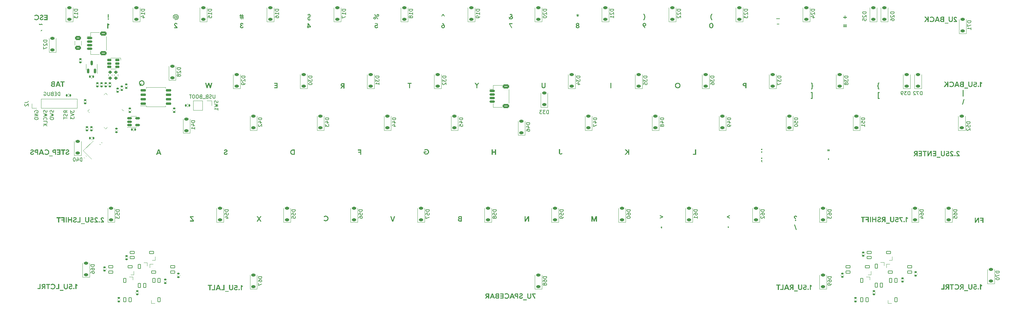
<source format=gbr>
%TF.GenerationSoftware,KiCad,Pcbnew,(7.0.0-0)*%
%TF.CreationDate,2023-06-08T00:14:41-07:00*%
%TF.ProjectId,popstar_plateless_with_flex_cuts,706f7073-7461-4725-9f70-6c6174656c65,rev?*%
%TF.SameCoordinates,Original*%
%TF.FileFunction,Legend,Bot*%
%TF.FilePolarity,Positive*%
%FSLAX46Y46*%
G04 Gerber Fmt 4.6, Leading zero omitted, Abs format (unit mm)*
G04 Created by KiCad (PCBNEW (7.0.0-0)) date 2023-06-08 00:14:41*
%MOMM*%
%LPD*%
G01*
G04 APERTURE LIST*
G04 Aperture macros list*
%AMRoundRect*
0 Rectangle with rounded corners*
0 $1 Rounding radius*
0 $2 $3 $4 $5 $6 $7 $8 $9 X,Y pos of 4 corners*
0 Add a 4 corners polygon primitive as box body*
4,1,4,$2,$3,$4,$5,$6,$7,$8,$9,$2,$3,0*
0 Add four circle primitives for the rounded corners*
1,1,$1+$1,$2,$3*
1,1,$1+$1,$4,$5*
1,1,$1+$1,$6,$7*
1,1,$1+$1,$8,$9*
0 Add four rect primitives between the rounded corners*
20,1,$1+$1,$2,$3,$4,$5,0*
20,1,$1+$1,$4,$5,$6,$7,0*
20,1,$1+$1,$6,$7,$8,$9,0*
20,1,$1+$1,$8,$9,$2,$3,0*%
%AMRotRect*
0 Rectangle, with rotation*
0 The origin of the aperture is its center*
0 $1 length*
0 $2 width*
0 $3 Rotation angle, in degrees counterclockwise*
0 Add horizontal line*
21,1,$1,$2,0,0,$3*%
%AMFreePoly0*
4,1,18,-0.410000,0.593000,-0.403758,0.624380,-0.385983,0.650983,-0.359380,0.668758,-0.328000,0.675000,0.328000,0.675000,0.359380,0.668758,0.385983,0.650983,0.403758,0.624380,0.410000,0.593000,0.410000,-0.593000,0.403758,-0.624380,0.385983,-0.650983,0.359380,-0.668758,0.328000,-0.675000,0.000000,-0.675000,-0.410000,-0.265000,-0.410000,0.593000,-0.410000,0.593000,$1*%
G04 Aperture macros list end*
%ADD10C,0.375000*%
%ADD11C,0.187500*%
%ADD12C,0.300000*%
%ADD13C,0.150000*%
%ADD14C,0.120000*%
%ADD15C,1.750000*%
%ADD16C,3.987800*%
%ADD17C,2.300000*%
%ADD18C,3.048000*%
%ADD19C,4.000000*%
%ADD20RoundRect,0.140000X0.170000X-0.140000X0.170000X0.140000X-0.170000X0.140000X-0.170000X-0.140000X0*%
%ADD21RoundRect,0.140000X0.219203X0.021213X0.021213X0.219203X-0.219203X-0.021213X-0.021213X-0.219203X0*%
%ADD22R,1.700000X1.700000*%
%ADD23O,1.700000X1.700000*%
%ADD24RoundRect,0.225000X0.375000X-0.225000X0.375000X0.225000X-0.375000X0.225000X-0.375000X-0.225000X0*%
%ADD25RoundRect,0.150000X-0.650000X-0.150000X0.650000X-0.150000X0.650000X0.150000X-0.650000X0.150000X0*%
%ADD26RoundRect,0.200000X-0.275000X0.200000X-0.275000X-0.200000X0.275000X-0.200000X0.275000X0.200000X0*%
%ADD27RoundRect,0.150000X-0.625000X0.150000X-0.625000X-0.150000X0.625000X-0.150000X0.625000X0.150000X0*%
%ADD28RoundRect,0.250000X-0.650000X0.350000X-0.650000X-0.350000X0.650000X-0.350000X0.650000X0.350000X0*%
%ADD29RoundRect,0.140000X-0.170000X0.140000X-0.170000X-0.140000X0.170000X-0.140000X0.170000X0.140000X0*%
%ADD30RoundRect,0.050000X0.309359X-0.238649X-0.238649X0.309359X-0.309359X0.238649X0.238649X-0.309359X0*%
%ADD31RoundRect,0.050000X0.309359X0.238649X0.238649X0.309359X-0.309359X-0.238649X-0.238649X-0.309359X0*%
%ADD32RoundRect,0.144000X2.059095X0.000000X0.000000X2.059095X-2.059095X0.000000X0.000000X-2.059095X0*%
%ADD33RoundRect,0.150000X0.150000X-0.512500X0.150000X0.512500X-0.150000X0.512500X-0.150000X-0.512500X0*%
%ADD34RoundRect,0.082000X0.593000X-0.328000X0.593000X0.328000X-0.593000X0.328000X-0.593000X-0.328000X0*%
%ADD35FreePoly0,90.000000*%
%ADD36RoundRect,0.250000X-0.625000X0.375000X-0.625000X-0.375000X0.625000X-0.375000X0.625000X0.375000X0*%
%ADD37RoundRect,0.135000X-0.135000X-0.185000X0.135000X-0.185000X0.135000X0.185000X-0.135000X0.185000X0*%
%ADD38RoundRect,0.082000X-0.328000X-0.593000X0.328000X-0.593000X0.328000X0.593000X-0.328000X0.593000X0*%
%ADD39FreePoly0,0.000000*%
%ADD40RoundRect,0.082000X-0.593000X0.328000X-0.593000X-0.328000X0.593000X-0.328000X0.593000X0.328000X0*%
%ADD41FreePoly0,270.000000*%
%ADD42RoundRect,0.140000X-0.140000X-0.170000X0.140000X-0.170000X0.140000X0.170000X-0.140000X0.170000X0*%
%ADD43RoundRect,0.082000X0.328000X0.593000X-0.328000X0.593000X-0.328000X-0.593000X0.328000X-0.593000X0*%
%ADD44FreePoly0,180.000000*%
%ADD45RotRect,1.400000X1.200000X45.000000*%
%ADD46RoundRect,0.140000X0.140000X0.170000X-0.140000X0.170000X-0.140000X-0.170000X0.140000X-0.170000X0*%
%ADD47RoundRect,0.140000X-0.219203X-0.021213X-0.021213X-0.219203X0.219203X0.021213X0.021213X0.219203X0*%
%ADD48RoundRect,0.135000X0.135000X0.185000X-0.135000X0.185000X-0.135000X-0.185000X0.135000X-0.185000X0*%
%ADD49RoundRect,0.150000X0.475000X0.150000X-0.475000X0.150000X-0.475000X-0.150000X0.475000X-0.150000X0*%
%ADD50RoundRect,0.150000X-0.512500X-0.150000X0.512500X-0.150000X0.512500X0.150000X-0.512500X0.150000X0*%
G04 APERTURE END LIST*
D10*
G36*
X122111566Y-102880170D02*
G01*
X122138850Y-102879764D01*
X122165840Y-102878545D01*
X122192534Y-102876513D01*
X122218934Y-102873668D01*
X122245039Y-102870010D01*
X122270849Y-102865539D01*
X122296364Y-102860255D01*
X122321584Y-102854159D01*
X122346510Y-102847249D01*
X122371141Y-102839527D01*
X122395477Y-102830992D01*
X122419518Y-102821644D01*
X122443265Y-102811483D01*
X122466716Y-102800509D01*
X122489873Y-102788723D01*
X122512735Y-102776123D01*
X122535103Y-102762822D01*
X122556870Y-102748932D01*
X122578037Y-102734452D01*
X122598602Y-102719382D01*
X122618566Y-102703723D01*
X122637929Y-102687474D01*
X122656690Y-102670636D01*
X122674851Y-102653208D01*
X122692411Y-102635190D01*
X122709370Y-102616583D01*
X122725727Y-102597386D01*
X122741484Y-102577599D01*
X122756639Y-102557223D01*
X122771194Y-102536257D01*
X122785147Y-102514702D01*
X122798499Y-102492557D01*
X122811143Y-102469966D01*
X122822971Y-102447071D01*
X122833984Y-102423872D01*
X122844180Y-102400371D01*
X122853561Y-102376566D01*
X122862126Y-102352457D01*
X122869876Y-102328045D01*
X122876810Y-102303330D01*
X122882928Y-102278311D01*
X122888230Y-102252989D01*
X122892716Y-102227364D01*
X122896387Y-102201435D01*
X122899242Y-102175203D01*
X122901282Y-102148667D01*
X122902505Y-102121828D01*
X122902913Y-102094685D01*
X122902505Y-102067543D01*
X122901282Y-102040704D01*
X122899242Y-102014168D01*
X122896387Y-101987936D01*
X122892716Y-101962007D01*
X122888230Y-101936382D01*
X122882928Y-101911060D01*
X122876810Y-101886041D01*
X122869876Y-101861326D01*
X122862126Y-101836914D01*
X122853561Y-101812805D01*
X122844180Y-101789000D01*
X122833984Y-101765499D01*
X122822971Y-101742300D01*
X122811143Y-101719405D01*
X122798499Y-101696814D01*
X122785147Y-101674669D01*
X122771194Y-101653113D01*
X122756639Y-101632148D01*
X122741484Y-101611772D01*
X122725727Y-101591985D01*
X122709370Y-101572788D01*
X122692411Y-101554181D01*
X122674851Y-101536163D01*
X122656690Y-101518735D01*
X122637929Y-101501897D01*
X122618566Y-101485648D01*
X122598602Y-101469989D01*
X122578037Y-101454919D01*
X122556870Y-101440439D01*
X122535103Y-101426549D01*
X122512735Y-101413248D01*
X122489873Y-101400648D01*
X122466716Y-101388862D01*
X122443265Y-101377888D01*
X122419518Y-101367727D01*
X122395477Y-101358379D01*
X122371141Y-101349844D01*
X122346510Y-101342122D01*
X122321584Y-101335212D01*
X122296364Y-101329116D01*
X122270849Y-101323832D01*
X122245039Y-101319361D01*
X122218934Y-101315703D01*
X122192534Y-101312858D01*
X122165840Y-101310826D01*
X122138850Y-101309607D01*
X122111566Y-101309200D01*
X122090318Y-101309441D01*
X122069300Y-101310164D01*
X122048512Y-101311368D01*
X122027955Y-101313053D01*
X122007628Y-101315220D01*
X121987532Y-101317869D01*
X121967666Y-101320999D01*
X121948030Y-101324611D01*
X121928625Y-101328704D01*
X121909450Y-101333279D01*
X121890506Y-101338335D01*
X121871792Y-101343873D01*
X121853309Y-101349893D01*
X121835056Y-101356394D01*
X121817033Y-101363377D01*
X121799241Y-101370841D01*
X121781679Y-101378787D01*
X121764347Y-101387215D01*
X121747246Y-101396124D01*
X121730376Y-101405514D01*
X121713735Y-101415386D01*
X121697326Y-101425740D01*
X121681146Y-101436575D01*
X121665197Y-101447892D01*
X121649478Y-101459691D01*
X121633990Y-101471971D01*
X121618732Y-101484732D01*
X121603705Y-101497975D01*
X121588908Y-101511700D01*
X121574342Y-101525906D01*
X121560005Y-101540594D01*
X121545900Y-101555764D01*
X121746667Y-101749937D01*
X121765129Y-101729219D01*
X121784151Y-101709837D01*
X121803734Y-101691792D01*
X121823879Y-101675084D01*
X121844584Y-101659712D01*
X121865850Y-101645677D01*
X121887678Y-101632979D01*
X121910066Y-101621618D01*
X121933015Y-101611593D01*
X121956525Y-101602904D01*
X121980597Y-101595553D01*
X122005229Y-101589538D01*
X122030422Y-101584860D01*
X122056176Y-101581518D01*
X122082492Y-101579513D01*
X122109368Y-101578845D01*
X122126946Y-101579095D01*
X122144327Y-101579846D01*
X122161510Y-101581099D01*
X122178496Y-101582852D01*
X122195285Y-101585106D01*
X122211876Y-101587861D01*
X122228269Y-101591116D01*
X122244465Y-101594873D01*
X122260463Y-101599131D01*
X122276264Y-101603889D01*
X122291867Y-101609148D01*
X122307273Y-101614909D01*
X122322482Y-101621170D01*
X122337493Y-101627932D01*
X122352306Y-101635195D01*
X122366922Y-101642958D01*
X122381246Y-101651137D01*
X122395184Y-101659737D01*
X122408735Y-101668757D01*
X122421900Y-101678198D01*
X122434678Y-101688060D01*
X122447070Y-101698342D01*
X122459076Y-101709046D01*
X122470695Y-101720170D01*
X122481928Y-101731714D01*
X122492774Y-101743680D01*
X122503234Y-101756066D01*
X122513307Y-101768873D01*
X122522995Y-101782101D01*
X122532295Y-101795749D01*
X122541210Y-101809819D01*
X122549738Y-101824309D01*
X122557768Y-101839103D01*
X122565280Y-101854179D01*
X122572274Y-101869535D01*
X122578749Y-101885171D01*
X122584707Y-101901088D01*
X122590147Y-101917285D01*
X122595068Y-101933763D01*
X122599472Y-101950521D01*
X122603357Y-101967560D01*
X122606725Y-101984879D01*
X122609574Y-102002479D01*
X122611905Y-102020359D01*
X122613718Y-102038520D01*
X122615014Y-102056961D01*
X122615791Y-102075683D01*
X122616050Y-102094685D01*
X122615791Y-102113689D01*
X122615014Y-102132415D01*
X122613718Y-102150864D01*
X122611905Y-102169035D01*
X122609574Y-102186928D01*
X122606725Y-102204543D01*
X122603357Y-102221881D01*
X122599472Y-102238941D01*
X122595068Y-102255724D01*
X122590147Y-102272229D01*
X122584707Y-102288456D01*
X122578749Y-102304406D01*
X122572274Y-102320078D01*
X122565280Y-102335473D01*
X122557768Y-102350589D01*
X122549738Y-102365429D01*
X122541210Y-102379876D01*
X122532295Y-102393908D01*
X122522995Y-102407525D01*
X122513307Y-102420727D01*
X122503234Y-102433514D01*
X122492774Y-102445886D01*
X122481928Y-102457843D01*
X122470695Y-102469385D01*
X122459076Y-102480511D01*
X122447070Y-102491223D01*
X122434678Y-102501520D01*
X122421900Y-102511402D01*
X122408735Y-102520869D01*
X122395184Y-102529921D01*
X122381246Y-102538557D01*
X122366922Y-102546779D01*
X122352306Y-102554498D01*
X122337493Y-102561720D01*
X122322482Y-102568443D01*
X122307273Y-102574668D01*
X122291867Y-102580396D01*
X122276264Y-102585625D01*
X122260463Y-102590356D01*
X122244465Y-102594590D01*
X122228269Y-102598325D01*
X122211876Y-102601562D01*
X122195285Y-102604301D01*
X122178496Y-102606542D01*
X122161510Y-102608285D01*
X122144327Y-102609530D01*
X122126946Y-102610277D01*
X122109368Y-102610526D01*
X122094538Y-102610332D01*
X122079861Y-102609751D01*
X122050967Y-102607424D01*
X122022686Y-102603545D01*
X121995017Y-102598116D01*
X121967960Y-102591135D01*
X121941516Y-102582603D01*
X121915684Y-102572519D01*
X121890465Y-102560884D01*
X121865859Y-102547698D01*
X121841865Y-102532960D01*
X121818483Y-102516671D01*
X121795714Y-102498831D01*
X121773558Y-102479440D01*
X121762709Y-102469162D01*
X121752014Y-102458497D01*
X121741472Y-102447443D01*
X121731083Y-102436002D01*
X121720847Y-102424174D01*
X121710764Y-102411957D01*
X121508164Y-102604298D01*
X121522294Y-102620900D01*
X121536746Y-102637002D01*
X121551523Y-102652602D01*
X121566622Y-102667702D01*
X121582045Y-102682301D01*
X121597792Y-102696399D01*
X121613862Y-102709996D01*
X121630255Y-102723092D01*
X121646972Y-102735687D01*
X121664012Y-102747781D01*
X121681376Y-102759375D01*
X121699063Y-102770467D01*
X121717073Y-102781059D01*
X121735407Y-102791150D01*
X121754065Y-102800740D01*
X121773046Y-102809829D01*
X121792271Y-102818346D01*
X121811754Y-102826315D01*
X121831495Y-102833734D01*
X121851493Y-102840603D01*
X121871749Y-102846923D01*
X121892263Y-102852693D01*
X121913034Y-102857914D01*
X121934063Y-102862585D01*
X121955349Y-102866707D01*
X121976893Y-102870279D01*
X121998694Y-102873301D01*
X122020754Y-102875774D01*
X122043070Y-102877698D01*
X122065645Y-102879071D01*
X122088477Y-102879896D01*
X122111566Y-102880170D01*
G37*
D11*
X117828570Y-45402142D02*
X117614285Y-45473571D01*
X117614285Y-45473571D02*
X117257142Y-45473571D01*
X117257142Y-45473571D02*
X117114285Y-45402142D01*
X117114285Y-45402142D02*
X117042856Y-45330714D01*
X117042856Y-45330714D02*
X116971427Y-45187857D01*
X116971427Y-45187857D02*
X116971427Y-45045000D01*
X116971427Y-45045000D02*
X117042856Y-44902142D01*
X117042856Y-44902142D02*
X117114285Y-44830714D01*
X117114285Y-44830714D02*
X117257142Y-44759285D01*
X117257142Y-44759285D02*
X117542856Y-44687857D01*
X117542856Y-44687857D02*
X117685713Y-44616428D01*
X117685713Y-44616428D02*
X117757142Y-44545000D01*
X117757142Y-44545000D02*
X117828570Y-44402142D01*
X117828570Y-44402142D02*
X117828570Y-44259285D01*
X117828570Y-44259285D02*
X117757142Y-44116428D01*
X117757142Y-44116428D02*
X117685713Y-44045000D01*
X117685713Y-44045000D02*
X117542856Y-43973571D01*
X117542856Y-43973571D02*
X117185713Y-43973571D01*
X117185713Y-43973571D02*
X116971427Y-44045000D01*
X117399999Y-43759285D02*
X117399999Y-45687857D01*
D10*
G36*
X170527076Y-82444371D02*
G01*
X170242044Y-82444371D01*
X170242044Y-83042278D01*
X169606769Y-83042278D01*
X169606769Y-82444371D01*
X169322103Y-82444371D01*
X169322103Y-83945000D01*
X169606769Y-83945000D01*
X169606769Y-83311922D01*
X170242044Y-83311922D01*
X170242044Y-83945000D01*
X170527076Y-83945000D01*
X170527076Y-82444371D01*
G37*
G36*
X47420795Y-63314016D02*
G01*
X47842847Y-63314016D01*
X47842847Y-63044371D01*
X46714078Y-63044371D01*
X46714078Y-63314016D01*
X47136130Y-63314016D01*
X47136130Y-64545000D01*
X47420795Y-64545000D01*
X47420795Y-63314016D01*
G37*
G36*
X46770865Y-64545000D02*
G01*
X46456158Y-64545000D01*
X46329762Y-64193290D01*
X45751639Y-64193290D01*
X45624877Y-64545000D01*
X45310537Y-64545000D01*
X45543300Y-63929508D01*
X45844330Y-63929508D01*
X46238904Y-63929508D01*
X46103715Y-63549588D01*
X46049127Y-63368237D01*
X46032274Y-63368237D01*
X45977320Y-63549588D01*
X45844330Y-63929508D01*
X45543300Y-63929508D01*
X45878035Y-63044371D01*
X46205198Y-63044371D01*
X46770865Y-64545000D01*
G37*
G36*
X45114166Y-64545000D02*
G01*
X44501971Y-64545000D01*
X44484938Y-64544799D01*
X44468094Y-64544198D01*
X44451438Y-64543196D01*
X44434972Y-64541794D01*
X44418695Y-64539991D01*
X44402606Y-64537787D01*
X44386706Y-64535182D01*
X44370996Y-64532177D01*
X44355474Y-64528771D01*
X44340141Y-64524964D01*
X44324997Y-64520756D01*
X44310042Y-64516148D01*
X44295276Y-64511139D01*
X44280698Y-64505730D01*
X44266310Y-64499920D01*
X44252110Y-64493709D01*
X44245103Y-64490460D01*
X44231362Y-64483705D01*
X44217984Y-64476607D01*
X44204969Y-64469165D01*
X44192318Y-64461380D01*
X44180031Y-64453251D01*
X44162281Y-64440414D01*
X44145349Y-64426804D01*
X44129235Y-64412421D01*
X44113939Y-64397266D01*
X44099461Y-64381338D01*
X44085801Y-64364637D01*
X44072958Y-64347163D01*
X44061042Y-64328989D01*
X44050298Y-64310326D01*
X44040726Y-64291173D01*
X44032326Y-64271531D01*
X44025098Y-64251400D01*
X44019043Y-64230779D01*
X44014159Y-64209669D01*
X44010447Y-64188069D01*
X44008624Y-64173397D01*
X44007322Y-64158508D01*
X44006540Y-64143401D01*
X44006280Y-64128077D01*
X44006348Y-64120121D01*
X44006892Y-64104425D01*
X44007979Y-64089015D01*
X44007994Y-64088876D01*
X44293143Y-64088876D01*
X44293200Y-64094362D01*
X44294053Y-64110429D01*
X44295931Y-64125909D01*
X44298832Y-64140804D01*
X44302757Y-64155112D01*
X44309583Y-64173279D01*
X44318230Y-64190404D01*
X44328697Y-64206486D01*
X44340985Y-64221527D01*
X44351395Y-64232124D01*
X44358808Y-64238779D01*
X44370594Y-64247956D01*
X44383177Y-64256167D01*
X44396560Y-64263412D01*
X44410740Y-64269691D01*
X44425720Y-64275004D01*
X44441498Y-64279351D01*
X44458074Y-64282732D01*
X44475450Y-64285147D01*
X44493623Y-64286596D01*
X44512595Y-64287079D01*
X44829134Y-64287079D01*
X44829134Y-63888475D01*
X44521022Y-63888475D01*
X44507526Y-63888694D01*
X44488024Y-63889843D01*
X44469410Y-63891978D01*
X44451685Y-63895098D01*
X44434849Y-63899204D01*
X44418901Y-63904295D01*
X44403843Y-63910371D01*
X44389672Y-63917432D01*
X44376391Y-63925479D01*
X44363998Y-63934511D01*
X44352494Y-63944528D01*
X44341888Y-63955322D01*
X44332324Y-63966682D01*
X44323804Y-63978609D01*
X44314067Y-63995393D01*
X44306184Y-64013185D01*
X44301489Y-64027189D01*
X44297838Y-64041761D01*
X44295230Y-64056899D01*
X44293665Y-64072604D01*
X44293143Y-64088876D01*
X44007994Y-64088876D01*
X44009611Y-64073891D01*
X44011786Y-64059053D01*
X44014505Y-64044502D01*
X44019604Y-64023211D01*
X44025926Y-64002564D01*
X44033471Y-63982562D01*
X44042240Y-63963203D01*
X44052233Y-63944488D01*
X44063449Y-63926418D01*
X44075889Y-63908991D01*
X44080287Y-63903338D01*
X44094047Y-63886958D01*
X44108657Y-63871447D01*
X44124118Y-63856806D01*
X44140428Y-63843034D01*
X44157588Y-63830131D01*
X44175599Y-63818098D01*
X44194460Y-63806934D01*
X44207506Y-63799975D01*
X44220929Y-63793402D01*
X44234731Y-63787215D01*
X44248910Y-63781415D01*
X44263468Y-63776001D01*
X44263468Y-63759148D01*
X44252291Y-63753501D01*
X44236030Y-63744461D01*
X44220374Y-63734739D01*
X44205324Y-63724334D01*
X44190879Y-63713247D01*
X44177039Y-63701477D01*
X44163805Y-63689024D01*
X44151176Y-63675888D01*
X44139153Y-63662070D01*
X44127735Y-63647569D01*
X44116922Y-63632386D01*
X44110134Y-63621918D01*
X44100774Y-63605769D01*
X44092399Y-63589086D01*
X44085009Y-63571869D01*
X44078604Y-63554117D01*
X44073185Y-63535831D01*
X44068751Y-63517010D01*
X44065302Y-63497655D01*
X44062839Y-63477765D01*
X44062363Y-63471186D01*
X44339672Y-63471186D01*
X44340547Y-63489206D01*
X44343175Y-63506448D01*
X44347554Y-63522912D01*
X44353685Y-63538597D01*
X44361568Y-63553503D01*
X44371202Y-63567631D01*
X44382588Y-63580981D01*
X44395725Y-63593551D01*
X44399242Y-63596549D01*
X44414031Y-63607589D01*
X44429976Y-63617106D01*
X44447078Y-63625100D01*
X44465336Y-63631571D01*
X44479789Y-63635426D01*
X44494892Y-63638424D01*
X44510645Y-63640565D01*
X44527049Y-63641850D01*
X44544103Y-63642278D01*
X44829134Y-63642278D01*
X44829134Y-63302292D01*
X44535676Y-63302292D01*
X44519424Y-63302720D01*
X44503777Y-63304005D01*
X44488735Y-63306146D01*
X44474299Y-63309144D01*
X44455992Y-63314474D01*
X44438762Y-63321326D01*
X44422607Y-63329701D01*
X44407529Y-63339598D01*
X44393527Y-63351018D01*
X44380905Y-63363555D01*
X44369965Y-63376801D01*
X44360709Y-63390757D01*
X44353135Y-63405423D01*
X44347245Y-63420799D01*
X44343037Y-63436885D01*
X44340513Y-63453680D01*
X44339672Y-63471186D01*
X44062363Y-63471186D01*
X44061361Y-63457340D01*
X44060868Y-63436381D01*
X44061109Y-63423075D01*
X44062371Y-63403362D01*
X44064715Y-63383945D01*
X44068141Y-63364825D01*
X44072649Y-63346001D01*
X44078239Y-63327473D01*
X44084911Y-63309241D01*
X44092665Y-63291306D01*
X44101500Y-63273667D01*
X44111418Y-63256324D01*
X44122418Y-63239277D01*
X44134289Y-63222710D01*
X44146958Y-63206807D01*
X44160426Y-63191567D01*
X44174693Y-63176990D01*
X44189758Y-63163076D01*
X44205622Y-63149826D01*
X44222285Y-63137239D01*
X44239746Y-63125315D01*
X44258005Y-63114055D01*
X44277063Y-63103458D01*
X44290212Y-63096762D01*
X44303573Y-63090417D01*
X44317094Y-63084483D01*
X44330776Y-63078957D01*
X44344617Y-63073841D01*
X44358619Y-63069134D01*
X44372782Y-63064836D01*
X44387104Y-63060948D01*
X44401587Y-63057469D01*
X44416230Y-63054399D01*
X44431034Y-63051739D01*
X44445997Y-63049488D01*
X44461121Y-63047646D01*
X44476406Y-63046213D01*
X44491850Y-63045190D01*
X44507455Y-63044576D01*
X44523220Y-63044371D01*
X45114166Y-63044371D01*
X45114166Y-64545000D01*
G37*
G36*
X181733304Y-124850111D02*
G01*
X181131734Y-123762009D01*
X181140160Y-123749187D01*
X181802913Y-123749187D01*
X181802913Y-123491266D01*
X180821789Y-123491266D01*
X180821789Y-123765673D01*
X181501029Y-124980170D01*
X181733304Y-124850111D01*
G37*
G36*
X179998203Y-124980170D02*
G01*
X180020190Y-124979876D01*
X180041823Y-124978991D01*
X180063101Y-124977517D01*
X180084023Y-124975454D01*
X180104591Y-124972800D01*
X180124804Y-124969557D01*
X180144662Y-124965725D01*
X180164166Y-124961303D01*
X180183314Y-124956291D01*
X180202107Y-124950690D01*
X180220546Y-124944499D01*
X180238629Y-124937718D01*
X180256358Y-124930348D01*
X180273731Y-124922388D01*
X180290750Y-124913839D01*
X180307414Y-124904699D01*
X180323670Y-124895004D01*
X180339465Y-124884784D01*
X180354800Y-124874041D01*
X180369673Y-124862774D01*
X180384086Y-124850983D01*
X180398038Y-124838668D01*
X180411529Y-124825830D01*
X180424559Y-124812467D01*
X180437128Y-124798581D01*
X180449237Y-124784171D01*
X180460885Y-124769238D01*
X180472072Y-124753780D01*
X180482798Y-124737799D01*
X180493063Y-124721294D01*
X180502868Y-124704265D01*
X180512212Y-124686713D01*
X180521040Y-124668648D01*
X180529299Y-124650174D01*
X180536988Y-124631290D01*
X180544108Y-124611997D01*
X180550658Y-124592295D01*
X180556639Y-124572184D01*
X180562050Y-124551663D01*
X180566892Y-124530733D01*
X180571163Y-124509394D01*
X180574866Y-124487645D01*
X180577998Y-124465487D01*
X180580561Y-124442920D01*
X180582555Y-124419944D01*
X180583979Y-124396558D01*
X180584833Y-124372763D01*
X180585118Y-124348558D01*
X180585118Y-123444371D01*
X180302285Y-123444371D01*
X180302285Y-124364678D01*
X180301976Y-124383818D01*
X180301048Y-124402494D01*
X180299503Y-124420706D01*
X180297339Y-124438455D01*
X180294557Y-124455740D01*
X180291157Y-124472561D01*
X180287138Y-124488919D01*
X180282501Y-124504813D01*
X180277246Y-124520243D01*
X180271373Y-124535210D01*
X180264881Y-124549712D01*
X180257772Y-124563752D01*
X180250044Y-124577327D01*
X180241697Y-124590439D01*
X180232733Y-124603087D01*
X180223150Y-124615272D01*
X180212998Y-124626806D01*
X180202325Y-124637597D01*
X180191131Y-124647643D01*
X180179415Y-124656946D01*
X180167180Y-124665504D01*
X180154423Y-124673317D01*
X180141145Y-124680387D01*
X180127346Y-124686713D01*
X180113026Y-124692294D01*
X180098186Y-124697131D01*
X180082824Y-124701224D01*
X180066942Y-124704573D01*
X180050538Y-124707178D01*
X180033614Y-124709038D01*
X180016169Y-124710154D01*
X179998203Y-124710526D01*
X179980281Y-124710154D01*
X179962877Y-124709038D01*
X179945991Y-124707178D01*
X179929624Y-124704573D01*
X179913774Y-124701224D01*
X179898443Y-124697131D01*
X179883629Y-124692294D01*
X179869334Y-124686713D01*
X179855557Y-124680387D01*
X179842297Y-124673317D01*
X179829556Y-124665504D01*
X179817333Y-124656946D01*
X179805628Y-124647643D01*
X179794441Y-124637597D01*
X179783772Y-124626806D01*
X179773621Y-124615272D01*
X179764039Y-124603087D01*
X179755074Y-124590439D01*
X179746728Y-124577327D01*
X179739000Y-124563752D01*
X179731890Y-124549712D01*
X179725399Y-124535210D01*
X179719525Y-124520243D01*
X179714270Y-124504813D01*
X179709633Y-124488919D01*
X179705615Y-124472561D01*
X179702215Y-124455740D01*
X179699433Y-124438455D01*
X179697269Y-124420706D01*
X179695723Y-124402494D01*
X179694796Y-124383818D01*
X179694487Y-124364678D01*
X179694487Y-123444371D01*
X179411653Y-123444371D01*
X179411653Y-124348558D01*
X179411934Y-124371742D01*
X179412775Y-124394583D01*
X179414178Y-124417080D01*
X179416141Y-124439234D01*
X179418666Y-124461044D01*
X179421751Y-124482510D01*
X179425398Y-124503634D01*
X179429605Y-124524413D01*
X179434374Y-124544850D01*
X179439703Y-124564942D01*
X179445594Y-124584692D01*
X179452045Y-124604098D01*
X179459057Y-124623160D01*
X179466631Y-124641879D01*
X179474765Y-124660254D01*
X179483461Y-124678286D01*
X179492676Y-124695856D01*
X179502369Y-124712936D01*
X179512540Y-124729527D01*
X179523188Y-124745629D01*
X179534315Y-124761241D01*
X179545920Y-124776363D01*
X179558003Y-124790996D01*
X179570564Y-124805140D01*
X179583603Y-124818794D01*
X179597120Y-124831959D01*
X179611114Y-124844634D01*
X179625587Y-124856820D01*
X179640538Y-124868517D01*
X179655967Y-124879724D01*
X179671874Y-124890441D01*
X179688258Y-124900669D01*
X179705011Y-124910297D01*
X179722113Y-124919302D01*
X179739564Y-124927687D01*
X179757364Y-124935451D01*
X179775513Y-124942594D01*
X179794012Y-124949115D01*
X179812859Y-124955016D01*
X179832056Y-124960295D01*
X179851602Y-124964953D01*
X179871498Y-124968991D01*
X179891742Y-124972407D01*
X179912336Y-124975202D01*
X179933279Y-124977376D01*
X179954571Y-124978928D01*
X179976212Y-124979860D01*
X179998203Y-124980170D01*
G37*
G36*
X179316399Y-125156025D02*
G01*
X178263468Y-125156025D01*
X178263468Y-125400757D01*
X179316399Y-125400757D01*
X179316399Y-125156025D01*
G37*
G36*
X177639916Y-124980170D02*
G01*
X177664511Y-124979734D01*
X177688745Y-124978425D01*
X177712619Y-124976242D01*
X177736132Y-124973187D01*
X177759285Y-124969258D01*
X177782077Y-124964457D01*
X177804508Y-124958783D01*
X177826578Y-124952235D01*
X177848288Y-124944815D01*
X177869638Y-124936522D01*
X177890626Y-124927355D01*
X177911254Y-124917316D01*
X177931522Y-124906404D01*
X177951428Y-124894619D01*
X177970975Y-124881961D01*
X177990160Y-124868429D01*
X178008766Y-124854100D01*
X178026665Y-124839046D01*
X178043857Y-124823268D01*
X178060342Y-124806766D01*
X178076120Y-124789539D01*
X178091191Y-124771589D01*
X178105555Y-124752914D01*
X178119212Y-124733516D01*
X178132162Y-124713393D01*
X178144405Y-124692546D01*
X178155941Y-124670975D01*
X178166770Y-124648679D01*
X178176893Y-124625660D01*
X178186308Y-124601917D01*
X178195016Y-124577449D01*
X178203018Y-124552257D01*
X177935205Y-124446744D01*
X177931094Y-124461576D01*
X177926636Y-124476030D01*
X177921832Y-124490107D01*
X177913976Y-124510513D01*
X177905341Y-124530069D01*
X177895927Y-124548775D01*
X177885733Y-124566631D01*
X177874761Y-124583637D01*
X177863009Y-124599793D01*
X177850478Y-124615098D01*
X177837167Y-124629554D01*
X177827861Y-124638719D01*
X177813241Y-124651552D01*
X177797958Y-124663122D01*
X177782011Y-124673431D01*
X177765401Y-124682477D01*
X177748128Y-124690260D01*
X177730192Y-124696782D01*
X177711592Y-124702041D01*
X177692329Y-124706038D01*
X177672402Y-124708773D01*
X177651813Y-124710246D01*
X177637718Y-124710526D01*
X177620168Y-124710111D01*
X177603100Y-124708865D01*
X177586516Y-124706788D01*
X177570415Y-124703880D01*
X177554797Y-124700142D01*
X177539662Y-124695573D01*
X177525010Y-124690173D01*
X177510841Y-124683942D01*
X177497155Y-124676881D01*
X177483952Y-124668988D01*
X177475418Y-124663265D01*
X177463306Y-124654082D01*
X177452384Y-124644255D01*
X177439676Y-124630149D01*
X177429086Y-124614900D01*
X177420614Y-124598505D01*
X177414260Y-124580965D01*
X177410024Y-124562280D01*
X177408237Y-124547516D01*
X177407641Y-124532107D01*
X177408208Y-124516643D01*
X177409908Y-124501714D01*
X177412741Y-124487320D01*
X177418283Y-124468959D01*
X177425839Y-124451548D01*
X177435410Y-124435087D01*
X177446996Y-124419577D01*
X177457008Y-124408568D01*
X177468154Y-124398093D01*
X177472121Y-124394720D01*
X177485028Y-124384627D01*
X177499706Y-124374404D01*
X177516154Y-124364053D01*
X177534374Y-124353573D01*
X177547505Y-124346515D01*
X177561422Y-124339399D01*
X177576127Y-124332227D01*
X177591619Y-124324997D01*
X177607898Y-124317709D01*
X177624964Y-124310365D01*
X177642817Y-124302963D01*
X177661457Y-124295504D01*
X177680884Y-124287988D01*
X177701099Y-124280415D01*
X177793789Y-124246709D01*
X177811806Y-124240182D01*
X177829498Y-124233240D01*
X177846863Y-124225882D01*
X177863902Y-124218110D01*
X177880614Y-124209923D01*
X177897000Y-124201320D01*
X177913060Y-124192303D01*
X177928794Y-124182870D01*
X177944201Y-124173023D01*
X177959282Y-124162760D01*
X177974037Y-124152083D01*
X177988466Y-124140990D01*
X178002568Y-124129483D01*
X178016344Y-124117560D01*
X178029793Y-124105222D01*
X178042916Y-124092470D01*
X178055427Y-124079256D01*
X178067131Y-124065628D01*
X178078027Y-124051584D01*
X178088117Y-124037126D01*
X178097399Y-124022252D01*
X178105874Y-124006964D01*
X178113542Y-123991260D01*
X178120403Y-123975142D01*
X178126456Y-123958608D01*
X178131703Y-123941659D01*
X178136142Y-123924296D01*
X178139774Y-123906517D01*
X178142599Y-123888323D01*
X178144617Y-123869715D01*
X178145828Y-123850691D01*
X178146231Y-123831252D01*
X178145693Y-123809388D01*
X178144080Y-123787898D01*
X178141392Y-123766781D01*
X178137627Y-123746038D01*
X178132788Y-123725668D01*
X178126873Y-123705672D01*
X178119882Y-123686050D01*
X178111816Y-123666800D01*
X178102674Y-123647925D01*
X178092457Y-123629423D01*
X178085048Y-123617295D01*
X178073132Y-123599521D01*
X178060327Y-123582468D01*
X178046634Y-123566136D01*
X178032051Y-123550525D01*
X178016580Y-123535636D01*
X178000221Y-123521468D01*
X177982972Y-123508022D01*
X177970980Y-123499458D01*
X177958592Y-123491215D01*
X177945809Y-123483292D01*
X177932632Y-123475690D01*
X177919059Y-123468408D01*
X177912124Y-123464888D01*
X177897996Y-123458144D01*
X177883640Y-123451836D01*
X177869054Y-123445963D01*
X177854239Y-123440525D01*
X177839195Y-123435521D01*
X177823922Y-123430953D01*
X177808420Y-123426820D01*
X177792690Y-123423122D01*
X177776730Y-123419859D01*
X177760541Y-123417032D01*
X177744123Y-123414639D01*
X177727477Y-123412681D01*
X177710601Y-123411158D01*
X177693497Y-123410071D01*
X177676163Y-123409418D01*
X177658600Y-123409200D01*
X177633384Y-123409578D01*
X177608843Y-123410712D01*
X177584978Y-123412601D01*
X177561789Y-123415245D01*
X177539274Y-123418646D01*
X177517436Y-123422802D01*
X177496272Y-123427713D01*
X177475785Y-123433381D01*
X177455972Y-123439803D01*
X177436835Y-123446982D01*
X177418374Y-123454916D01*
X177400588Y-123463606D01*
X177383478Y-123473051D01*
X177367043Y-123483252D01*
X177351284Y-123494208D01*
X177336200Y-123505921D01*
X177321697Y-123518138D01*
X177307772Y-123530610D01*
X177294426Y-123543337D01*
X177281657Y-123556319D01*
X177269467Y-123569555D01*
X177257855Y-123583046D01*
X177246821Y-123596792D01*
X177236366Y-123610792D01*
X177226488Y-123625048D01*
X177217189Y-123639558D01*
X177208467Y-123654323D01*
X177200324Y-123669342D01*
X177192760Y-123684616D01*
X177185773Y-123700145D01*
X177179364Y-123715929D01*
X177173534Y-123731967D01*
X177424494Y-123837480D01*
X177430813Y-123820427D01*
X177438232Y-123804072D01*
X177446750Y-123788416D01*
X177456367Y-123773458D01*
X177467083Y-123759199D01*
X177478899Y-123745637D01*
X177491813Y-123732775D01*
X177505826Y-123720610D01*
X177520813Y-123709447D01*
X177536830Y-123699773D01*
X177553877Y-123691587D01*
X177571955Y-123684890D01*
X177586190Y-123680843D01*
X177601004Y-123677634D01*
X177616398Y-123675262D01*
X177632371Y-123673727D01*
X177648924Y-123673029D01*
X177654570Y-123672983D01*
X177671666Y-123673359D01*
X177688196Y-123674490D01*
X177704158Y-123676373D01*
X177719554Y-123679011D01*
X177734383Y-123682401D01*
X177748646Y-123686545D01*
X177766781Y-123693243D01*
X177783908Y-123701280D01*
X177800028Y-123710657D01*
X177807711Y-123715847D01*
X177821793Y-123726976D01*
X177833997Y-123738928D01*
X177844324Y-123751705D01*
X177852773Y-123765307D01*
X177859345Y-123779732D01*
X177864039Y-123794982D01*
X177866856Y-123811056D01*
X177867794Y-123827955D01*
X177866907Y-123844407D01*
X177864245Y-123860241D01*
X177859809Y-123875456D01*
X177853598Y-123890054D01*
X177845612Y-123904033D01*
X177835852Y-123917394D01*
X177824317Y-123930136D01*
X177811008Y-123942260D01*
X177795563Y-123953938D01*
X177782462Y-123962637D01*
X177768060Y-123971283D01*
X177752357Y-123979879D01*
X177735354Y-123988422D01*
X177717049Y-123996915D01*
X177697444Y-124005355D01*
X177683650Y-124010954D01*
X177669279Y-124016529D01*
X177654330Y-124022082D01*
X177638802Y-124027612D01*
X177622697Y-124033119D01*
X177527808Y-124064626D01*
X177503665Y-124073176D01*
X177480238Y-124082063D01*
X177457526Y-124091288D01*
X177435530Y-124100850D01*
X177414250Y-124110751D01*
X177393685Y-124120989D01*
X177373835Y-124131565D01*
X177354701Y-124142479D01*
X177336283Y-124153730D01*
X177318580Y-124165319D01*
X177301593Y-124177246D01*
X177285321Y-124189511D01*
X177269765Y-124202113D01*
X177254924Y-124215053D01*
X177240799Y-124228331D01*
X177227390Y-124241946D01*
X177214701Y-124255951D01*
X177202832Y-124270489D01*
X177191781Y-124285558D01*
X177181548Y-124301160D01*
X177172134Y-124317294D01*
X177163539Y-124333961D01*
X177155763Y-124351160D01*
X177148804Y-124368892D01*
X177142665Y-124387156D01*
X177137344Y-124405952D01*
X177132842Y-124425280D01*
X177129158Y-124445141D01*
X177126293Y-124465535D01*
X177124247Y-124486460D01*
X177123019Y-124507918D01*
X177122609Y-124529909D01*
X177122907Y-124548052D01*
X177123800Y-124565847D01*
X177125288Y-124583292D01*
X177127372Y-124600388D01*
X177130051Y-124617135D01*
X177133326Y-124633533D01*
X177137195Y-124649581D01*
X177141660Y-124665280D01*
X177146721Y-124680630D01*
X177152377Y-124695631D01*
X177158628Y-124710283D01*
X177165474Y-124724586D01*
X177172916Y-124738539D01*
X177180953Y-124752143D01*
X177189585Y-124765398D01*
X177198813Y-124778304D01*
X177208463Y-124790789D01*
X177218454Y-124802873D01*
X177228785Y-124814557D01*
X177239457Y-124825840D01*
X177250469Y-124836722D01*
X177261822Y-124847203D01*
X177273516Y-124857284D01*
X177285550Y-124866964D01*
X177297925Y-124876243D01*
X177310640Y-124885122D01*
X177323696Y-124893600D01*
X177337093Y-124901677D01*
X177350830Y-124909353D01*
X177364908Y-124916629D01*
X177379326Y-124923504D01*
X177394085Y-124929979D01*
X177408999Y-124936056D01*
X177423973Y-124941742D01*
X177439006Y-124947036D01*
X177454100Y-124951938D01*
X177469254Y-124956447D01*
X177484469Y-124960564D01*
X177499743Y-124964289D01*
X177515077Y-124967622D01*
X177530472Y-124970563D01*
X177545926Y-124973112D01*
X177561441Y-124975269D01*
X177577016Y-124977033D01*
X177592650Y-124978406D01*
X177608345Y-124979386D01*
X177624101Y-124979974D01*
X177639916Y-124980170D01*
G37*
G36*
X176858827Y-124945000D02*
G01*
X176573796Y-124945000D01*
X176573796Y-124382264D01*
X176326866Y-124382264D01*
X176309015Y-124382034D01*
X176291363Y-124381342D01*
X176273912Y-124380190D01*
X176256662Y-124378577D01*
X176239611Y-124376504D01*
X176222762Y-124373969D01*
X176206112Y-124370974D01*
X176189663Y-124367518D01*
X176173414Y-124363601D01*
X176157365Y-124359223D01*
X176141517Y-124354385D01*
X176125870Y-124349085D01*
X176110422Y-124343325D01*
X176095175Y-124337104D01*
X176080128Y-124330422D01*
X176065282Y-124323279D01*
X176050689Y-124315716D01*
X176036494Y-124307772D01*
X176022697Y-124299447D01*
X176009297Y-124290742D01*
X175996295Y-124281655D01*
X175983692Y-124272189D01*
X175971486Y-124262341D01*
X175959678Y-124252113D01*
X175948267Y-124241504D01*
X175937255Y-124230515D01*
X175926640Y-124219145D01*
X175916424Y-124207394D01*
X175906605Y-124195262D01*
X175897184Y-124182750D01*
X175888161Y-124169857D01*
X175879535Y-124156584D01*
X175871372Y-124143007D01*
X175863736Y-124129204D01*
X175856626Y-124115174D01*
X175850043Y-124100919D01*
X175843987Y-124086438D01*
X175838457Y-124071730D01*
X175833454Y-124056797D01*
X175828977Y-124041637D01*
X175825027Y-124026251D01*
X175821604Y-124010639D01*
X175818708Y-123994801D01*
X175816338Y-123978737D01*
X175814494Y-123962446D01*
X175813178Y-123945930D01*
X175812388Y-123929187D01*
X175812124Y-123912219D01*
X176092759Y-123912219D01*
X176092818Y-123917392D01*
X176093698Y-123932626D01*
X176095635Y-123947429D01*
X176099859Y-123966494D01*
X176105961Y-123984792D01*
X176113941Y-124002323D01*
X176123799Y-124019087D01*
X176132424Y-124031157D01*
X176142106Y-124042795D01*
X176152843Y-124054002D01*
X176160531Y-124061100D01*
X176172728Y-124070889D01*
X176185724Y-124079647D01*
X176199519Y-124087375D01*
X176214112Y-124094073D01*
X176229503Y-124099740D01*
X176245694Y-124104377D01*
X176262682Y-124107983D01*
X176280470Y-124110559D01*
X176299055Y-124112105D01*
X176318440Y-124112620D01*
X176573796Y-124112620D01*
X176573796Y-123714016D01*
X176318440Y-123714016D01*
X176305428Y-123714242D01*
X176286576Y-123715429D01*
X176268523Y-123717633D01*
X176251268Y-123720856D01*
X176234811Y-123725095D01*
X176219154Y-123730352D01*
X176204294Y-123736627D01*
X176190234Y-123743919D01*
X176176972Y-123752229D01*
X176164508Y-123761556D01*
X176152843Y-123771901D01*
X176142106Y-123782908D01*
X176132424Y-123794360D01*
X176121158Y-123810319D01*
X176111770Y-123827069D01*
X176104260Y-123844609D01*
X176098627Y-123862938D01*
X176094872Y-123882058D01*
X176093288Y-123896916D01*
X176092759Y-123912219D01*
X175812124Y-123912219D01*
X175812388Y-123895254D01*
X175813178Y-123878525D01*
X175814494Y-123862030D01*
X175816338Y-123845769D01*
X175818708Y-123829744D01*
X175821604Y-123813953D01*
X175825027Y-123798397D01*
X175828977Y-123783075D01*
X175833454Y-123767988D01*
X175838457Y-123753136D01*
X175843987Y-123738519D01*
X175850043Y-123724136D01*
X175856626Y-123709988D01*
X175863736Y-123696075D01*
X175871372Y-123682397D01*
X175879535Y-123668953D01*
X175888161Y-123655812D01*
X175897184Y-123643044D01*
X175906605Y-123630648D01*
X175916424Y-123618623D01*
X175926640Y-123606971D01*
X175937255Y-123595691D01*
X175948267Y-123584783D01*
X175959678Y-123574248D01*
X175971486Y-123564084D01*
X175983692Y-123554292D01*
X175996295Y-123544873D01*
X176009297Y-123535825D01*
X176022697Y-123527150D01*
X176036494Y-123518846D01*
X176050689Y-123510915D01*
X176065282Y-123503356D01*
X176080128Y-123496213D01*
X176095175Y-123489532D01*
X176110422Y-123483311D01*
X176125870Y-123477550D01*
X176141517Y-123472251D01*
X176157365Y-123467412D01*
X176173414Y-123463035D01*
X176189663Y-123459118D01*
X176206112Y-123455661D01*
X176222762Y-123452666D01*
X176239611Y-123450132D01*
X176256662Y-123448058D01*
X176273912Y-123446445D01*
X176291363Y-123445293D01*
X176309015Y-123444602D01*
X176326866Y-123444371D01*
X176858827Y-123444371D01*
X176858827Y-124945000D01*
G37*
G36*
X175865980Y-124945000D02*
G01*
X175551273Y-124945000D01*
X175424877Y-124593290D01*
X174846755Y-124593290D01*
X174719993Y-124945000D01*
X174405652Y-124945000D01*
X174638415Y-124329508D01*
X174939445Y-124329508D01*
X175334019Y-124329508D01*
X175198831Y-123949588D01*
X175144242Y-123768237D01*
X175127390Y-123768237D01*
X175072435Y-123949588D01*
X174939445Y-124329508D01*
X174638415Y-124329508D01*
X174973150Y-123444371D01*
X175300314Y-123444371D01*
X175865980Y-124945000D01*
G37*
G36*
X173534804Y-124980170D02*
G01*
X173562088Y-124979764D01*
X173589078Y-124978545D01*
X173615772Y-124976513D01*
X173642172Y-124973668D01*
X173668277Y-124970010D01*
X173694087Y-124965539D01*
X173719602Y-124960255D01*
X173744822Y-124954159D01*
X173769748Y-124947249D01*
X173794379Y-124939527D01*
X173818715Y-124930992D01*
X173842756Y-124921644D01*
X173866503Y-124911483D01*
X173889954Y-124900509D01*
X173913111Y-124888723D01*
X173935973Y-124876123D01*
X173958341Y-124862822D01*
X173980108Y-124848932D01*
X174001275Y-124834452D01*
X174021840Y-124819382D01*
X174041804Y-124803723D01*
X174061167Y-124787474D01*
X174079928Y-124770636D01*
X174098089Y-124753208D01*
X174115649Y-124735190D01*
X174132608Y-124716583D01*
X174148965Y-124697386D01*
X174164722Y-124677599D01*
X174179877Y-124657223D01*
X174194432Y-124636257D01*
X174208385Y-124614702D01*
X174221737Y-124592557D01*
X174234381Y-124569966D01*
X174246209Y-124547071D01*
X174257221Y-124523872D01*
X174267418Y-124500371D01*
X174276799Y-124476566D01*
X174285364Y-124452457D01*
X174293114Y-124428045D01*
X174300047Y-124403330D01*
X174306165Y-124378311D01*
X174311468Y-124352989D01*
X174315954Y-124327364D01*
X174319625Y-124301435D01*
X174322480Y-124275203D01*
X174324519Y-124248667D01*
X174325743Y-124221828D01*
X174326151Y-124194685D01*
X174325743Y-124167543D01*
X174324519Y-124140704D01*
X174322480Y-124114168D01*
X174319625Y-124087936D01*
X174315954Y-124062007D01*
X174311468Y-124036382D01*
X174306165Y-124011060D01*
X174300047Y-123986041D01*
X174293114Y-123961326D01*
X174285364Y-123936914D01*
X174276799Y-123912805D01*
X174267418Y-123889000D01*
X174257221Y-123865499D01*
X174246209Y-123842300D01*
X174234381Y-123819405D01*
X174221737Y-123796814D01*
X174208385Y-123774669D01*
X174194432Y-123753113D01*
X174179877Y-123732148D01*
X174164722Y-123711772D01*
X174148965Y-123691985D01*
X174132608Y-123672788D01*
X174115649Y-123654181D01*
X174098089Y-123636163D01*
X174079928Y-123618735D01*
X174061167Y-123601897D01*
X174041804Y-123585648D01*
X174021840Y-123569989D01*
X174001275Y-123554919D01*
X173980108Y-123540439D01*
X173958341Y-123526549D01*
X173935973Y-123513248D01*
X173913111Y-123500648D01*
X173889954Y-123488862D01*
X173866503Y-123477888D01*
X173842756Y-123467727D01*
X173818715Y-123458379D01*
X173794379Y-123449844D01*
X173769748Y-123442122D01*
X173744822Y-123435212D01*
X173719602Y-123429116D01*
X173694087Y-123423832D01*
X173668277Y-123419361D01*
X173642172Y-123415703D01*
X173615772Y-123412858D01*
X173589078Y-123410826D01*
X173562088Y-123409607D01*
X173534804Y-123409200D01*
X173513556Y-123409441D01*
X173492538Y-123410164D01*
X173471750Y-123411368D01*
X173451193Y-123413053D01*
X173430866Y-123415220D01*
X173410770Y-123417869D01*
X173390904Y-123420999D01*
X173371268Y-123424611D01*
X173351863Y-123428704D01*
X173332688Y-123433279D01*
X173313744Y-123438335D01*
X173295030Y-123443873D01*
X173276547Y-123449893D01*
X173258294Y-123456394D01*
X173240271Y-123463377D01*
X173222479Y-123470841D01*
X173204917Y-123478787D01*
X173187585Y-123487215D01*
X173170484Y-123496124D01*
X173153614Y-123505514D01*
X173136973Y-123515386D01*
X173120563Y-123525740D01*
X173104384Y-123536575D01*
X173088435Y-123547892D01*
X173072716Y-123559691D01*
X173057228Y-123571971D01*
X173041970Y-123584732D01*
X173026943Y-123597975D01*
X173012146Y-123611700D01*
X172997580Y-123625906D01*
X172983243Y-123640594D01*
X172969138Y-123655764D01*
X173169905Y-123849937D01*
X173188367Y-123829219D01*
X173207389Y-123809837D01*
X173226972Y-123791792D01*
X173247117Y-123775084D01*
X173267822Y-123759712D01*
X173289088Y-123745677D01*
X173310915Y-123732979D01*
X173333304Y-123721618D01*
X173356253Y-123711593D01*
X173379763Y-123702904D01*
X173403835Y-123695553D01*
X173428467Y-123689538D01*
X173453660Y-123684860D01*
X173479414Y-123681518D01*
X173505730Y-123679513D01*
X173532606Y-123678845D01*
X173550184Y-123679095D01*
X173567565Y-123679846D01*
X173584748Y-123681099D01*
X173601734Y-123682852D01*
X173618523Y-123685106D01*
X173635113Y-123687861D01*
X173651507Y-123691116D01*
X173667703Y-123694873D01*
X173683701Y-123699131D01*
X173699502Y-123703889D01*
X173715105Y-123709148D01*
X173730511Y-123714909D01*
X173745720Y-123721170D01*
X173760731Y-123727932D01*
X173775544Y-123735195D01*
X173790160Y-123742958D01*
X173804484Y-123751137D01*
X173818422Y-123759737D01*
X173831973Y-123768757D01*
X173845138Y-123778198D01*
X173857916Y-123788060D01*
X173870308Y-123798342D01*
X173882313Y-123809046D01*
X173893933Y-123820170D01*
X173905165Y-123831714D01*
X173916012Y-123843680D01*
X173926472Y-123856066D01*
X173936545Y-123868873D01*
X173946233Y-123882101D01*
X173955533Y-123895749D01*
X173964448Y-123909819D01*
X173972976Y-123924309D01*
X173981006Y-123939103D01*
X173988518Y-123954179D01*
X173995511Y-123969535D01*
X174001987Y-123985171D01*
X174007945Y-124001088D01*
X174013385Y-124017285D01*
X174018306Y-124033763D01*
X174022710Y-124050521D01*
X174026595Y-124067560D01*
X174029963Y-124084879D01*
X174032812Y-124102479D01*
X174035143Y-124120359D01*
X174036956Y-124138520D01*
X174038252Y-124156961D01*
X174039029Y-124175683D01*
X174039288Y-124194685D01*
X174039029Y-124213689D01*
X174038252Y-124232415D01*
X174036956Y-124250864D01*
X174035143Y-124269035D01*
X174032812Y-124286928D01*
X174029963Y-124304543D01*
X174026595Y-124321881D01*
X174022710Y-124338941D01*
X174018306Y-124355724D01*
X174013385Y-124372229D01*
X174007945Y-124388456D01*
X174001987Y-124404406D01*
X173995511Y-124420078D01*
X173988518Y-124435473D01*
X173981006Y-124450589D01*
X173972976Y-124465429D01*
X173964448Y-124479876D01*
X173955533Y-124493908D01*
X173946233Y-124507525D01*
X173936545Y-124520727D01*
X173926472Y-124533514D01*
X173916012Y-124545886D01*
X173905165Y-124557843D01*
X173893933Y-124569385D01*
X173882313Y-124580511D01*
X173870308Y-124591223D01*
X173857916Y-124601520D01*
X173845138Y-124611402D01*
X173831973Y-124620869D01*
X173818422Y-124629921D01*
X173804484Y-124638557D01*
X173790160Y-124646779D01*
X173775544Y-124654498D01*
X173760731Y-124661720D01*
X173745720Y-124668443D01*
X173730511Y-124674668D01*
X173715105Y-124680396D01*
X173699502Y-124685625D01*
X173683701Y-124690356D01*
X173667703Y-124694590D01*
X173651507Y-124698325D01*
X173635113Y-124701562D01*
X173618523Y-124704301D01*
X173601734Y-124706542D01*
X173584748Y-124708285D01*
X173567565Y-124709530D01*
X173550184Y-124710277D01*
X173532606Y-124710526D01*
X173517776Y-124710332D01*
X173503099Y-124709751D01*
X173474205Y-124707424D01*
X173445924Y-124703545D01*
X173418254Y-124698116D01*
X173391198Y-124691135D01*
X173364754Y-124682603D01*
X173338922Y-124672519D01*
X173313703Y-124660884D01*
X173289097Y-124647698D01*
X173265103Y-124632960D01*
X173241721Y-124616671D01*
X173218952Y-124598831D01*
X173196796Y-124579440D01*
X173185947Y-124569162D01*
X173175252Y-124558497D01*
X173164710Y-124547443D01*
X173154320Y-124536002D01*
X173144084Y-124524174D01*
X173134002Y-124511957D01*
X172931402Y-124704298D01*
X172945532Y-124720900D01*
X172959984Y-124737002D01*
X172974761Y-124752602D01*
X172989860Y-124767702D01*
X173005283Y-124782301D01*
X173021030Y-124796399D01*
X173037100Y-124809996D01*
X173053493Y-124823092D01*
X173070210Y-124835687D01*
X173087250Y-124847781D01*
X173104614Y-124859375D01*
X173122301Y-124870467D01*
X173140311Y-124881059D01*
X173158645Y-124891150D01*
X173177303Y-124900740D01*
X173196284Y-124909829D01*
X173215509Y-124918346D01*
X173234992Y-124926315D01*
X173254733Y-124933734D01*
X173274731Y-124940603D01*
X173294987Y-124946923D01*
X173315501Y-124952693D01*
X173336272Y-124957914D01*
X173357301Y-124962585D01*
X173378587Y-124966707D01*
X173400131Y-124970279D01*
X173421932Y-124973301D01*
X173443992Y-124975774D01*
X173466308Y-124977698D01*
X173488883Y-124979071D01*
X173511715Y-124979896D01*
X173534804Y-124980170D01*
G37*
G36*
X172676413Y-123444371D02*
G01*
X171718370Y-123444371D01*
X171718370Y-123714016D01*
X172391381Y-123714016D01*
X172391381Y-124065725D01*
X171785781Y-124065725D01*
X171785781Y-124335369D01*
X172391381Y-124335369D01*
X172391381Y-124675355D01*
X171718370Y-124675355D01*
X171718370Y-124945000D01*
X172676413Y-124945000D01*
X172676413Y-123444371D01*
G37*
G36*
X171432240Y-124945000D02*
G01*
X170820045Y-124945000D01*
X170803012Y-124944799D01*
X170786168Y-124944198D01*
X170769512Y-124943196D01*
X170753046Y-124941794D01*
X170736769Y-124939991D01*
X170720680Y-124937787D01*
X170704780Y-124935182D01*
X170689070Y-124932177D01*
X170673548Y-124928771D01*
X170658215Y-124924964D01*
X170643071Y-124920756D01*
X170628116Y-124916148D01*
X170613350Y-124911139D01*
X170598772Y-124905730D01*
X170584384Y-124899920D01*
X170570184Y-124893709D01*
X170563177Y-124890460D01*
X170549436Y-124883705D01*
X170536058Y-124876607D01*
X170523043Y-124869165D01*
X170510392Y-124861380D01*
X170498105Y-124853251D01*
X170480355Y-124840414D01*
X170463423Y-124826804D01*
X170447309Y-124812421D01*
X170432013Y-124797266D01*
X170417535Y-124781338D01*
X170403875Y-124764637D01*
X170391032Y-124747163D01*
X170379116Y-124728989D01*
X170368372Y-124710326D01*
X170358800Y-124691173D01*
X170350400Y-124671531D01*
X170343172Y-124651400D01*
X170337117Y-124630779D01*
X170332233Y-124609669D01*
X170328521Y-124588069D01*
X170326698Y-124573397D01*
X170325396Y-124558508D01*
X170324614Y-124543401D01*
X170324354Y-124528077D01*
X170324422Y-124520121D01*
X170324966Y-124504425D01*
X170326053Y-124489015D01*
X170326068Y-124488876D01*
X170611217Y-124488876D01*
X170611274Y-124494362D01*
X170612127Y-124510429D01*
X170614005Y-124525909D01*
X170616906Y-124540804D01*
X170620831Y-124555112D01*
X170627657Y-124573279D01*
X170636304Y-124590404D01*
X170646771Y-124606486D01*
X170659059Y-124621527D01*
X170669469Y-124632124D01*
X170676882Y-124638779D01*
X170688667Y-124647956D01*
X170701251Y-124656167D01*
X170714634Y-124663412D01*
X170728814Y-124669691D01*
X170743794Y-124675004D01*
X170759572Y-124679351D01*
X170776148Y-124682732D01*
X170793524Y-124685147D01*
X170811697Y-124686596D01*
X170830669Y-124687079D01*
X171147208Y-124687079D01*
X171147208Y-124288475D01*
X170839096Y-124288475D01*
X170825600Y-124288694D01*
X170806098Y-124289843D01*
X170787484Y-124291978D01*
X170769759Y-124295098D01*
X170752923Y-124299204D01*
X170736975Y-124304295D01*
X170721916Y-124310371D01*
X170707746Y-124317432D01*
X170694465Y-124325479D01*
X170682072Y-124334511D01*
X170670568Y-124344528D01*
X170659962Y-124355322D01*
X170650398Y-124366682D01*
X170641878Y-124378609D01*
X170632141Y-124395393D01*
X170624258Y-124413185D01*
X170619563Y-124427189D01*
X170615912Y-124441761D01*
X170613304Y-124456899D01*
X170611739Y-124472604D01*
X170611217Y-124488876D01*
X170326068Y-124488876D01*
X170327685Y-124473891D01*
X170329860Y-124459053D01*
X170332579Y-124444502D01*
X170337678Y-124423211D01*
X170344000Y-124402564D01*
X170351545Y-124382562D01*
X170360314Y-124363203D01*
X170370307Y-124344488D01*
X170381523Y-124326418D01*
X170393963Y-124308991D01*
X170398361Y-124303338D01*
X170412121Y-124286958D01*
X170426731Y-124271447D01*
X170442192Y-124256806D01*
X170458502Y-124243034D01*
X170475662Y-124230131D01*
X170493673Y-124218098D01*
X170512534Y-124206934D01*
X170525580Y-124199975D01*
X170539003Y-124193402D01*
X170552805Y-124187215D01*
X170566984Y-124181415D01*
X170581542Y-124176001D01*
X170581542Y-124159148D01*
X170570365Y-124153501D01*
X170554104Y-124144461D01*
X170538448Y-124134739D01*
X170523398Y-124124334D01*
X170508953Y-124113247D01*
X170495113Y-124101477D01*
X170481879Y-124089024D01*
X170469250Y-124075888D01*
X170457227Y-124062070D01*
X170445809Y-124047569D01*
X170434996Y-124032386D01*
X170428208Y-124021918D01*
X170418848Y-124005769D01*
X170410473Y-123989086D01*
X170403083Y-123971869D01*
X170396678Y-123954117D01*
X170391259Y-123935831D01*
X170386825Y-123917010D01*
X170383376Y-123897655D01*
X170380913Y-123877765D01*
X170380437Y-123871186D01*
X170657745Y-123871186D01*
X170658621Y-123889206D01*
X170661249Y-123906448D01*
X170665628Y-123922912D01*
X170671759Y-123938597D01*
X170679641Y-123953503D01*
X170689276Y-123967631D01*
X170700662Y-123980981D01*
X170713799Y-123993551D01*
X170717316Y-123996549D01*
X170732105Y-124007589D01*
X170748050Y-124017106D01*
X170765152Y-124025100D01*
X170783410Y-124031571D01*
X170797863Y-124035426D01*
X170812966Y-124038424D01*
X170828719Y-124040565D01*
X170845123Y-124041850D01*
X170862177Y-124042278D01*
X171147208Y-124042278D01*
X171147208Y-123702292D01*
X170853750Y-123702292D01*
X170837498Y-123702720D01*
X170821851Y-123704005D01*
X170806809Y-123706146D01*
X170792373Y-123709144D01*
X170774066Y-123714474D01*
X170756836Y-123721326D01*
X170740681Y-123729701D01*
X170725603Y-123739598D01*
X170711601Y-123751018D01*
X170698979Y-123763555D01*
X170688039Y-123776801D01*
X170678783Y-123790757D01*
X170671209Y-123805423D01*
X170665319Y-123820799D01*
X170661111Y-123836885D01*
X170658587Y-123853680D01*
X170657745Y-123871186D01*
X170380437Y-123871186D01*
X170379435Y-123857340D01*
X170378942Y-123836381D01*
X170379183Y-123823075D01*
X170380445Y-123803362D01*
X170382789Y-123783945D01*
X170386215Y-123764825D01*
X170390723Y-123746001D01*
X170396313Y-123727473D01*
X170402985Y-123709241D01*
X170410739Y-123691306D01*
X170419574Y-123673667D01*
X170429492Y-123656324D01*
X170440491Y-123639277D01*
X170452363Y-123622710D01*
X170465032Y-123606807D01*
X170478500Y-123591567D01*
X170492767Y-123576990D01*
X170507832Y-123563076D01*
X170523696Y-123549826D01*
X170540359Y-123537239D01*
X170557820Y-123525315D01*
X170576079Y-123514055D01*
X170595137Y-123503458D01*
X170608286Y-123496762D01*
X170621647Y-123490417D01*
X170635168Y-123484483D01*
X170648850Y-123478957D01*
X170662691Y-123473841D01*
X170676693Y-123469134D01*
X170690856Y-123464836D01*
X170705178Y-123460948D01*
X170719661Y-123457469D01*
X170734304Y-123454399D01*
X170749108Y-123451739D01*
X170764071Y-123449488D01*
X170779195Y-123447646D01*
X170794480Y-123446213D01*
X170809924Y-123445190D01*
X170825529Y-123444576D01*
X170841294Y-123444371D01*
X171432240Y-123444371D01*
X171432240Y-124945000D01*
G37*
G36*
X170235694Y-124945000D02*
G01*
X169920987Y-124945000D01*
X169794591Y-124593290D01*
X169216468Y-124593290D01*
X169089706Y-124945000D01*
X168775366Y-124945000D01*
X169008129Y-124329508D01*
X169309159Y-124329508D01*
X169703733Y-124329508D01*
X169568545Y-123949588D01*
X169513956Y-123768237D01*
X169497103Y-123768237D01*
X169442149Y-123949588D01*
X169309159Y-124329508D01*
X169008129Y-124329508D01*
X169342864Y-123444371D01*
X169670027Y-123444371D01*
X170235694Y-124945000D01*
G37*
G36*
X168578995Y-124945000D02*
G01*
X168293963Y-124945000D01*
X168293963Y-124382264D01*
X168160973Y-124382264D01*
X167770795Y-124945000D01*
X167443632Y-124945000D01*
X167443632Y-124928147D01*
X167848831Y-124351856D01*
X167846632Y-124337201D01*
X167829416Y-124330685D01*
X167812572Y-124323686D01*
X167796100Y-124316202D01*
X167780000Y-124308235D01*
X167764272Y-124299785D01*
X167748916Y-124290850D01*
X167733932Y-124281432D01*
X167719321Y-124271530D01*
X167705081Y-124261145D01*
X167691214Y-124250276D01*
X167677718Y-124238923D01*
X167664595Y-124227086D01*
X167651844Y-124214765D01*
X167639465Y-124201961D01*
X167627458Y-124188673D01*
X167615823Y-124174902D01*
X167604687Y-124160761D01*
X167594270Y-124146365D01*
X167584572Y-124131715D01*
X167575592Y-124116810D01*
X167567330Y-124101650D01*
X167559786Y-124086236D01*
X167552961Y-124070567D01*
X167546855Y-124054643D01*
X167541467Y-124038464D01*
X167536797Y-124022031D01*
X167532846Y-124005342D01*
X167529613Y-123988399D01*
X167527098Y-123971202D01*
X167525302Y-123953749D01*
X167524225Y-123936042D01*
X167523866Y-123918080D01*
X167523935Y-123913318D01*
X167810729Y-123913318D01*
X167810968Y-123924326D01*
X167812222Y-123940387D01*
X167814553Y-123955908D01*
X167817958Y-123970887D01*
X167822440Y-123985325D01*
X167827996Y-123999223D01*
X167834628Y-124012580D01*
X167842336Y-124025395D01*
X167851119Y-124037670D01*
X167860978Y-124049403D01*
X167871912Y-124060596D01*
X167879700Y-124067606D01*
X167891908Y-124077272D01*
X167904747Y-124085921D01*
X167918217Y-124093552D01*
X167932319Y-124100166D01*
X167947051Y-124105763D01*
X167962415Y-124110342D01*
X167978410Y-124113903D01*
X167995036Y-124116447D01*
X168012293Y-124117973D01*
X168030181Y-124118482D01*
X168293963Y-124118482D01*
X168293963Y-123708154D01*
X168026151Y-123708154D01*
X168013902Y-123708388D01*
X167996135Y-123709621D01*
X167979096Y-123711909D01*
X167962785Y-123715253D01*
X167947201Y-123719654D01*
X167932345Y-123725111D01*
X167918217Y-123731624D01*
X167904816Y-123739193D01*
X167892143Y-123747818D01*
X167880198Y-123757500D01*
X167868981Y-123768237D01*
X167865397Y-123772017D01*
X167855328Y-123783648D01*
X167846283Y-123795716D01*
X167838262Y-123808223D01*
X167831265Y-123821167D01*
X167823528Y-123839107D01*
X167818920Y-123853074D01*
X167815337Y-123867478D01*
X167812777Y-123882320D01*
X167811241Y-123897600D01*
X167810729Y-123913318D01*
X167523935Y-123913318D01*
X167524113Y-123901156D01*
X167524856Y-123884455D01*
X167526094Y-123867977D01*
X167527827Y-123851723D01*
X167530055Y-123835691D01*
X167532778Y-123819883D01*
X167535997Y-123804299D01*
X167539711Y-123788937D01*
X167543920Y-123773799D01*
X167548624Y-123758884D01*
X167553823Y-123744192D01*
X167559517Y-123729723D01*
X167565707Y-123715478D01*
X167572392Y-123701456D01*
X167579571Y-123687657D01*
X167587247Y-123674082D01*
X167595327Y-123660757D01*
X167603813Y-123647801D01*
X167612706Y-123635214D01*
X167622005Y-123622997D01*
X167631711Y-123611149D01*
X167641823Y-123599670D01*
X167652342Y-123588560D01*
X167663267Y-123577820D01*
X167674599Y-123567448D01*
X167686337Y-123557446D01*
X167698481Y-123547814D01*
X167711032Y-123538550D01*
X167723989Y-123529656D01*
X167737353Y-123521130D01*
X167751123Y-123512975D01*
X167765300Y-123505188D01*
X167779807Y-123497823D01*
X167794569Y-123490934D01*
X167809585Y-123484520D01*
X167824857Y-123478581D01*
X167840383Y-123473117D01*
X167856164Y-123468128D01*
X167872199Y-123463614D01*
X167888490Y-123459576D01*
X167905035Y-123456012D01*
X167921834Y-123452924D01*
X167938889Y-123450311D01*
X167956198Y-123448172D01*
X167973762Y-123446510D01*
X167991581Y-123445322D01*
X168009655Y-123444609D01*
X168027983Y-123444371D01*
X168578995Y-123444371D01*
X168578995Y-124945000D01*
G37*
G36*
X179927076Y-101444371D02*
G01*
X179595516Y-101444371D01*
X178987718Y-102457369D01*
X178970865Y-102457369D01*
X178987718Y-102166109D01*
X178987718Y-101444371D01*
X178705251Y-101444371D01*
X178705251Y-102945000D01*
X179004937Y-102945000D01*
X179646441Y-101875216D01*
X179663293Y-101875216D01*
X179646441Y-102166475D01*
X179646441Y-102945000D01*
X179927076Y-102945000D01*
X179927076Y-101444371D01*
G37*
G36*
X194072766Y-44482728D02*
G01*
X193920725Y-44277198D01*
X193926953Y-44258513D01*
X194153000Y-44178646D01*
X194087421Y-43992166D01*
X193865770Y-44069836D01*
X193846719Y-44063241D01*
X193846719Y-43824371D01*
X193648516Y-43824371D01*
X193648516Y-44063241D01*
X193631663Y-44069836D01*
X193407815Y-43992166D01*
X193342602Y-44178646D01*
X193568282Y-44258513D01*
X193574511Y-44277198D01*
X193422836Y-44482728D01*
X193582937Y-44598133D01*
X193739374Y-44387107D01*
X193756227Y-44387107D01*
X193912298Y-44598133D01*
X194072766Y-44482728D01*
G37*
G36*
X193762720Y-46356304D02*
G01*
X193779268Y-46356931D01*
X193795613Y-46357976D01*
X193811754Y-46359438D01*
X193827692Y-46361319D01*
X193843427Y-46363617D01*
X193858959Y-46366333D01*
X193874288Y-46369467D01*
X193889413Y-46373019D01*
X193904335Y-46376989D01*
X193919054Y-46381377D01*
X193933570Y-46386183D01*
X193947883Y-46391406D01*
X193961992Y-46397048D01*
X193975898Y-46403107D01*
X193989601Y-46409584D01*
X193996333Y-46412945D01*
X194009522Y-46419912D01*
X194022345Y-46427205D01*
X194040892Y-46438756D01*
X194058615Y-46451041D01*
X194075513Y-46464061D01*
X194091588Y-46477815D01*
X194106838Y-46492302D01*
X194121263Y-46507524D01*
X194134864Y-46523481D01*
X194147641Y-46540171D01*
X194159594Y-46557595D01*
X194167003Y-46569489D01*
X194177220Y-46587626D01*
X194186362Y-46606116D01*
X194194428Y-46624960D01*
X194201418Y-46644159D01*
X194207333Y-46663712D01*
X194212173Y-46683619D01*
X194215937Y-46703880D01*
X194218626Y-46724496D01*
X194220239Y-46745466D01*
X194220777Y-46766789D01*
X194220588Y-46778454D01*
X194219596Y-46795732D01*
X194217754Y-46812745D01*
X194215062Y-46829495D01*
X194211520Y-46845980D01*
X194207128Y-46862201D01*
X194201886Y-46878158D01*
X194195794Y-46893852D01*
X194188852Y-46909281D01*
X194181059Y-46924446D01*
X194172417Y-46939347D01*
X194166227Y-46949084D01*
X194156573Y-46963282D01*
X194146474Y-46976991D01*
X194135930Y-46990210D01*
X194124943Y-47002940D01*
X194113511Y-47015180D01*
X194101634Y-47026931D01*
X194089313Y-47038192D01*
X194076548Y-47048964D01*
X194063339Y-47059247D01*
X194049685Y-47069040D01*
X194049685Y-47086259D01*
X194061418Y-47092788D01*
X194078541Y-47103193D01*
X194095091Y-47114332D01*
X194111068Y-47126205D01*
X194126471Y-47138812D01*
X194141301Y-47152154D01*
X194155558Y-47166230D01*
X194169242Y-47181039D01*
X194182353Y-47196583D01*
X194194891Y-47212862D01*
X194206855Y-47229874D01*
X194217986Y-47247485D01*
X194228021Y-47265560D01*
X194236962Y-47284099D01*
X194244808Y-47303101D01*
X194251559Y-47322567D01*
X194257216Y-47342497D01*
X194261777Y-47362890D01*
X194265244Y-47383747D01*
X194267616Y-47405068D01*
X194268894Y-47426852D01*
X194269137Y-47441632D01*
X194269072Y-47449326D01*
X194268554Y-47464576D01*
X194267518Y-47479643D01*
X194265964Y-47494526D01*
X194263892Y-47509227D01*
X194261301Y-47523744D01*
X194256444Y-47545176D01*
X194250422Y-47566196D01*
X194243234Y-47586804D01*
X194234880Y-47607000D01*
X194225361Y-47626784D01*
X194218367Y-47639744D01*
X194210855Y-47652521D01*
X194202825Y-47665115D01*
X194194286Y-47677451D01*
X194185337Y-47689455D01*
X194175979Y-47701127D01*
X194166212Y-47712467D01*
X194156035Y-47723475D01*
X194145449Y-47734151D01*
X194134454Y-47744495D01*
X194123049Y-47754508D01*
X194111235Y-47764188D01*
X194099012Y-47773536D01*
X194086380Y-47782552D01*
X194073338Y-47791236D01*
X194059887Y-47799588D01*
X194046027Y-47807607D01*
X194031757Y-47815295D01*
X194017078Y-47822651D01*
X194002023Y-47829616D01*
X193986716Y-47836132D01*
X193971157Y-47842199D01*
X193955346Y-47847816D01*
X193939283Y-47852984D01*
X193922969Y-47857702D01*
X193906402Y-47861971D01*
X193889584Y-47865791D01*
X193872513Y-47869161D01*
X193855191Y-47872082D01*
X193837617Y-47874553D01*
X193819791Y-47876576D01*
X193801713Y-47878148D01*
X193783384Y-47879272D01*
X193764802Y-47879946D01*
X193745969Y-47880170D01*
X193727092Y-47879946D01*
X193708474Y-47879272D01*
X193690113Y-47878148D01*
X193672009Y-47876576D01*
X193654163Y-47874553D01*
X193636575Y-47872082D01*
X193619244Y-47869161D01*
X193602171Y-47865791D01*
X193585355Y-47861971D01*
X193568797Y-47857702D01*
X193552497Y-47852984D01*
X193536454Y-47847816D01*
X193520669Y-47842199D01*
X193505142Y-47836132D01*
X193489872Y-47829616D01*
X193474859Y-47822651D01*
X193460137Y-47815295D01*
X193445831Y-47807607D01*
X193431939Y-47799588D01*
X193418462Y-47791236D01*
X193405400Y-47782552D01*
X193392754Y-47773536D01*
X193380522Y-47764188D01*
X193368705Y-47754508D01*
X193357304Y-47744495D01*
X193346317Y-47734151D01*
X193335745Y-47723475D01*
X193325589Y-47712467D01*
X193315847Y-47701127D01*
X193306521Y-47689455D01*
X193297609Y-47677451D01*
X193289113Y-47665115D01*
X193281038Y-47652521D01*
X193273485Y-47639744D01*
X193266452Y-47626784D01*
X193259941Y-47613640D01*
X193251150Y-47593582D01*
X193243532Y-47573111D01*
X193237085Y-47552229D01*
X193231811Y-47530934D01*
X193228946Y-47516508D01*
X193226602Y-47501899D01*
X193224778Y-47487107D01*
X193223476Y-47472132D01*
X193222695Y-47456974D01*
X193222434Y-47441632D01*
X193222682Y-47426852D01*
X193223396Y-47414888D01*
X193500871Y-47414888D01*
X193501140Y-47426380D01*
X193502553Y-47443091D01*
X193505176Y-47459172D01*
X193509010Y-47474622D01*
X193514054Y-47489440D01*
X193520310Y-47503627D01*
X193527776Y-47517184D01*
X193536453Y-47530109D01*
X193546340Y-47542403D01*
X193557439Y-47554065D01*
X193569748Y-47565097D01*
X193578464Y-47572018D01*
X193592114Y-47581562D01*
X193606453Y-47590102D01*
X193621480Y-47597636D01*
X193637197Y-47604167D01*
X193653603Y-47609692D01*
X193670698Y-47614213D01*
X193688482Y-47617729D01*
X193706955Y-47620241D01*
X193726117Y-47621748D01*
X193745969Y-47622250D01*
X193759239Y-47622027D01*
X193778593Y-47620855D01*
X193797283Y-47618678D01*
X193815309Y-47615497D01*
X193832673Y-47611311D01*
X193849373Y-47606120D01*
X193865409Y-47599925D01*
X193880783Y-47592725D01*
X193895493Y-47584520D01*
X193909539Y-47575311D01*
X193922923Y-47565097D01*
X193931352Y-47557813D01*
X193942976Y-47546360D01*
X193953377Y-47534277D01*
X193962554Y-47521562D01*
X193970507Y-47508216D01*
X193977237Y-47494239D01*
X193982743Y-47479631D01*
X193987026Y-47464392D01*
X193990085Y-47448522D01*
X193991920Y-47432020D01*
X193992532Y-47414888D01*
X193992257Y-47403928D01*
X193990815Y-47387951D01*
X193988136Y-47372527D01*
X193984220Y-47357657D01*
X193979068Y-47343341D01*
X193972680Y-47329579D01*
X193965055Y-47316370D01*
X193956193Y-47303716D01*
X193946095Y-47291615D01*
X193934761Y-47280068D01*
X193922190Y-47269075D01*
X193913216Y-47262154D01*
X193899244Y-47252610D01*
X193884661Y-47244071D01*
X193869465Y-47236536D01*
X193853658Y-47230006D01*
X193837240Y-47224480D01*
X193820209Y-47219959D01*
X193802567Y-47216443D01*
X193784313Y-47213931D01*
X193765447Y-47212424D01*
X193745969Y-47211922D01*
X193732920Y-47212145D01*
X193713873Y-47213317D01*
X193695456Y-47215494D01*
X193677671Y-47218675D01*
X193660517Y-47222861D01*
X193643994Y-47228052D01*
X193628103Y-47234247D01*
X193612842Y-47241447D01*
X193598212Y-47249652D01*
X193584214Y-47258861D01*
X193570847Y-47269075D01*
X193562373Y-47276342D01*
X193550688Y-47287704D01*
X193540232Y-47299620D01*
X193531007Y-47312090D01*
X193523012Y-47325114D01*
X193516247Y-47338692D01*
X193510711Y-47352823D01*
X193506406Y-47367509D01*
X193503331Y-47382748D01*
X193501486Y-47398541D01*
X193500871Y-47414888D01*
X193223396Y-47414888D01*
X193223982Y-47405068D01*
X193226396Y-47383747D01*
X193229924Y-47362890D01*
X193234566Y-47342497D01*
X193240322Y-47322567D01*
X193247192Y-47303101D01*
X193255177Y-47284099D01*
X193264276Y-47265560D01*
X193274488Y-47247485D01*
X193285815Y-47229874D01*
X193293861Y-47218451D01*
X193306391Y-47201928D01*
X193319475Y-47186139D01*
X193333113Y-47171085D01*
X193347304Y-47156764D01*
X193362050Y-47143178D01*
X193377349Y-47130326D01*
X193393202Y-47118208D01*
X193409609Y-47106824D01*
X193426570Y-47096175D01*
X193444085Y-47086259D01*
X193444085Y-47069040D01*
X193434712Y-47062570D01*
X193421056Y-47052473D01*
X193407883Y-47041906D01*
X193395193Y-47030869D01*
X193382986Y-47019362D01*
X193371262Y-47007385D01*
X193360021Y-46994937D01*
X193349263Y-46982020D01*
X193338988Y-46968632D01*
X193329196Y-46954774D01*
X193319887Y-46940446D01*
X193313987Y-46930666D01*
X193305850Y-46915727D01*
X193298569Y-46900467D01*
X193292145Y-46884884D01*
X193286578Y-46868979D01*
X193281867Y-46852753D01*
X193278013Y-46836204D01*
X193275015Y-46819333D01*
X193272874Y-46802141D01*
X193271678Y-46785840D01*
X193538973Y-46785840D01*
X193539031Y-46791007D01*
X193539900Y-46806134D01*
X193542682Y-46825431D01*
X193547319Y-46843732D01*
X193553811Y-46861037D01*
X193562157Y-46877346D01*
X193572358Y-46892658D01*
X193584414Y-46906975D01*
X193598324Y-46920296D01*
X193602040Y-46923452D01*
X193617481Y-46935072D01*
X193633850Y-46945090D01*
X193651147Y-46953505D01*
X193669370Y-46960317D01*
X193683647Y-46964374D01*
X193698445Y-46967530D01*
X193713765Y-46969784D01*
X193729606Y-46971136D01*
X193745969Y-46971587D01*
X193757159Y-46971387D01*
X193773487Y-46970335D01*
X193789268Y-46968381D01*
X193804502Y-46965526D01*
X193819189Y-46961770D01*
X193833328Y-46957111D01*
X193846919Y-46951552D01*
X193864190Y-46942736D01*
X193880487Y-46932317D01*
X193895812Y-46920296D01*
X193902954Y-46913760D01*
X193915857Y-46899941D01*
X193926917Y-46885127D01*
X193936133Y-46869316D01*
X193943506Y-46852509D01*
X193949036Y-46834706D01*
X193952723Y-46815907D01*
X193954278Y-46801154D01*
X193954796Y-46785840D01*
X193954739Y-46780675D01*
X193953875Y-46765564D01*
X193951110Y-46746319D01*
X193946502Y-46728104D01*
X193940050Y-46710919D01*
X193931756Y-46694765D01*
X193921618Y-46679641D01*
X193909636Y-46665547D01*
X193895812Y-46652484D01*
X193888271Y-46646406D01*
X193872460Y-46635426D01*
X193855676Y-46626015D01*
X193837919Y-46618173D01*
X193823963Y-46613320D01*
X193809459Y-46609350D01*
X193794407Y-46606262D01*
X193778808Y-46604056D01*
X193762662Y-46602733D01*
X193745969Y-46602292D01*
X193740457Y-46602341D01*
X193724267Y-46603076D01*
X193708600Y-46604694D01*
X193693454Y-46607193D01*
X193678830Y-46610576D01*
X193664728Y-46614840D01*
X193646736Y-46621898D01*
X193629671Y-46630525D01*
X193613534Y-46640720D01*
X193598324Y-46652484D01*
X193591137Y-46658887D01*
X193578154Y-46672465D01*
X193567026Y-46687074D01*
X193557752Y-46702713D01*
X193550333Y-46719382D01*
X193544769Y-46737082D01*
X193541060Y-46755813D01*
X193539495Y-46770537D01*
X193538973Y-46785840D01*
X193271678Y-46785840D01*
X193271589Y-46784626D01*
X193271161Y-46766789D01*
X193271404Y-46752534D01*
X193272681Y-46731446D01*
X193275053Y-46710713D01*
X193278520Y-46690333D01*
X193283082Y-46670308D01*
X193288738Y-46650637D01*
X193295490Y-46631321D01*
X193303336Y-46612358D01*
X193312276Y-46593750D01*
X193322312Y-46575495D01*
X193333443Y-46557595D01*
X193337357Y-46551706D01*
X193349637Y-46534526D01*
X193362722Y-46518080D01*
X193376612Y-46502369D01*
X193391307Y-46487392D01*
X193406807Y-46473148D01*
X193423112Y-46459640D01*
X193440222Y-46446865D01*
X193458137Y-46434824D01*
X193476857Y-46423518D01*
X193489784Y-46416388D01*
X193503069Y-46409584D01*
X193516640Y-46403107D01*
X193530426Y-46397048D01*
X193544427Y-46391406D01*
X193558642Y-46386183D01*
X193573072Y-46381377D01*
X193587717Y-46376989D01*
X193602576Y-46373019D01*
X193617650Y-46369467D01*
X193632938Y-46366333D01*
X193648441Y-46363617D01*
X193664159Y-46361319D01*
X193680092Y-46359438D01*
X193696239Y-46357976D01*
X193712601Y-46356931D01*
X193729178Y-46356304D01*
X193745969Y-46356095D01*
X193762720Y-46356304D01*
G37*
G36*
X222241310Y-63409607D02*
G01*
X222268536Y-63410826D01*
X222295441Y-63412858D01*
X222322025Y-63415703D01*
X222348289Y-63419361D01*
X222374232Y-63423832D01*
X222399854Y-63429116D01*
X222425157Y-63435212D01*
X222450138Y-63442122D01*
X222474799Y-63449844D01*
X222499139Y-63458379D01*
X222523159Y-63467727D01*
X222546858Y-63477888D01*
X222570237Y-63488862D01*
X222593295Y-63500648D01*
X222616032Y-63513248D01*
X222638263Y-63526553D01*
X222659893Y-63540456D01*
X222680922Y-63554958D01*
X222701349Y-63570057D01*
X222721176Y-63585755D01*
X222740402Y-63602051D01*
X222759026Y-63618945D01*
X222777049Y-63636438D01*
X222794472Y-63654529D01*
X222811293Y-63673217D01*
X222827513Y-63692505D01*
X222843132Y-63712390D01*
X222858150Y-63732873D01*
X222872567Y-63753955D01*
X222886383Y-63775635D01*
X222899598Y-63797913D01*
X222912109Y-63820629D01*
X222923813Y-63843623D01*
X222934709Y-63866894D01*
X222944798Y-63890443D01*
X222954081Y-63914269D01*
X222962556Y-63938374D01*
X222970224Y-63962755D01*
X222977084Y-63987415D01*
X222983138Y-64012352D01*
X222988384Y-64037567D01*
X222992824Y-64063059D01*
X222996456Y-64088829D01*
X222999281Y-64114877D01*
X223001299Y-64141202D01*
X223002509Y-64167805D01*
X223002913Y-64194685D01*
X223002509Y-64221566D01*
X223001299Y-64248169D01*
X222999281Y-64274494D01*
X222996456Y-64300542D01*
X222992824Y-64326312D01*
X222988384Y-64351804D01*
X222983138Y-64377019D01*
X222977084Y-64401956D01*
X222970224Y-64426616D01*
X222962556Y-64450997D01*
X222954081Y-64475102D01*
X222944798Y-64498928D01*
X222934709Y-64522477D01*
X222923813Y-64545748D01*
X222912109Y-64568742D01*
X222899598Y-64591458D01*
X222886383Y-64613736D01*
X222872567Y-64635416D01*
X222858150Y-64656498D01*
X222843132Y-64676981D01*
X222827513Y-64696866D01*
X222811293Y-64716153D01*
X222794472Y-64734842D01*
X222777049Y-64752933D01*
X222759026Y-64770425D01*
X222740402Y-64787320D01*
X222721176Y-64803616D01*
X222701349Y-64819314D01*
X222680922Y-64834413D01*
X222659893Y-64848915D01*
X222638263Y-64862818D01*
X222616032Y-64876123D01*
X222593295Y-64888723D01*
X222570237Y-64900509D01*
X222546858Y-64911483D01*
X222523159Y-64921644D01*
X222499139Y-64930992D01*
X222474799Y-64939527D01*
X222450138Y-64947249D01*
X222425157Y-64954159D01*
X222399854Y-64960255D01*
X222374232Y-64965539D01*
X222348289Y-64970010D01*
X222322025Y-64973668D01*
X222295441Y-64976513D01*
X222268536Y-64978545D01*
X222241310Y-64979764D01*
X222213764Y-64980170D01*
X222186220Y-64979764D01*
X222158999Y-64978545D01*
X222132101Y-64976513D01*
X222105527Y-64973668D01*
X222079276Y-64970010D01*
X222053348Y-64965539D01*
X222027744Y-64960255D01*
X222002464Y-64954159D01*
X221977507Y-64947249D01*
X221952873Y-64939527D01*
X221928563Y-64930992D01*
X221904576Y-64921644D01*
X221880912Y-64911483D01*
X221857572Y-64900509D01*
X221834556Y-64888723D01*
X221811863Y-64876123D01*
X221789587Y-64862818D01*
X221767916Y-64848915D01*
X221746849Y-64834413D01*
X221726385Y-64819314D01*
X221706526Y-64803616D01*
X221687270Y-64787320D01*
X221668619Y-64770425D01*
X221650571Y-64752933D01*
X221633127Y-64734842D01*
X221616287Y-64716153D01*
X221600051Y-64696866D01*
X221584419Y-64676981D01*
X221569391Y-64656498D01*
X221554967Y-64635416D01*
X221541147Y-64613736D01*
X221527930Y-64591458D01*
X221515420Y-64568742D01*
X221503716Y-64545748D01*
X221492820Y-64522477D01*
X221482730Y-64498928D01*
X221473448Y-64475102D01*
X221464973Y-64450997D01*
X221457305Y-64426616D01*
X221450444Y-64401956D01*
X221444391Y-64377019D01*
X221439144Y-64351804D01*
X221434705Y-64326312D01*
X221431073Y-64300542D01*
X221428248Y-64274494D01*
X221426230Y-64248169D01*
X221425019Y-64221566D01*
X221424616Y-64194685D01*
X221709281Y-64194685D01*
X221709541Y-64213423D01*
X221710323Y-64231900D01*
X221711625Y-64250117D01*
X221713448Y-64268073D01*
X221715792Y-64285768D01*
X221718657Y-64303204D01*
X221722043Y-64320378D01*
X221725950Y-64337293D01*
X221730378Y-64353947D01*
X221735327Y-64370340D01*
X221740797Y-64386473D01*
X221746787Y-64402345D01*
X221753299Y-64417957D01*
X221760331Y-64433309D01*
X221767885Y-64448400D01*
X221775959Y-64463230D01*
X221784443Y-64477682D01*
X221793316Y-64491727D01*
X221802578Y-64505365D01*
X221812229Y-64518597D01*
X221822270Y-64531423D01*
X221832700Y-64543842D01*
X221843519Y-64555855D01*
X221854727Y-64567461D01*
X221866325Y-64578661D01*
X221878312Y-64589454D01*
X221890688Y-64599841D01*
X221903454Y-64609822D01*
X221916609Y-64619396D01*
X221930153Y-64628564D01*
X221944086Y-64637325D01*
X221958408Y-64645680D01*
X221973016Y-64653532D01*
X221987803Y-64660878D01*
X222002771Y-64667718D01*
X222017920Y-64674050D01*
X222033248Y-64679876D01*
X222048757Y-64685196D01*
X222064447Y-64690009D01*
X222080316Y-64694315D01*
X222096366Y-64698114D01*
X222112596Y-64701407D01*
X222129007Y-64704194D01*
X222145598Y-64706473D01*
X222162369Y-64708247D01*
X222179320Y-64709513D01*
X222196452Y-64710273D01*
X222213764Y-64710526D01*
X222231072Y-64710273D01*
X222248191Y-64709513D01*
X222265121Y-64708247D01*
X222281862Y-64706473D01*
X222298415Y-64704194D01*
X222314778Y-64701407D01*
X222330952Y-64698114D01*
X222346938Y-64694315D01*
X222362734Y-64690009D01*
X222378342Y-64685196D01*
X222393761Y-64679876D01*
X222408991Y-64674050D01*
X222424032Y-64667718D01*
X222438884Y-64660878D01*
X222453547Y-64653532D01*
X222468021Y-64645680D01*
X222482212Y-64637325D01*
X222496025Y-64628564D01*
X222509460Y-64619396D01*
X222522518Y-64609822D01*
X222535197Y-64599841D01*
X222547499Y-64589454D01*
X222559423Y-64578661D01*
X222570969Y-64567461D01*
X222582138Y-64555855D01*
X222592928Y-64543842D01*
X222603341Y-64531423D01*
X222613376Y-64518597D01*
X222623033Y-64505365D01*
X222632313Y-64491727D01*
X222641214Y-64477682D01*
X222649738Y-64463230D01*
X222657768Y-64448400D01*
X222665280Y-64433309D01*
X222672274Y-64417957D01*
X222678749Y-64402345D01*
X222684707Y-64386473D01*
X222690147Y-64370340D01*
X222695068Y-64353947D01*
X222699472Y-64337293D01*
X222703357Y-64320378D01*
X222706725Y-64303204D01*
X222709574Y-64285768D01*
X222711905Y-64268073D01*
X222713718Y-64250117D01*
X222715014Y-64231900D01*
X222715791Y-64213423D01*
X222716050Y-64194685D01*
X222715791Y-64175949D01*
X222715014Y-64157477D01*
X222713718Y-64139267D01*
X222711905Y-64121321D01*
X222709574Y-64103638D01*
X222706725Y-64086219D01*
X222703357Y-64069063D01*
X222699472Y-64052170D01*
X222695068Y-64035540D01*
X222690147Y-64019174D01*
X222684707Y-64003071D01*
X222678749Y-63987232D01*
X222672274Y-63971655D01*
X222665280Y-63956343D01*
X222657768Y-63941293D01*
X222649738Y-63926507D01*
X222641214Y-63912013D01*
X222632313Y-63897930D01*
X222623033Y-63884260D01*
X222613376Y-63871003D01*
X222603341Y-63858157D01*
X222592928Y-63845724D01*
X222582138Y-63833702D01*
X222570969Y-63822093D01*
X222559423Y-63810896D01*
X222547499Y-63800111D01*
X222535197Y-63789738D01*
X222522518Y-63779778D01*
X222509460Y-63770230D01*
X222496025Y-63761093D01*
X222482212Y-63752369D01*
X222468021Y-63744057D01*
X222453547Y-63736161D01*
X222438884Y-63728773D01*
X222424032Y-63721895D01*
X222408991Y-63715527D01*
X222393761Y-63709668D01*
X222378342Y-63704318D01*
X222362734Y-63699478D01*
X222346938Y-63695148D01*
X222330952Y-63691327D01*
X222314778Y-63688015D01*
X222298415Y-63685213D01*
X222281862Y-63682920D01*
X222265121Y-63681137D01*
X222248191Y-63679864D01*
X222231072Y-63679099D01*
X222213764Y-63678845D01*
X222196452Y-63679099D01*
X222179320Y-63679864D01*
X222162369Y-63681137D01*
X222145598Y-63682920D01*
X222129007Y-63685213D01*
X222112596Y-63688015D01*
X222096366Y-63691327D01*
X222080316Y-63695148D01*
X222064447Y-63699478D01*
X222048757Y-63704318D01*
X222033248Y-63709668D01*
X222017920Y-63715527D01*
X222002771Y-63721895D01*
X221987803Y-63728773D01*
X221973016Y-63736161D01*
X221958408Y-63744057D01*
X221944086Y-63752369D01*
X221930153Y-63761093D01*
X221916609Y-63770230D01*
X221903454Y-63779778D01*
X221890688Y-63789738D01*
X221878312Y-63800111D01*
X221866325Y-63810896D01*
X221854727Y-63822093D01*
X221843519Y-63833702D01*
X221832700Y-63845724D01*
X221822270Y-63858157D01*
X221812229Y-63871003D01*
X221802578Y-63884260D01*
X221793316Y-63897930D01*
X221784443Y-63912013D01*
X221775959Y-63926507D01*
X221767885Y-63941293D01*
X221760331Y-63956343D01*
X221753299Y-63971655D01*
X221746787Y-63987232D01*
X221740797Y-64003071D01*
X221735327Y-64019174D01*
X221730378Y-64035540D01*
X221725950Y-64052170D01*
X221722043Y-64069063D01*
X221718657Y-64086219D01*
X221715792Y-64103638D01*
X221713448Y-64121321D01*
X221711625Y-64139267D01*
X221710323Y-64157477D01*
X221709541Y-64175949D01*
X221709281Y-64194685D01*
X221424616Y-64194685D01*
X221425019Y-64167805D01*
X221426230Y-64141202D01*
X221428248Y-64114877D01*
X221431073Y-64088829D01*
X221434705Y-64063059D01*
X221439144Y-64037567D01*
X221444391Y-64012352D01*
X221450444Y-63987415D01*
X221457305Y-63962755D01*
X221464973Y-63938374D01*
X221473448Y-63914269D01*
X221482730Y-63890443D01*
X221492820Y-63866894D01*
X221503716Y-63843623D01*
X221515420Y-63820629D01*
X221527930Y-63797913D01*
X221541147Y-63775635D01*
X221554967Y-63753955D01*
X221569391Y-63732873D01*
X221584419Y-63712390D01*
X221600051Y-63692505D01*
X221616287Y-63673217D01*
X221633127Y-63654529D01*
X221650571Y-63636438D01*
X221668619Y-63618945D01*
X221687270Y-63602051D01*
X221706526Y-63585755D01*
X221726385Y-63570057D01*
X221746849Y-63554958D01*
X221767916Y-63540456D01*
X221789587Y-63526553D01*
X221811863Y-63513248D01*
X221834556Y-63500648D01*
X221857572Y-63488862D01*
X221880912Y-63477888D01*
X221904576Y-63467727D01*
X221928563Y-63458379D01*
X221952873Y-63449844D01*
X221977507Y-63442122D01*
X222002464Y-63435212D01*
X222027744Y-63429116D01*
X222053348Y-63423832D01*
X222079276Y-63419361D01*
X222105527Y-63415703D01*
X222132101Y-63412858D01*
X222158999Y-63410826D01*
X222186220Y-63409607D01*
X222213764Y-63409200D01*
X222241310Y-63409607D01*
G37*
G36*
X69841310Y-62709607D02*
G01*
X69868536Y-62710826D01*
X69895441Y-62712858D01*
X69922025Y-62715703D01*
X69948289Y-62719361D01*
X69974232Y-62723832D01*
X69999854Y-62729116D01*
X70025157Y-62735212D01*
X70050138Y-62742122D01*
X70074799Y-62749844D01*
X70099139Y-62758379D01*
X70123159Y-62767727D01*
X70146858Y-62777888D01*
X70170237Y-62788862D01*
X70193295Y-62800648D01*
X70216032Y-62813248D01*
X70238263Y-62826553D01*
X70259893Y-62840456D01*
X70280922Y-62854958D01*
X70301349Y-62870057D01*
X70321176Y-62885755D01*
X70340402Y-62902051D01*
X70359026Y-62918945D01*
X70377049Y-62936438D01*
X70394472Y-62954529D01*
X70411293Y-62973217D01*
X70427513Y-62992505D01*
X70443132Y-63012390D01*
X70458150Y-63032873D01*
X70472567Y-63053955D01*
X70486383Y-63075635D01*
X70499598Y-63097913D01*
X70512109Y-63120629D01*
X70523813Y-63143623D01*
X70534709Y-63166894D01*
X70544798Y-63190443D01*
X70554081Y-63214269D01*
X70562556Y-63238374D01*
X70570224Y-63262755D01*
X70577084Y-63287415D01*
X70583138Y-63312352D01*
X70588384Y-63337567D01*
X70592824Y-63363059D01*
X70596456Y-63388829D01*
X70599281Y-63414877D01*
X70601299Y-63441202D01*
X70602509Y-63467805D01*
X70602913Y-63494685D01*
X70602509Y-63521566D01*
X70601299Y-63548169D01*
X70599281Y-63574494D01*
X70596456Y-63600542D01*
X70592824Y-63626312D01*
X70588384Y-63651804D01*
X70583138Y-63677019D01*
X70577084Y-63701956D01*
X70570224Y-63726616D01*
X70562556Y-63750997D01*
X70554081Y-63775102D01*
X70544798Y-63798928D01*
X70534709Y-63822477D01*
X70523813Y-63845748D01*
X70512109Y-63868742D01*
X70499598Y-63891458D01*
X70486383Y-63913736D01*
X70472567Y-63935416D01*
X70458150Y-63956498D01*
X70443132Y-63976981D01*
X70427513Y-63996866D01*
X70411293Y-64016153D01*
X70394472Y-64034842D01*
X70377049Y-64052933D01*
X70359026Y-64070425D01*
X70340402Y-64087320D01*
X70321176Y-64103616D01*
X70301349Y-64119314D01*
X70280922Y-64134413D01*
X70259893Y-64148915D01*
X70238263Y-64162818D01*
X70216032Y-64176123D01*
X70193295Y-64188723D01*
X70170237Y-64200509D01*
X70146858Y-64211483D01*
X70123159Y-64221644D01*
X70099139Y-64230992D01*
X70074799Y-64239527D01*
X70050138Y-64247249D01*
X70025157Y-64254159D01*
X69999854Y-64260255D01*
X69974232Y-64265539D01*
X69948289Y-64270010D01*
X69922025Y-64273668D01*
X69895441Y-64276513D01*
X69868536Y-64278545D01*
X69841310Y-64279764D01*
X69813764Y-64280170D01*
X69792694Y-64279907D01*
X69771707Y-64279117D01*
X69750803Y-64277801D01*
X69729981Y-64275957D01*
X69709243Y-64273587D01*
X69688588Y-64270691D01*
X69668016Y-64267268D01*
X69647527Y-64263318D01*
X69627120Y-64258841D01*
X69606797Y-64253838D01*
X69586557Y-64248308D01*
X69566400Y-64242252D01*
X69546326Y-64235669D01*
X69526334Y-64228559D01*
X69506426Y-64220922D01*
X69486601Y-64212759D01*
X69368265Y-64385683D01*
X69157240Y-64245000D01*
X69273377Y-64072808D01*
X69258837Y-64059050D01*
X69244709Y-64044976D01*
X69230993Y-64030588D01*
X69217690Y-64015884D01*
X69204798Y-64000866D01*
X69192319Y-63985533D01*
X69180252Y-63969886D01*
X69168597Y-63953923D01*
X69157354Y-63937646D01*
X69146523Y-63921053D01*
X69136105Y-63904146D01*
X69126099Y-63886924D01*
X69116504Y-63869387D01*
X69107322Y-63851536D01*
X69098553Y-63833369D01*
X69090195Y-63814888D01*
X69082254Y-63796160D01*
X69074825Y-63777255D01*
X69067908Y-63758173D01*
X69061504Y-63738913D01*
X69055612Y-63719476D01*
X69050233Y-63699861D01*
X69045365Y-63680069D01*
X69041010Y-63660099D01*
X69037168Y-63639952D01*
X69033838Y-63619627D01*
X69031020Y-63599125D01*
X69028714Y-63578446D01*
X69026921Y-63557589D01*
X69025640Y-63536554D01*
X69024872Y-63515342D01*
X69024625Y-63494685D01*
X69309281Y-63494685D01*
X69309405Y-63507452D01*
X69310059Y-63526394D01*
X69311273Y-63545083D01*
X69313047Y-63563522D01*
X69315382Y-63581710D01*
X69318276Y-63599646D01*
X69321731Y-63617332D01*
X69325747Y-63634766D01*
X69330322Y-63651949D01*
X69335458Y-63668881D01*
X69341154Y-63685561D01*
X69345200Y-63696463D01*
X69351671Y-63712484D01*
X69358625Y-63728105D01*
X69366063Y-63743327D01*
X69373983Y-63758150D01*
X69382386Y-63772573D01*
X69391272Y-63786598D01*
X69400641Y-63800223D01*
X69410493Y-63813448D01*
X69420828Y-63826274D01*
X69431646Y-63838702D01*
X69596510Y-63591039D01*
X69807536Y-63733555D01*
X69642672Y-63979019D01*
X69653730Y-63982834D01*
X69670226Y-63988096D01*
X69686613Y-63992803D01*
X69702890Y-63996957D01*
X69719058Y-64000557D01*
X69735116Y-64003603D01*
X69751065Y-64006096D01*
X69766904Y-64008034D01*
X69782633Y-64009419D01*
X69798254Y-64010249D01*
X69813764Y-64010526D01*
X69831072Y-64010273D01*
X69848191Y-64009513D01*
X69865121Y-64008247D01*
X69881862Y-64006473D01*
X69898415Y-64004194D01*
X69914778Y-64001407D01*
X69930952Y-63998114D01*
X69946938Y-63994315D01*
X69962734Y-63990009D01*
X69978342Y-63985196D01*
X69993761Y-63979876D01*
X70008991Y-63974050D01*
X70024032Y-63967718D01*
X70038884Y-63960878D01*
X70053547Y-63953532D01*
X70068021Y-63945680D01*
X70082212Y-63937325D01*
X70096025Y-63928564D01*
X70109460Y-63919396D01*
X70122518Y-63909822D01*
X70135197Y-63899841D01*
X70147499Y-63889454D01*
X70159423Y-63878661D01*
X70170969Y-63867461D01*
X70182138Y-63855855D01*
X70192928Y-63843842D01*
X70203341Y-63831423D01*
X70213376Y-63818597D01*
X70223033Y-63805365D01*
X70232313Y-63791727D01*
X70241214Y-63777682D01*
X70249738Y-63763230D01*
X70257768Y-63748400D01*
X70265280Y-63733309D01*
X70272274Y-63717957D01*
X70278749Y-63702345D01*
X70284707Y-63686473D01*
X70290147Y-63670340D01*
X70295068Y-63653947D01*
X70299472Y-63637293D01*
X70303357Y-63620378D01*
X70306725Y-63603204D01*
X70309574Y-63585768D01*
X70311905Y-63568073D01*
X70313718Y-63550117D01*
X70315014Y-63531900D01*
X70315791Y-63513423D01*
X70316050Y-63494685D01*
X70315791Y-63475949D01*
X70315014Y-63457477D01*
X70313718Y-63439267D01*
X70311905Y-63421321D01*
X70309574Y-63403638D01*
X70306725Y-63386219D01*
X70303357Y-63369063D01*
X70299472Y-63352170D01*
X70295068Y-63335540D01*
X70290147Y-63319174D01*
X70284707Y-63303071D01*
X70278749Y-63287232D01*
X70272274Y-63271655D01*
X70265280Y-63256343D01*
X70257768Y-63241293D01*
X70249738Y-63226507D01*
X70241214Y-63212013D01*
X70232313Y-63197930D01*
X70223033Y-63184260D01*
X70213376Y-63171003D01*
X70203341Y-63158157D01*
X70192928Y-63145724D01*
X70182138Y-63133702D01*
X70170969Y-63122093D01*
X70159423Y-63110896D01*
X70147499Y-63100111D01*
X70135197Y-63089738D01*
X70122518Y-63079778D01*
X70109460Y-63070230D01*
X70096025Y-63061093D01*
X70082212Y-63052369D01*
X70068021Y-63044057D01*
X70053547Y-63036161D01*
X70038884Y-63028773D01*
X70024032Y-63021895D01*
X70008991Y-63015527D01*
X69993761Y-63009668D01*
X69978342Y-63004318D01*
X69962734Y-62999478D01*
X69946938Y-62995148D01*
X69930952Y-62991327D01*
X69914778Y-62988015D01*
X69898415Y-62985213D01*
X69881862Y-62982920D01*
X69865121Y-62981137D01*
X69848191Y-62979864D01*
X69831072Y-62979099D01*
X69813764Y-62978845D01*
X69796452Y-62979099D01*
X69779320Y-62979864D01*
X69762369Y-62981137D01*
X69745598Y-62982920D01*
X69729007Y-62985213D01*
X69712596Y-62988015D01*
X69696366Y-62991327D01*
X69680316Y-62995148D01*
X69664447Y-62999478D01*
X69648757Y-63004318D01*
X69633248Y-63009668D01*
X69617920Y-63015527D01*
X69602771Y-63021895D01*
X69587803Y-63028773D01*
X69573016Y-63036161D01*
X69558408Y-63044057D01*
X69544086Y-63052369D01*
X69530153Y-63061093D01*
X69516609Y-63070230D01*
X69503454Y-63079778D01*
X69490688Y-63089738D01*
X69478312Y-63100111D01*
X69466325Y-63110896D01*
X69454727Y-63122093D01*
X69443519Y-63133702D01*
X69432700Y-63145724D01*
X69422270Y-63158157D01*
X69412229Y-63171003D01*
X69402578Y-63184260D01*
X69393316Y-63197930D01*
X69384443Y-63212013D01*
X69375959Y-63226507D01*
X69367885Y-63241293D01*
X69360331Y-63256343D01*
X69353299Y-63271655D01*
X69346787Y-63287232D01*
X69340797Y-63303071D01*
X69335327Y-63319174D01*
X69330378Y-63335540D01*
X69325950Y-63352170D01*
X69322043Y-63369063D01*
X69318657Y-63386219D01*
X69315792Y-63403638D01*
X69313448Y-63421321D01*
X69311625Y-63439267D01*
X69310323Y-63457477D01*
X69309541Y-63475949D01*
X69309281Y-63494685D01*
X69024625Y-63494685D01*
X69024616Y-63493953D01*
X69025019Y-63467074D01*
X69026230Y-63440475D01*
X69028248Y-63414157D01*
X69031073Y-63388119D01*
X69034705Y-63362362D01*
X69039144Y-63336886D01*
X69044391Y-63311689D01*
X69050444Y-63286774D01*
X69057305Y-63262139D01*
X69064973Y-63237784D01*
X69073448Y-63213710D01*
X69082730Y-63189916D01*
X69092820Y-63166403D01*
X69103716Y-63143170D01*
X69115420Y-63120218D01*
X69127930Y-63097547D01*
X69141147Y-63075270D01*
X69154967Y-63053594D01*
X69169391Y-63032520D01*
X69184419Y-63012046D01*
X69200051Y-62992174D01*
X69216287Y-62972903D01*
X69233127Y-62954232D01*
X69250571Y-62936163D01*
X69268619Y-62918695D01*
X69287270Y-62901828D01*
X69306526Y-62885562D01*
X69326385Y-62869897D01*
X69346849Y-62854833D01*
X69367916Y-62840370D01*
X69389587Y-62826509D01*
X69411863Y-62813248D01*
X69434556Y-62800648D01*
X69457572Y-62788862D01*
X69480912Y-62777888D01*
X69504576Y-62767727D01*
X69528563Y-62758379D01*
X69552873Y-62749844D01*
X69577507Y-62742122D01*
X69602464Y-62735212D01*
X69627744Y-62729116D01*
X69653348Y-62723832D01*
X69679276Y-62719361D01*
X69705527Y-62715703D01*
X69732101Y-62712858D01*
X69758999Y-62710826D01*
X69786220Y-62709607D01*
X69813764Y-62709200D01*
X69841310Y-62709607D01*
G37*
G36*
X160827076Y-102945000D02*
G01*
X160214881Y-102945000D01*
X160197848Y-102944799D01*
X160181004Y-102944198D01*
X160164348Y-102943196D01*
X160147882Y-102941794D01*
X160131605Y-102939991D01*
X160115516Y-102937787D01*
X160099616Y-102935182D01*
X160083906Y-102932177D01*
X160068384Y-102928771D01*
X160053051Y-102924964D01*
X160037907Y-102920756D01*
X160022952Y-102916148D01*
X160008186Y-102911139D01*
X159993608Y-102905730D01*
X159979220Y-102899920D01*
X159965020Y-102893709D01*
X159958013Y-102890460D01*
X159944272Y-102883705D01*
X159930894Y-102876607D01*
X159917879Y-102869165D01*
X159905228Y-102861380D01*
X159892941Y-102853251D01*
X159875191Y-102840414D01*
X159858259Y-102826804D01*
X159842145Y-102812421D01*
X159826849Y-102797266D01*
X159812371Y-102781338D01*
X159798711Y-102764637D01*
X159785868Y-102747163D01*
X159773952Y-102728989D01*
X159763208Y-102710326D01*
X159753636Y-102691173D01*
X159745236Y-102671531D01*
X159738008Y-102651400D01*
X159731953Y-102630779D01*
X159727069Y-102609669D01*
X159723357Y-102588069D01*
X159721534Y-102573397D01*
X159720232Y-102558508D01*
X159719450Y-102543401D01*
X159719190Y-102528077D01*
X159719258Y-102520121D01*
X159719802Y-102504425D01*
X159720889Y-102489015D01*
X159720904Y-102488876D01*
X160006053Y-102488876D01*
X160006110Y-102494362D01*
X160006963Y-102510429D01*
X160008841Y-102525909D01*
X160011742Y-102540804D01*
X160015667Y-102555112D01*
X160022493Y-102573279D01*
X160031140Y-102590404D01*
X160041607Y-102606486D01*
X160053895Y-102621527D01*
X160064305Y-102632124D01*
X160071718Y-102638779D01*
X160083503Y-102647956D01*
X160096087Y-102656167D01*
X160109470Y-102663412D01*
X160123650Y-102669691D01*
X160138630Y-102675004D01*
X160154408Y-102679351D01*
X160170984Y-102682732D01*
X160188360Y-102685147D01*
X160206533Y-102686596D01*
X160225505Y-102687079D01*
X160542044Y-102687079D01*
X160542044Y-102288475D01*
X160233932Y-102288475D01*
X160220436Y-102288694D01*
X160200934Y-102289843D01*
X160182320Y-102291978D01*
X160164595Y-102295098D01*
X160147759Y-102299204D01*
X160131811Y-102304295D01*
X160116752Y-102310371D01*
X160102582Y-102317432D01*
X160089301Y-102325479D01*
X160076908Y-102334511D01*
X160065404Y-102344528D01*
X160054798Y-102355322D01*
X160045234Y-102366682D01*
X160036714Y-102378609D01*
X160026977Y-102395393D01*
X160019094Y-102413185D01*
X160014399Y-102427189D01*
X160010748Y-102441761D01*
X160008140Y-102456899D01*
X160006575Y-102472604D01*
X160006053Y-102488876D01*
X159720904Y-102488876D01*
X159722521Y-102473891D01*
X159724696Y-102459053D01*
X159727415Y-102444502D01*
X159732514Y-102423211D01*
X159738836Y-102402564D01*
X159746381Y-102382562D01*
X159755150Y-102363203D01*
X159765143Y-102344488D01*
X159776359Y-102326418D01*
X159788799Y-102308991D01*
X159793197Y-102303338D01*
X159806957Y-102286958D01*
X159821567Y-102271447D01*
X159837028Y-102256806D01*
X159853338Y-102243034D01*
X159870498Y-102230131D01*
X159888509Y-102218098D01*
X159907370Y-102206934D01*
X159920416Y-102199975D01*
X159933839Y-102193402D01*
X159947641Y-102187215D01*
X159961820Y-102181415D01*
X159976378Y-102176001D01*
X159976378Y-102159148D01*
X159965201Y-102153501D01*
X159948940Y-102144461D01*
X159933284Y-102134739D01*
X159918234Y-102124334D01*
X159903789Y-102113247D01*
X159889949Y-102101477D01*
X159876715Y-102089024D01*
X159864086Y-102075888D01*
X159852063Y-102062070D01*
X159840645Y-102047569D01*
X159829832Y-102032386D01*
X159823044Y-102021918D01*
X159813684Y-102005769D01*
X159805309Y-101989086D01*
X159797919Y-101971869D01*
X159791514Y-101954117D01*
X159786095Y-101935831D01*
X159781661Y-101917010D01*
X159778212Y-101897655D01*
X159775749Y-101877765D01*
X159775273Y-101871186D01*
X160052581Y-101871186D01*
X160053457Y-101889206D01*
X160056085Y-101906448D01*
X160060464Y-101922912D01*
X160066595Y-101938597D01*
X160074477Y-101953503D01*
X160084112Y-101967631D01*
X160095498Y-101980981D01*
X160108635Y-101993551D01*
X160112152Y-101996549D01*
X160126941Y-102007589D01*
X160142886Y-102017106D01*
X160159988Y-102025100D01*
X160178246Y-102031571D01*
X160192699Y-102035426D01*
X160207802Y-102038424D01*
X160223555Y-102040565D01*
X160239959Y-102041850D01*
X160257013Y-102042278D01*
X160542044Y-102042278D01*
X160542044Y-101702292D01*
X160248586Y-101702292D01*
X160232334Y-101702720D01*
X160216687Y-101704005D01*
X160201645Y-101706146D01*
X160187209Y-101709144D01*
X160168902Y-101714474D01*
X160151672Y-101721326D01*
X160135517Y-101729701D01*
X160120439Y-101739598D01*
X160106437Y-101751018D01*
X160093815Y-101763555D01*
X160082875Y-101776801D01*
X160073619Y-101790757D01*
X160066045Y-101805423D01*
X160060155Y-101820799D01*
X160055947Y-101836885D01*
X160053423Y-101853680D01*
X160052581Y-101871186D01*
X159775273Y-101871186D01*
X159774271Y-101857340D01*
X159773778Y-101836381D01*
X159774019Y-101823075D01*
X159775281Y-101803362D01*
X159777625Y-101783945D01*
X159781051Y-101764825D01*
X159785559Y-101746001D01*
X159791149Y-101727473D01*
X159797821Y-101709241D01*
X159805575Y-101691306D01*
X159814410Y-101673667D01*
X159824328Y-101656324D01*
X159835327Y-101639277D01*
X159847199Y-101622710D01*
X159859868Y-101606807D01*
X159873336Y-101591567D01*
X159887603Y-101576990D01*
X159902668Y-101563076D01*
X159918532Y-101549826D01*
X159935195Y-101537239D01*
X159952656Y-101525315D01*
X159970915Y-101514055D01*
X159989973Y-101503458D01*
X160003122Y-101496762D01*
X160016483Y-101490417D01*
X160030004Y-101484483D01*
X160043686Y-101478957D01*
X160057527Y-101473841D01*
X160071529Y-101469134D01*
X160085692Y-101464836D01*
X160100014Y-101460948D01*
X160114497Y-101457469D01*
X160129140Y-101454399D01*
X160143944Y-101451739D01*
X160158907Y-101449488D01*
X160174031Y-101447646D01*
X160189316Y-101446213D01*
X160204760Y-101445190D01*
X160220365Y-101444576D01*
X160236130Y-101444371D01*
X160827076Y-101444371D01*
X160827076Y-102945000D01*
G37*
G36*
X132227076Y-82444371D02*
G01*
X131269033Y-82444371D01*
X131269033Y-82714016D01*
X131942044Y-82714016D01*
X131942044Y-83065725D01*
X131336444Y-83065725D01*
X131336444Y-83335369D01*
X131942044Y-83335369D01*
X131942044Y-83945000D01*
X132227076Y-83945000D01*
X132227076Y-82444371D01*
G37*
G36*
X188942759Y-83880170D02*
G01*
X188965022Y-83879788D01*
X188986929Y-83878642D01*
X189008482Y-83876732D01*
X189029679Y-83874057D01*
X189050522Y-83870618D01*
X189071010Y-83866415D01*
X189091143Y-83861447D01*
X189110921Y-83855716D01*
X189130344Y-83849220D01*
X189149412Y-83841960D01*
X189168125Y-83833936D01*
X189186483Y-83825147D01*
X189204487Y-83815594D01*
X189222135Y-83805278D01*
X189239429Y-83794197D01*
X189256367Y-83782351D01*
X189272766Y-83769803D01*
X189288533Y-83756706D01*
X189303667Y-83743059D01*
X189318168Y-83728862D01*
X189332037Y-83714116D01*
X189345274Y-83698820D01*
X189357877Y-83682975D01*
X189369849Y-83666580D01*
X189381187Y-83649636D01*
X189391893Y-83632142D01*
X189401967Y-83614098D01*
X189411408Y-83595505D01*
X189420217Y-83576363D01*
X189428392Y-83556671D01*
X189435936Y-83536429D01*
X189442847Y-83515638D01*
X189181263Y-83407927D01*
X189175814Y-83426124D01*
X189169774Y-83443484D01*
X189163140Y-83460007D01*
X189155915Y-83475693D01*
X189148097Y-83490541D01*
X189139686Y-83504553D01*
X189130683Y-83517727D01*
X189121087Y-83530064D01*
X189110899Y-83541563D01*
X189100119Y-83552226D01*
X189092602Y-83558869D01*
X189080889Y-83568101D01*
X189068693Y-83576424D01*
X189056014Y-83583840D01*
X189042851Y-83590348D01*
X189029206Y-83595947D01*
X189015078Y-83600639D01*
X189000466Y-83604422D01*
X188985372Y-83607298D01*
X188969795Y-83609265D01*
X188953735Y-83610325D01*
X188942759Y-83610526D01*
X188924920Y-83609976D01*
X188907807Y-83608324D01*
X188891423Y-83605571D01*
X188875766Y-83601716D01*
X188860837Y-83596761D01*
X188846636Y-83590704D01*
X188833163Y-83583546D01*
X188820417Y-83575287D01*
X188808399Y-83565926D01*
X188797108Y-83555464D01*
X188789986Y-83547878D01*
X188779968Y-83535622D01*
X188770936Y-83522483D01*
X188762889Y-83508462D01*
X188755828Y-83493559D01*
X188749752Y-83477773D01*
X188744661Y-83461106D01*
X188740555Y-83443555D01*
X188737435Y-83425123D01*
X188735300Y-83405809D01*
X188734151Y-83385612D01*
X188733932Y-83371657D01*
X188733932Y-82344371D01*
X188449267Y-82344371D01*
X188449267Y-83370191D01*
X188449523Y-83390469D01*
X188450291Y-83410360D01*
X188451572Y-83429864D01*
X188453365Y-83448983D01*
X188455671Y-83467714D01*
X188458489Y-83486060D01*
X188461819Y-83504019D01*
X188465662Y-83521591D01*
X188470016Y-83538778D01*
X188474884Y-83555577D01*
X188480263Y-83571991D01*
X188486155Y-83588018D01*
X188492559Y-83603658D01*
X188499476Y-83618913D01*
X188506905Y-83633780D01*
X188514846Y-83648262D01*
X188523179Y-83662334D01*
X188531876Y-83675974D01*
X188540937Y-83689182D01*
X188550360Y-83701957D01*
X188560148Y-83714300D01*
X188570299Y-83726212D01*
X188580813Y-83737691D01*
X188591691Y-83748737D01*
X188602932Y-83759352D01*
X188614537Y-83769534D01*
X188626506Y-83779284D01*
X188638837Y-83788602D01*
X188651533Y-83797488D01*
X188664592Y-83805942D01*
X188678014Y-83813963D01*
X188691800Y-83821552D01*
X188705875Y-83828650D01*
X188720165Y-83835291D01*
X188734669Y-83841473D01*
X188749388Y-83847198D01*
X188764321Y-83852464D01*
X188779470Y-83857273D01*
X188794833Y-83861623D01*
X188810410Y-83865516D01*
X188826203Y-83868951D01*
X188842210Y-83871927D01*
X188858431Y-83874446D01*
X188874868Y-83876507D01*
X188891519Y-83878110D01*
X188908384Y-83879255D01*
X188925464Y-83879941D01*
X188942759Y-83880170D01*
G37*
G36*
X241727076Y-64945000D02*
G01*
X241442044Y-64945000D01*
X241442044Y-64382264D01*
X241195115Y-64382264D01*
X241177263Y-64382034D01*
X241159612Y-64381342D01*
X241142161Y-64380190D01*
X241124910Y-64378577D01*
X241107860Y-64376504D01*
X241091010Y-64373969D01*
X241074360Y-64370974D01*
X241057911Y-64367518D01*
X241041662Y-64363601D01*
X241025614Y-64359223D01*
X241009766Y-64354385D01*
X240994118Y-64349085D01*
X240978671Y-64343325D01*
X240963424Y-64337104D01*
X240948377Y-64330422D01*
X240933531Y-64323279D01*
X240918938Y-64315716D01*
X240904742Y-64307772D01*
X240890945Y-64299447D01*
X240877546Y-64290742D01*
X240864544Y-64281655D01*
X240851940Y-64272189D01*
X240839734Y-64262341D01*
X240827926Y-64252113D01*
X240816516Y-64241504D01*
X240805503Y-64230515D01*
X240794889Y-64219145D01*
X240784672Y-64207394D01*
X240774853Y-64195262D01*
X240765432Y-64182750D01*
X240756409Y-64169857D01*
X240747784Y-64156584D01*
X240739621Y-64143007D01*
X240731984Y-64129204D01*
X240724875Y-64115174D01*
X240718292Y-64100919D01*
X240712235Y-64086438D01*
X240706705Y-64071730D01*
X240701702Y-64056797D01*
X240697226Y-64041637D01*
X240693276Y-64026251D01*
X240689853Y-64010639D01*
X240686956Y-63994801D01*
X240684586Y-63978737D01*
X240682743Y-63962446D01*
X240681426Y-63945930D01*
X240680636Y-63929187D01*
X240680373Y-63912219D01*
X240961008Y-63912219D01*
X240961067Y-63917392D01*
X240961947Y-63932626D01*
X240963883Y-63947429D01*
X240968108Y-63966494D01*
X240974210Y-63984792D01*
X240982190Y-64002323D01*
X240992047Y-64019087D01*
X241000673Y-64031157D01*
X241010354Y-64042795D01*
X241021092Y-64054002D01*
X241028780Y-64061100D01*
X241040977Y-64070889D01*
X241053973Y-64079647D01*
X241067767Y-64087375D01*
X241082360Y-64094073D01*
X241097752Y-64099740D01*
X241113942Y-64104377D01*
X241130931Y-64107983D01*
X241148718Y-64110559D01*
X241167304Y-64112105D01*
X241186688Y-64112620D01*
X241442044Y-64112620D01*
X241442044Y-63714016D01*
X241186688Y-63714016D01*
X241173677Y-63714242D01*
X241154825Y-63715429D01*
X241136771Y-63717633D01*
X241119516Y-63720856D01*
X241103060Y-63725095D01*
X241087402Y-63730352D01*
X241072543Y-63736627D01*
X241058482Y-63743919D01*
X241045220Y-63752229D01*
X241032757Y-63761556D01*
X241021092Y-63771901D01*
X241010354Y-63782908D01*
X241000673Y-63794360D01*
X240989407Y-63810319D01*
X240980019Y-63827069D01*
X240972508Y-63844609D01*
X240966875Y-63862938D01*
X240963120Y-63882058D01*
X240961536Y-63896916D01*
X240961008Y-63912219D01*
X240680373Y-63912219D01*
X240680636Y-63895254D01*
X240681426Y-63878525D01*
X240682743Y-63862030D01*
X240684586Y-63845769D01*
X240686956Y-63829744D01*
X240689853Y-63813953D01*
X240693276Y-63798397D01*
X240697226Y-63783075D01*
X240701702Y-63767988D01*
X240706705Y-63753136D01*
X240712235Y-63738519D01*
X240718292Y-63724136D01*
X240724875Y-63709988D01*
X240731984Y-63696075D01*
X240739621Y-63682397D01*
X240747784Y-63668953D01*
X240756409Y-63655812D01*
X240765432Y-63643044D01*
X240774853Y-63630648D01*
X240784672Y-63618623D01*
X240794889Y-63606971D01*
X240805503Y-63595691D01*
X240816516Y-63584783D01*
X240827926Y-63574248D01*
X240839734Y-63564084D01*
X240851940Y-63554292D01*
X240864544Y-63544873D01*
X240877546Y-63535825D01*
X240890945Y-63527150D01*
X240904742Y-63518846D01*
X240918938Y-63510915D01*
X240933531Y-63503356D01*
X240948377Y-63496213D01*
X240963424Y-63489532D01*
X240978671Y-63483311D01*
X240994118Y-63477550D01*
X241009766Y-63472251D01*
X241025614Y-63467412D01*
X241041662Y-63463035D01*
X241057911Y-63459118D01*
X241074360Y-63455661D01*
X241091010Y-63452666D01*
X241107860Y-63450132D01*
X241124910Y-63448058D01*
X241142161Y-63446445D01*
X241159612Y-63445293D01*
X241177263Y-63444602D01*
X241195115Y-63444371D01*
X241727076Y-63444371D01*
X241727076Y-64945000D01*
G37*
G36*
X260182012Y-65302920D02*
G01*
X260204373Y-65302518D01*
X260226119Y-65301311D01*
X260247249Y-65299301D01*
X260267764Y-65296486D01*
X260287664Y-65292866D01*
X260306948Y-65288443D01*
X260325617Y-65283215D01*
X260343670Y-65277183D01*
X260361108Y-65270346D01*
X260377931Y-65262706D01*
X260394138Y-65254261D01*
X260409730Y-65245011D01*
X260424707Y-65234958D01*
X260439068Y-65224100D01*
X260452814Y-65212438D01*
X260465944Y-65199972D01*
X260478322Y-65186853D01*
X260489901Y-65173141D01*
X260500682Y-65158837D01*
X260510664Y-65143941D01*
X260519847Y-65128452D01*
X260528232Y-65112370D01*
X260535818Y-65095697D01*
X260542606Y-65078430D01*
X260548595Y-65060571D01*
X260553786Y-65042120D01*
X260558178Y-65023076D01*
X260561771Y-65003440D01*
X260564566Y-64983211D01*
X260566563Y-64962390D01*
X260567761Y-64940976D01*
X260568160Y-64918970D01*
X260568160Y-64595471D01*
X260568772Y-64579202D01*
X260570610Y-64563917D01*
X260574630Y-64546197D01*
X260580563Y-64530014D01*
X260588411Y-64515371D01*
X260598173Y-64502265D01*
X260607361Y-64492889D01*
X260619944Y-64482545D01*
X260633421Y-64473955D01*
X260647793Y-64467118D01*
X260663060Y-64462034D01*
X260679220Y-64458703D01*
X260696276Y-64457125D01*
X260703348Y-64456985D01*
X260703348Y-64226175D01*
X260685935Y-64225308D01*
X260669417Y-64222705D01*
X260653792Y-64218367D01*
X260639063Y-64212294D01*
X260625227Y-64204485D01*
X260612287Y-64194941D01*
X260607361Y-64190638D01*
X260596068Y-64178658D01*
X260586688Y-64165157D01*
X260579223Y-64150136D01*
X260573672Y-64133594D01*
X260570036Y-64115532D01*
X260568504Y-64099987D01*
X260568160Y-64087690D01*
X260568160Y-63764190D01*
X260567761Y-63742184D01*
X260566563Y-63720770D01*
X260564566Y-63699949D01*
X260561771Y-63679720D01*
X260558178Y-63660084D01*
X260553786Y-63641040D01*
X260548595Y-63622589D01*
X260542606Y-63604730D01*
X260535818Y-63587464D01*
X260528232Y-63570790D01*
X260519847Y-63554708D01*
X260510664Y-63539219D01*
X260500682Y-63524323D01*
X260489901Y-63510019D01*
X260478322Y-63496308D01*
X260465944Y-63483189D01*
X260452814Y-63470722D01*
X260439068Y-63459060D01*
X260424707Y-63448202D01*
X260409730Y-63438149D01*
X260394138Y-63428899D01*
X260377931Y-63420454D01*
X260361108Y-63412814D01*
X260343670Y-63405977D01*
X260325617Y-63399945D01*
X260306948Y-63394717D01*
X260287664Y-63390294D01*
X260267764Y-63386675D01*
X260247249Y-63383860D01*
X260226119Y-63381849D01*
X260204373Y-63380642D01*
X260182012Y-63380240D01*
X260110204Y-63380240D01*
X260110204Y-63591266D01*
X260143910Y-63591266D01*
X260159973Y-63591999D01*
X260175372Y-63594197D01*
X260190106Y-63597861D01*
X260204177Y-63602990D01*
X260217584Y-63609584D01*
X260230326Y-63617644D01*
X260242405Y-63627170D01*
X260253819Y-63638161D01*
X260264209Y-63650262D01*
X260273214Y-63663302D01*
X260280833Y-63677282D01*
X260287067Y-63692199D01*
X260291915Y-63708056D01*
X260295379Y-63724852D01*
X260297457Y-63742586D01*
X260298149Y-63761259D01*
X260298149Y-64071936D01*
X260298446Y-64092243D01*
X260299334Y-64111675D01*
X260300816Y-64130231D01*
X260302889Y-64147911D01*
X260305555Y-64164715D01*
X260308814Y-64180643D01*
X260312665Y-64195696D01*
X260317109Y-64209872D01*
X260323955Y-64227412D01*
X260331855Y-64243394D01*
X260341008Y-64257929D01*
X260351616Y-64271307D01*
X260363677Y-64283529D01*
X260377192Y-64294594D01*
X260392162Y-64304503D01*
X260408585Y-64313256D01*
X260426463Y-64320852D01*
X260440825Y-64325790D01*
X260445794Y-64327292D01*
X260445794Y-64344145D01*
X260431159Y-64348869D01*
X260417342Y-64354251D01*
X260400192Y-64362449D01*
X260384495Y-64371814D01*
X260370253Y-64382347D01*
X260357465Y-64394047D01*
X260346130Y-64406916D01*
X260336250Y-64420952D01*
X260331855Y-64428408D01*
X260323955Y-64444305D01*
X260317109Y-64461770D01*
X260312665Y-64475899D01*
X260308814Y-64490909D01*
X260305555Y-64506802D01*
X260302889Y-64523577D01*
X260300816Y-64541235D01*
X260299334Y-64559774D01*
X260298446Y-64579196D01*
X260298149Y-64599501D01*
X260298149Y-64910177D01*
X260297457Y-64928856D01*
X260295379Y-64946608D01*
X260291915Y-64963432D01*
X260287067Y-64979329D01*
X260280833Y-64994298D01*
X260273214Y-65008340D01*
X260264209Y-65021455D01*
X260253819Y-65033642D01*
X260242405Y-65044547D01*
X260230326Y-65053998D01*
X260217584Y-65061995D01*
X260204177Y-65068538D01*
X260190106Y-65073627D01*
X260175372Y-65077262D01*
X260159973Y-65079443D01*
X260143910Y-65080170D01*
X260110204Y-65080170D01*
X260110204Y-65302920D01*
X260182012Y-65302920D01*
G37*
G36*
X308457292Y-63514699D02*
G01*
X308674546Y-63674068D01*
X308813764Y-63459378D01*
X308389514Y-63151266D01*
X308180687Y-63151266D01*
X308180687Y-64605000D01*
X308457292Y-64605000D01*
X308457292Y-63514699D01*
G37*
G36*
X307697452Y-64605000D02*
G01*
X307716154Y-64604158D01*
X307734157Y-64601634D01*
X307751462Y-64597426D01*
X307768069Y-64591536D01*
X307783977Y-64583962D01*
X307799187Y-64574706D01*
X307813698Y-64563766D01*
X307827511Y-64551144D01*
X307840048Y-64537337D01*
X307850913Y-64522842D01*
X307860106Y-64507661D01*
X307867628Y-64491793D01*
X307873479Y-64475238D01*
X307877657Y-64457996D01*
X307880165Y-64440067D01*
X307881001Y-64421451D01*
X307880165Y-64402766D01*
X307877657Y-64384815D01*
X307873479Y-64367595D01*
X307867628Y-64351109D01*
X307860106Y-64335355D01*
X307850913Y-64320334D01*
X307840048Y-64306046D01*
X307827511Y-64292491D01*
X307813698Y-64280126D01*
X307799187Y-64269410D01*
X307783977Y-64260342D01*
X307768069Y-64252923D01*
X307751462Y-64247153D01*
X307734157Y-64243032D01*
X307716154Y-64240559D01*
X307697452Y-64239734D01*
X307678836Y-64240559D01*
X307660907Y-64243032D01*
X307643665Y-64247153D01*
X307627110Y-64252923D01*
X307611242Y-64260342D01*
X307596061Y-64269410D01*
X307581566Y-64280126D01*
X307567759Y-64292491D01*
X307555137Y-64306046D01*
X307544197Y-64320334D01*
X307534941Y-64335355D01*
X307527367Y-64351109D01*
X307521477Y-64367595D01*
X307517270Y-64384815D01*
X307514745Y-64402766D01*
X307513904Y-64421451D01*
X307514745Y-64440067D01*
X307517270Y-64457996D01*
X307521477Y-64475238D01*
X307527367Y-64491793D01*
X307534941Y-64507661D01*
X307544197Y-64522842D01*
X307555137Y-64537337D01*
X307567759Y-64551144D01*
X307581566Y-64563766D01*
X307596061Y-64574706D01*
X307611242Y-64583962D01*
X307627110Y-64591536D01*
X307643665Y-64597426D01*
X307660907Y-64601634D01*
X307678836Y-64604158D01*
X307697452Y-64605000D01*
G37*
G36*
X306789968Y-64640170D02*
G01*
X306811257Y-64639787D01*
X306832399Y-64638638D01*
X306853392Y-64636722D01*
X306874237Y-64634040D01*
X306894934Y-64630591D01*
X306915483Y-64626376D01*
X306935884Y-64621395D01*
X306956137Y-64615647D01*
X306976241Y-64609133D01*
X306996198Y-64601852D01*
X307009420Y-64596573D01*
X307028972Y-64587940D01*
X307048060Y-64578528D01*
X307066684Y-64568337D01*
X307084845Y-64557366D01*
X307102542Y-64545617D01*
X307119776Y-64533088D01*
X307136545Y-64519779D01*
X307152852Y-64505692D01*
X307168694Y-64490825D01*
X307184073Y-64475179D01*
X307194068Y-64464316D01*
X307203766Y-64453121D01*
X307213078Y-64441612D01*
X307222004Y-64429789D01*
X307230544Y-64417650D01*
X307238697Y-64405196D01*
X307246463Y-64392428D01*
X307253844Y-64379345D01*
X307260837Y-64365947D01*
X307267445Y-64352234D01*
X307273666Y-64338206D01*
X307279501Y-64323864D01*
X307284949Y-64309206D01*
X307290011Y-64294234D01*
X307294686Y-64278947D01*
X307298975Y-64263345D01*
X307302878Y-64247428D01*
X307053750Y-64150341D01*
X307048640Y-64170073D01*
X307042789Y-64189011D01*
X307036198Y-64207158D01*
X307028866Y-64224513D01*
X307020793Y-64241076D01*
X307011980Y-64256846D01*
X307002426Y-64271824D01*
X306992132Y-64286011D01*
X306981097Y-64299405D01*
X306969322Y-64312007D01*
X306961060Y-64319968D01*
X306948121Y-64331099D01*
X306934583Y-64341134D01*
X306920446Y-64350075D01*
X306905710Y-64357921D01*
X306890376Y-64364672D01*
X306874442Y-64370329D01*
X306857909Y-64374891D01*
X306840778Y-64378357D01*
X306823047Y-64380729D01*
X306804718Y-64382007D01*
X306792166Y-64382250D01*
X306773503Y-64381651D01*
X306755432Y-64379854D01*
X306737954Y-64376860D01*
X306721068Y-64372667D01*
X306704775Y-64367277D01*
X306689074Y-64360689D01*
X306673966Y-64352903D01*
X306659450Y-64343919D01*
X306645527Y-64333738D01*
X306632196Y-64322358D01*
X306623638Y-64314106D01*
X306611526Y-64301014D01*
X306600605Y-64287290D01*
X306590875Y-64272935D01*
X306582337Y-64257949D01*
X306574990Y-64242333D01*
X306568834Y-64226084D01*
X306563870Y-64209205D01*
X306560097Y-64191695D01*
X306557516Y-64173553D01*
X306556126Y-64154781D01*
X306555861Y-64141915D01*
X306556447Y-64123043D01*
X306558205Y-64104756D01*
X306561135Y-64087056D01*
X306565238Y-64069942D01*
X306570512Y-64053413D01*
X306576958Y-64037471D01*
X306584577Y-64022115D01*
X306593368Y-64007345D01*
X306603330Y-63993161D01*
X306614465Y-63979563D01*
X306622539Y-63970823D01*
X306635298Y-63958448D01*
X306648707Y-63947291D01*
X306662767Y-63937351D01*
X306677477Y-63928628D01*
X306692837Y-63921122D01*
X306708848Y-63914834D01*
X306725509Y-63909762D01*
X306742821Y-63905908D01*
X306760783Y-63903271D01*
X306779396Y-63901851D01*
X306792166Y-63901580D01*
X306807828Y-63901992D01*
X306823124Y-63903229D01*
X306838053Y-63905290D01*
X306852616Y-63908175D01*
X306866813Y-63911884D01*
X306884043Y-63917680D01*
X306900701Y-63924764D01*
X306907204Y-63927958D01*
X306922963Y-63936640D01*
X306937952Y-63946198D01*
X306952172Y-63956632D01*
X306965622Y-63967944D01*
X306978304Y-63980131D01*
X306990216Y-63993195D01*
X306994765Y-63998667D01*
X307262944Y-63878133D01*
X307180512Y-63151266D01*
X306366084Y-63151266D01*
X306366084Y-63391601D01*
X306950435Y-63391601D01*
X307003192Y-63737449D01*
X306986339Y-63741845D01*
X306972994Y-63731375D01*
X306959337Y-63721581D01*
X306945368Y-63712462D01*
X306931087Y-63704018D01*
X306916494Y-63696250D01*
X306901589Y-63689158D01*
X306886372Y-63682740D01*
X306870843Y-63676999D01*
X306855002Y-63671933D01*
X306838849Y-63667542D01*
X306822384Y-63663827D01*
X306805607Y-63660787D01*
X306788518Y-63658423D01*
X306771117Y-63656734D01*
X306753404Y-63655721D01*
X306735379Y-63655383D01*
X306720376Y-63655624D01*
X306705498Y-63656345D01*
X306690746Y-63657547D01*
X306676120Y-63659230D01*
X306661620Y-63661394D01*
X306640106Y-63665541D01*
X306618876Y-63670771D01*
X306597928Y-63677082D01*
X306577265Y-63684475D01*
X306563646Y-63690005D01*
X306550154Y-63696015D01*
X306536787Y-63702507D01*
X306523546Y-63709479D01*
X306510432Y-63716933D01*
X306497540Y-63724821D01*
X306484969Y-63733098D01*
X306472719Y-63741765D01*
X306460789Y-63750821D01*
X306449180Y-63760267D01*
X306437892Y-63770101D01*
X306426924Y-63780325D01*
X306416276Y-63790938D01*
X306405949Y-63801940D01*
X306395943Y-63813332D01*
X306386257Y-63825113D01*
X306376892Y-63837283D01*
X306367847Y-63849843D01*
X306359123Y-63862791D01*
X306350720Y-63876129D01*
X306342637Y-63889856D01*
X306334962Y-63903898D01*
X306327782Y-63918181D01*
X306321097Y-63932704D01*
X306314908Y-63947467D01*
X306309213Y-63962471D01*
X306304014Y-63977715D01*
X306299310Y-63993200D01*
X306295101Y-64008925D01*
X306291387Y-64024890D01*
X306288169Y-64041096D01*
X306285445Y-64057543D01*
X306283217Y-64074229D01*
X306281484Y-64091156D01*
X306280246Y-64108324D01*
X306279504Y-64125732D01*
X306279256Y-64143381D01*
X306279512Y-64161299D01*
X306280281Y-64178969D01*
X306281561Y-64196390D01*
X306283355Y-64213562D01*
X306285660Y-64230485D01*
X306288478Y-64247159D01*
X306291808Y-64263584D01*
X306295651Y-64279760D01*
X306300006Y-64295686D01*
X306304873Y-64311364D01*
X306310252Y-64326793D01*
X306316144Y-64341973D01*
X306322548Y-64356904D01*
X306329465Y-64371585D01*
X306336894Y-64386018D01*
X306344835Y-64400202D01*
X306353230Y-64414071D01*
X306362020Y-64427559D01*
X306371205Y-64440667D01*
X306380785Y-64453393D01*
X306390759Y-64465740D01*
X306401129Y-64477705D01*
X306411894Y-64489290D01*
X306423054Y-64500494D01*
X306434609Y-64511318D01*
X306446558Y-64521760D01*
X306458903Y-64531823D01*
X306471643Y-64541504D01*
X306484778Y-64550805D01*
X306498307Y-64559725D01*
X306512232Y-64568264D01*
X306526552Y-64576423D01*
X306541148Y-64584142D01*
X306555993Y-64591364D01*
X306571087Y-64598087D01*
X306586429Y-64604313D01*
X306602021Y-64610040D01*
X306617862Y-64615269D01*
X306633952Y-64620000D01*
X306650291Y-64624234D01*
X306666879Y-64627969D01*
X306683716Y-64631206D01*
X306700802Y-64633945D01*
X306718137Y-64636186D01*
X306735721Y-64637929D01*
X306753555Y-64639174D01*
X306771637Y-64639921D01*
X306789968Y-64640170D01*
G37*
G36*
X305438084Y-64640170D02*
G01*
X305460071Y-64639876D01*
X305481704Y-64638991D01*
X305502982Y-64637517D01*
X305523904Y-64635454D01*
X305544472Y-64632800D01*
X305564685Y-64629557D01*
X305584543Y-64625725D01*
X305604047Y-64621303D01*
X305623195Y-64616291D01*
X305641988Y-64610690D01*
X305660427Y-64604499D01*
X305678510Y-64597718D01*
X305696239Y-64590348D01*
X305713612Y-64582388D01*
X305730631Y-64573839D01*
X305747295Y-64564699D01*
X305763551Y-64555004D01*
X305779346Y-64544784D01*
X305794681Y-64534041D01*
X305809554Y-64522774D01*
X305823967Y-64510983D01*
X305837919Y-64498668D01*
X305851410Y-64485830D01*
X305864440Y-64472467D01*
X305877009Y-64458581D01*
X305889118Y-64444171D01*
X305900766Y-64429238D01*
X305911953Y-64413780D01*
X305922679Y-64397799D01*
X305932944Y-64381294D01*
X305942749Y-64364265D01*
X305952093Y-64346713D01*
X305960921Y-64328648D01*
X305969180Y-64310174D01*
X305976869Y-64291290D01*
X305983989Y-64271997D01*
X305990539Y-64252295D01*
X305996520Y-64232184D01*
X306001931Y-64211663D01*
X306006773Y-64190733D01*
X306011044Y-64169394D01*
X306014747Y-64147645D01*
X306017879Y-64125487D01*
X306020442Y-64102920D01*
X306022436Y-64079944D01*
X306023860Y-64056558D01*
X306024714Y-64032763D01*
X306024999Y-64008558D01*
X306024999Y-63104371D01*
X305742166Y-63104371D01*
X305742166Y-64024678D01*
X305741857Y-64043818D01*
X305740929Y-64062494D01*
X305739384Y-64080706D01*
X305737220Y-64098455D01*
X305734438Y-64115740D01*
X305731038Y-64132561D01*
X305727019Y-64148919D01*
X305722382Y-64164813D01*
X305717127Y-64180243D01*
X305711254Y-64195210D01*
X305704762Y-64209712D01*
X305697653Y-64223752D01*
X305689925Y-64237327D01*
X305681578Y-64250439D01*
X305672614Y-64263087D01*
X305663031Y-64275272D01*
X305652879Y-64286806D01*
X305642206Y-64297597D01*
X305631012Y-64307643D01*
X305619297Y-64316946D01*
X305607061Y-64325504D01*
X305594304Y-64333317D01*
X305581026Y-64340387D01*
X305567227Y-64346713D01*
X305552907Y-64352294D01*
X305538067Y-64357131D01*
X305522705Y-64361224D01*
X305506823Y-64364573D01*
X305490419Y-64367178D01*
X305473495Y-64369038D01*
X305456050Y-64370154D01*
X305438084Y-64370526D01*
X305420162Y-64370154D01*
X305402758Y-64369038D01*
X305385872Y-64367178D01*
X305369505Y-64364573D01*
X305353655Y-64361224D01*
X305338324Y-64357131D01*
X305323510Y-64352294D01*
X305309215Y-64346713D01*
X305295438Y-64340387D01*
X305282178Y-64333317D01*
X305269437Y-64325504D01*
X305257214Y-64316946D01*
X305245509Y-64307643D01*
X305234322Y-64297597D01*
X305223653Y-64286806D01*
X305213502Y-64275272D01*
X305203920Y-64263087D01*
X305194955Y-64250439D01*
X305186609Y-64237327D01*
X305178881Y-64223752D01*
X305171771Y-64209712D01*
X305165280Y-64195210D01*
X305159406Y-64180243D01*
X305154151Y-64164813D01*
X305149514Y-64148919D01*
X305145496Y-64132561D01*
X305142096Y-64115740D01*
X305139314Y-64098455D01*
X305137150Y-64080706D01*
X305135604Y-64062494D01*
X305134677Y-64043818D01*
X305134368Y-64024678D01*
X305134368Y-63104371D01*
X304851534Y-63104371D01*
X304851534Y-64008558D01*
X304851815Y-64031742D01*
X304852656Y-64054583D01*
X304854059Y-64077080D01*
X304856022Y-64099234D01*
X304858547Y-64121044D01*
X304861632Y-64142510D01*
X304865279Y-64163634D01*
X304869486Y-64184413D01*
X304874255Y-64204850D01*
X304879584Y-64224942D01*
X304885475Y-64244692D01*
X304891926Y-64264098D01*
X304898938Y-64283160D01*
X304906512Y-64301879D01*
X304914646Y-64320254D01*
X304923342Y-64338286D01*
X304932557Y-64355856D01*
X304942250Y-64372936D01*
X304952421Y-64389527D01*
X304963069Y-64405629D01*
X304974196Y-64421241D01*
X304985801Y-64436363D01*
X304997884Y-64450996D01*
X305010445Y-64465140D01*
X305023484Y-64478794D01*
X305037001Y-64491959D01*
X305050995Y-64504634D01*
X305065468Y-64516820D01*
X305080419Y-64528517D01*
X305095848Y-64539724D01*
X305111755Y-64550441D01*
X305128139Y-64560669D01*
X305144892Y-64570297D01*
X305161994Y-64579302D01*
X305179445Y-64587687D01*
X305197245Y-64595451D01*
X305215394Y-64602594D01*
X305233893Y-64609115D01*
X305252740Y-64615016D01*
X305271937Y-64620295D01*
X305291483Y-64624953D01*
X305311379Y-64628991D01*
X305331623Y-64632407D01*
X305352217Y-64635202D01*
X305373160Y-64637376D01*
X305394452Y-64638928D01*
X305416093Y-64639860D01*
X305438084Y-64640170D01*
G37*
G36*
X304756280Y-64816025D02*
G01*
X303703349Y-64816025D01*
X303703349Y-65060757D01*
X304756280Y-65060757D01*
X304756280Y-64816025D01*
G37*
G36*
X303535554Y-64605000D02*
G01*
X302923359Y-64605000D01*
X302906326Y-64604799D01*
X302889482Y-64604198D01*
X302872827Y-64603196D01*
X302856360Y-64601794D01*
X302840083Y-64599991D01*
X302823994Y-64597787D01*
X302808095Y-64595182D01*
X302792384Y-64592177D01*
X302776862Y-64588771D01*
X302761529Y-64584964D01*
X302746385Y-64580756D01*
X302731430Y-64576148D01*
X302716664Y-64571139D01*
X302702087Y-64565730D01*
X302687698Y-64559920D01*
X302673499Y-64553709D01*
X302666492Y-64550460D01*
X302652750Y-64543705D01*
X302639372Y-64536607D01*
X302626358Y-64529165D01*
X302613707Y-64521380D01*
X302601419Y-64513251D01*
X302583669Y-64500414D01*
X302566738Y-64486804D01*
X302550624Y-64472421D01*
X302535328Y-64457266D01*
X302520849Y-64441338D01*
X302507189Y-64424637D01*
X302494347Y-64407163D01*
X302482431Y-64388989D01*
X302471686Y-64370326D01*
X302462114Y-64351173D01*
X302453715Y-64331531D01*
X302446487Y-64311400D01*
X302440431Y-64290779D01*
X302435547Y-64269669D01*
X302431836Y-64248069D01*
X302430013Y-64233397D01*
X302428710Y-64218508D01*
X302427929Y-64203401D01*
X302427668Y-64188077D01*
X302427736Y-64180121D01*
X302428280Y-64164425D01*
X302429368Y-64149015D01*
X302429383Y-64148876D01*
X302714532Y-64148876D01*
X302714588Y-64154362D01*
X302715442Y-64170429D01*
X302717319Y-64185909D01*
X302720220Y-64200804D01*
X302724145Y-64215112D01*
X302730972Y-64233279D01*
X302739619Y-64250404D01*
X302750086Y-64266486D01*
X302762373Y-64281527D01*
X302772784Y-64292124D01*
X302780197Y-64298779D01*
X302791982Y-64307956D01*
X302804566Y-64316167D01*
X302817948Y-64323412D01*
X302832129Y-64329691D01*
X302847108Y-64335004D01*
X302862886Y-64339351D01*
X302879463Y-64342732D01*
X302896838Y-64345147D01*
X302915012Y-64346596D01*
X302933984Y-64347079D01*
X303250523Y-64347079D01*
X303250523Y-63948475D01*
X302942410Y-63948475D01*
X302928915Y-63948694D01*
X302909412Y-63949843D01*
X302890799Y-63951978D01*
X302873074Y-63955098D01*
X302856237Y-63959204D01*
X302840290Y-63964295D01*
X302825231Y-63970371D01*
X302811061Y-63977432D01*
X302797779Y-63985479D01*
X302785387Y-63994511D01*
X302773883Y-64004528D01*
X302763276Y-64015322D01*
X302753713Y-64026682D01*
X302745192Y-64038609D01*
X302735455Y-64055393D01*
X302727573Y-64073185D01*
X302722878Y-64087189D01*
X302719226Y-64101761D01*
X302716618Y-64116899D01*
X302715053Y-64132604D01*
X302714532Y-64148876D01*
X302429383Y-64148876D01*
X302430999Y-64133891D01*
X302433175Y-64119053D01*
X302435894Y-64104502D01*
X302440992Y-64083211D01*
X302447314Y-64062564D01*
X302454859Y-64042562D01*
X302463629Y-64023203D01*
X302473621Y-64004488D01*
X302484838Y-63986418D01*
X302497278Y-63968991D01*
X302501675Y-63963338D01*
X302515436Y-63946958D01*
X302530046Y-63931447D01*
X302545506Y-63916806D01*
X302561816Y-63903034D01*
X302578977Y-63890131D01*
X302596987Y-63878098D01*
X302615848Y-63866934D01*
X302628894Y-63859975D01*
X302642318Y-63853402D01*
X302656119Y-63847215D01*
X302670299Y-63841415D01*
X302684856Y-63836001D01*
X302684856Y-63819148D01*
X302673679Y-63813501D01*
X302657418Y-63804461D01*
X302641762Y-63794739D01*
X302626712Y-63784334D01*
X302612267Y-63773247D01*
X302598428Y-63761477D01*
X302585194Y-63749024D01*
X302572565Y-63735888D01*
X302560541Y-63722070D01*
X302549123Y-63707569D01*
X302538310Y-63692386D01*
X302531523Y-63681918D01*
X302522162Y-63665769D01*
X302513787Y-63649086D01*
X302506397Y-63631869D01*
X302499992Y-63614117D01*
X302494573Y-63595831D01*
X302490139Y-63577010D01*
X302486691Y-63557655D01*
X302484227Y-63537765D01*
X302483751Y-63531186D01*
X302761060Y-63531186D01*
X302761936Y-63549206D01*
X302764563Y-63566448D01*
X302768942Y-63582912D01*
X302775073Y-63598597D01*
X302782956Y-63613503D01*
X302792590Y-63627631D01*
X302803976Y-63640981D01*
X302817114Y-63653551D01*
X302820630Y-63656549D01*
X302835419Y-63667589D01*
X302851365Y-63677106D01*
X302868466Y-63685100D01*
X302886725Y-63691571D01*
X302901177Y-63695426D01*
X302916280Y-63698424D01*
X302932033Y-63700565D01*
X302948437Y-63701850D01*
X302965491Y-63702278D01*
X303250523Y-63702278D01*
X303250523Y-63362292D01*
X302957065Y-63362292D01*
X302940812Y-63362720D01*
X302925165Y-63364005D01*
X302910124Y-63366146D01*
X302895687Y-63369144D01*
X302877381Y-63374474D01*
X302860150Y-63381326D01*
X302843996Y-63389701D01*
X302828917Y-63399598D01*
X302814915Y-63411018D01*
X302802293Y-63423555D01*
X302791354Y-63436801D01*
X302782097Y-63450757D01*
X302774524Y-63465423D01*
X302768633Y-63480799D01*
X302764426Y-63496885D01*
X302761901Y-63513680D01*
X302761060Y-63531186D01*
X302483751Y-63531186D01*
X302482749Y-63517340D01*
X302482257Y-63496381D01*
X302482497Y-63483075D01*
X302483759Y-63463362D01*
X302486103Y-63443945D01*
X302489530Y-63424825D01*
X302494038Y-63406001D01*
X302499627Y-63387473D01*
X302506299Y-63369241D01*
X302514053Y-63351306D01*
X302522889Y-63333667D01*
X302532806Y-63316324D01*
X302543806Y-63299277D01*
X302555677Y-63282710D01*
X302568347Y-63266807D01*
X302581815Y-63251567D01*
X302596081Y-63236990D01*
X302611147Y-63223076D01*
X302627011Y-63209826D01*
X302643673Y-63197239D01*
X302661134Y-63185315D01*
X302679394Y-63174055D01*
X302698452Y-63163458D01*
X302711601Y-63156762D01*
X302724962Y-63150417D01*
X302738483Y-63144483D01*
X302752164Y-63138957D01*
X302766006Y-63133841D01*
X302780008Y-63129134D01*
X302794170Y-63124836D01*
X302808493Y-63120948D01*
X302822975Y-63117469D01*
X302837619Y-63114399D01*
X302852422Y-63111739D01*
X302867386Y-63109488D01*
X302882510Y-63107646D01*
X302897794Y-63106213D01*
X302913238Y-63105190D01*
X302928843Y-63104576D01*
X302944608Y-63104371D01*
X303535554Y-63104371D01*
X303535554Y-64605000D01*
G37*
G36*
X302339008Y-64605000D02*
G01*
X302024301Y-64605000D01*
X301897906Y-64253290D01*
X301319783Y-64253290D01*
X301193021Y-64605000D01*
X300878680Y-64605000D01*
X301111443Y-63989508D01*
X301412473Y-63989508D01*
X301807047Y-63989508D01*
X301671859Y-63609588D01*
X301617271Y-63428237D01*
X301600418Y-63428237D01*
X301545463Y-63609588D01*
X301412473Y-63989508D01*
X301111443Y-63989508D01*
X301446178Y-63104371D01*
X301773342Y-63104371D01*
X302339008Y-64605000D01*
G37*
G36*
X300007832Y-64640170D02*
G01*
X300035116Y-64639764D01*
X300062106Y-64638545D01*
X300088800Y-64636513D01*
X300115200Y-64633668D01*
X300141305Y-64630010D01*
X300167115Y-64625539D01*
X300192630Y-64620255D01*
X300217851Y-64614159D01*
X300242776Y-64607249D01*
X300267407Y-64599527D01*
X300291743Y-64590992D01*
X300315784Y-64581644D01*
X300339531Y-64571483D01*
X300362982Y-64560509D01*
X300386139Y-64548723D01*
X300409001Y-64536123D01*
X300431369Y-64522822D01*
X300453137Y-64508932D01*
X300474303Y-64494452D01*
X300494868Y-64479382D01*
X300514832Y-64463723D01*
X300534195Y-64447474D01*
X300552957Y-64430636D01*
X300571117Y-64413208D01*
X300588677Y-64395190D01*
X300605636Y-64376583D01*
X300621993Y-64357386D01*
X300637750Y-64337599D01*
X300652905Y-64317223D01*
X300667460Y-64296257D01*
X300681413Y-64274702D01*
X300694765Y-64252557D01*
X300707409Y-64229966D01*
X300719237Y-64207071D01*
X300730250Y-64183872D01*
X300740446Y-64160371D01*
X300749827Y-64136566D01*
X300758393Y-64112457D01*
X300766142Y-64088045D01*
X300773076Y-64063330D01*
X300779194Y-64038311D01*
X300784496Y-64012989D01*
X300788983Y-63987364D01*
X300792653Y-63961435D01*
X300795508Y-63935203D01*
X300797548Y-63908667D01*
X300798771Y-63881828D01*
X300799179Y-63854685D01*
X300798771Y-63827543D01*
X300797548Y-63800704D01*
X300795508Y-63774168D01*
X300792653Y-63747936D01*
X300788983Y-63722007D01*
X300784496Y-63696382D01*
X300779194Y-63671060D01*
X300773076Y-63646041D01*
X300766142Y-63621326D01*
X300758393Y-63596914D01*
X300749827Y-63572805D01*
X300740446Y-63549000D01*
X300730250Y-63525499D01*
X300719237Y-63502300D01*
X300707409Y-63479405D01*
X300694765Y-63456814D01*
X300681413Y-63434669D01*
X300667460Y-63413113D01*
X300652905Y-63392148D01*
X300637750Y-63371772D01*
X300621993Y-63351985D01*
X300605636Y-63332788D01*
X300588677Y-63314181D01*
X300571117Y-63296163D01*
X300552957Y-63278735D01*
X300534195Y-63261897D01*
X300514832Y-63245648D01*
X300494868Y-63229989D01*
X300474303Y-63214919D01*
X300453137Y-63200439D01*
X300431369Y-63186549D01*
X300409001Y-63173248D01*
X300386139Y-63160648D01*
X300362982Y-63148862D01*
X300339531Y-63137888D01*
X300315784Y-63127727D01*
X300291743Y-63118379D01*
X300267407Y-63109844D01*
X300242776Y-63102122D01*
X300217851Y-63095212D01*
X300192630Y-63089116D01*
X300167115Y-63083832D01*
X300141305Y-63079361D01*
X300115200Y-63075703D01*
X300088800Y-63072858D01*
X300062106Y-63070826D01*
X300035116Y-63069607D01*
X300007832Y-63069200D01*
X299986584Y-63069441D01*
X299965566Y-63070164D01*
X299944778Y-63071368D01*
X299924221Y-63073053D01*
X299903894Y-63075220D01*
X299883798Y-63077869D01*
X299863932Y-63080999D01*
X299844297Y-63084611D01*
X299824891Y-63088704D01*
X299805717Y-63093279D01*
X299786772Y-63098335D01*
X299768058Y-63103873D01*
X299749575Y-63109893D01*
X299731322Y-63116394D01*
X299713299Y-63123377D01*
X299695507Y-63130841D01*
X299677945Y-63138787D01*
X299660613Y-63147215D01*
X299643512Y-63156124D01*
X299626642Y-63165514D01*
X299610002Y-63175386D01*
X299593592Y-63185740D01*
X299577412Y-63196575D01*
X299561463Y-63207892D01*
X299545745Y-63219691D01*
X299530256Y-63231971D01*
X299514999Y-63244732D01*
X299499971Y-63257975D01*
X299485174Y-63271700D01*
X299470608Y-63285906D01*
X299456272Y-63300594D01*
X299442166Y-63315764D01*
X299642934Y-63509937D01*
X299661395Y-63489219D01*
X299680417Y-63469837D01*
X299700001Y-63451792D01*
X299720145Y-63435084D01*
X299740850Y-63419712D01*
X299762116Y-63405677D01*
X299783944Y-63392979D01*
X299806332Y-63381618D01*
X299829281Y-63371593D01*
X299852792Y-63362904D01*
X299876863Y-63355553D01*
X299901495Y-63349538D01*
X299926688Y-63344860D01*
X299952443Y-63341518D01*
X299978758Y-63339513D01*
X300005634Y-63338845D01*
X300023213Y-63339095D01*
X300040593Y-63339846D01*
X300057777Y-63341099D01*
X300074763Y-63342852D01*
X300091551Y-63345106D01*
X300108142Y-63347861D01*
X300124535Y-63351116D01*
X300140731Y-63354873D01*
X300156729Y-63359131D01*
X300172530Y-63363889D01*
X300188134Y-63369148D01*
X300203540Y-63374909D01*
X300218748Y-63381170D01*
X300233759Y-63387932D01*
X300248572Y-63395195D01*
X300263188Y-63402958D01*
X300277512Y-63411137D01*
X300291450Y-63419737D01*
X300305001Y-63428757D01*
X300318166Y-63438198D01*
X300330944Y-63448060D01*
X300343336Y-63458342D01*
X300355342Y-63469046D01*
X300366961Y-63480170D01*
X300378194Y-63491714D01*
X300389040Y-63503680D01*
X300399500Y-63516066D01*
X300409574Y-63528873D01*
X300419261Y-63542101D01*
X300428562Y-63555749D01*
X300437476Y-63569819D01*
X300446004Y-63584309D01*
X300454034Y-63599103D01*
X300461546Y-63614179D01*
X300468540Y-63629535D01*
X300475015Y-63645171D01*
X300480973Y-63661088D01*
X300486413Y-63677285D01*
X300491334Y-63693763D01*
X300495738Y-63710521D01*
X300499623Y-63727560D01*
X300502991Y-63744879D01*
X300505840Y-63762479D01*
X300508171Y-63780359D01*
X300509985Y-63798520D01*
X300511280Y-63816961D01*
X300512057Y-63835683D01*
X300512316Y-63854685D01*
X300512057Y-63873689D01*
X300511280Y-63892415D01*
X300509985Y-63910864D01*
X300508171Y-63929035D01*
X300505840Y-63946928D01*
X300502991Y-63964543D01*
X300499623Y-63981881D01*
X300495738Y-63998941D01*
X300491334Y-64015724D01*
X300486413Y-64032229D01*
X300480973Y-64048456D01*
X300475015Y-64064406D01*
X300468540Y-64080078D01*
X300461546Y-64095473D01*
X300454034Y-64110589D01*
X300446004Y-64125429D01*
X300437476Y-64139876D01*
X300428562Y-64153908D01*
X300419261Y-64167525D01*
X300409574Y-64180727D01*
X300399500Y-64193514D01*
X300389040Y-64205886D01*
X300378194Y-64217843D01*
X300366961Y-64229385D01*
X300355342Y-64240511D01*
X300343336Y-64251223D01*
X300330944Y-64261520D01*
X300318166Y-64271402D01*
X300305001Y-64280869D01*
X300291450Y-64289921D01*
X300277512Y-64298557D01*
X300263188Y-64306779D01*
X300248572Y-64314498D01*
X300233759Y-64321720D01*
X300218748Y-64328443D01*
X300203540Y-64334668D01*
X300188134Y-64340396D01*
X300172530Y-64345625D01*
X300156729Y-64350356D01*
X300140731Y-64354590D01*
X300124535Y-64358325D01*
X300108142Y-64361562D01*
X300091551Y-64364301D01*
X300074763Y-64366542D01*
X300057777Y-64368285D01*
X300040593Y-64369530D01*
X300023213Y-64370277D01*
X300005634Y-64370526D01*
X299990804Y-64370332D01*
X299976128Y-64369751D01*
X299947233Y-64367424D01*
X299918952Y-64363545D01*
X299891283Y-64358116D01*
X299864226Y-64351135D01*
X299837782Y-64342603D01*
X299811951Y-64332519D01*
X299786732Y-64320884D01*
X299762125Y-64307698D01*
X299738131Y-64292960D01*
X299714750Y-64276671D01*
X299691981Y-64258831D01*
X299669824Y-64239440D01*
X299658976Y-64229162D01*
X299648280Y-64218497D01*
X299637738Y-64207443D01*
X299627349Y-64196002D01*
X299617113Y-64184174D01*
X299607030Y-64171957D01*
X299404430Y-64364298D01*
X299418560Y-64380900D01*
X299433013Y-64397002D01*
X299447789Y-64412602D01*
X299462888Y-64427702D01*
X299478311Y-64442301D01*
X299494058Y-64456399D01*
X299510128Y-64469996D01*
X299526521Y-64483092D01*
X299543238Y-64495687D01*
X299560278Y-64507781D01*
X299577642Y-64519375D01*
X299595329Y-64530467D01*
X299613340Y-64541059D01*
X299631674Y-64551150D01*
X299650331Y-64560740D01*
X299669312Y-64569829D01*
X299688537Y-64578346D01*
X299708020Y-64586315D01*
X299727761Y-64593734D01*
X299747760Y-64600603D01*
X299768015Y-64606923D01*
X299788529Y-64612693D01*
X299809300Y-64617914D01*
X299830329Y-64622585D01*
X299851615Y-64626707D01*
X299873159Y-64630279D01*
X299894961Y-64633301D01*
X299917020Y-64635774D01*
X299939337Y-64637698D01*
X299961911Y-64639071D01*
X299984743Y-64639896D01*
X300007832Y-64640170D01*
G37*
G36*
X299149441Y-63104371D02*
G01*
X298864409Y-63104371D01*
X298864409Y-63752103D01*
X298847557Y-63752103D01*
X298294713Y-63104371D01*
X297950697Y-63104371D01*
X297950697Y-63121224D01*
X298497312Y-63741479D01*
X297893544Y-64588147D01*
X297893544Y-64605000D01*
X298241957Y-64605000D01*
X298693684Y-63961297D01*
X298864409Y-64161699D01*
X298864409Y-64605000D01*
X299149441Y-64605000D01*
X299149441Y-63104371D01*
G37*
G36*
X303525296Y-65460240D02*
G01*
X303271771Y-65460240D01*
X303271771Y-67382920D01*
X303525296Y-67382920D01*
X303525296Y-65460240D01*
G37*
G36*
X303762700Y-68144371D02*
G01*
X303490491Y-68144371D01*
X303032536Y-69645000D01*
X303304744Y-69645000D01*
X303762700Y-68144371D01*
G37*
G36*
X127427076Y-65045000D02*
G01*
X127142044Y-65045000D01*
X127142044Y-64482264D01*
X127009054Y-64482264D01*
X126618876Y-65045000D01*
X126291713Y-65045000D01*
X126291713Y-65028147D01*
X126696912Y-64451856D01*
X126694713Y-64437201D01*
X126677497Y-64430685D01*
X126660653Y-64423686D01*
X126644181Y-64416202D01*
X126628081Y-64408235D01*
X126612353Y-64399785D01*
X126596997Y-64390850D01*
X126582013Y-64381432D01*
X126567402Y-64371530D01*
X126553162Y-64361145D01*
X126539295Y-64350276D01*
X126525799Y-64338923D01*
X126512676Y-64327086D01*
X126499925Y-64314765D01*
X126487546Y-64301961D01*
X126475539Y-64288673D01*
X126463904Y-64274902D01*
X126452768Y-64260761D01*
X126442351Y-64246365D01*
X126432653Y-64231715D01*
X126423673Y-64216810D01*
X126415411Y-64201650D01*
X126407867Y-64186236D01*
X126401042Y-64170567D01*
X126394936Y-64154643D01*
X126389548Y-64138464D01*
X126384878Y-64122031D01*
X126380927Y-64105342D01*
X126377694Y-64088399D01*
X126375179Y-64071202D01*
X126373383Y-64053749D01*
X126372306Y-64036042D01*
X126371946Y-64018080D01*
X126372016Y-64013318D01*
X126658810Y-64013318D01*
X126659049Y-64024326D01*
X126660303Y-64040387D01*
X126662634Y-64055908D01*
X126666039Y-64070887D01*
X126670520Y-64085325D01*
X126676077Y-64099223D01*
X126682709Y-64112580D01*
X126690417Y-64125395D01*
X126699200Y-64137670D01*
X126709058Y-64149403D01*
X126719993Y-64160596D01*
X126727781Y-64167606D01*
X126739989Y-64177272D01*
X126752828Y-64185921D01*
X126766298Y-64193552D01*
X126780400Y-64200166D01*
X126795132Y-64205763D01*
X126810496Y-64210342D01*
X126826491Y-64213903D01*
X126843117Y-64216447D01*
X126860374Y-64217973D01*
X126878262Y-64218482D01*
X127142044Y-64218482D01*
X127142044Y-63808154D01*
X126874232Y-63808154D01*
X126861983Y-63808388D01*
X126844216Y-63809621D01*
X126827177Y-63811909D01*
X126810866Y-63815253D01*
X126795282Y-63819654D01*
X126780426Y-63825111D01*
X126766298Y-63831624D01*
X126752897Y-63839193D01*
X126740224Y-63847818D01*
X126728279Y-63857500D01*
X126717062Y-63868237D01*
X126713478Y-63872017D01*
X126703409Y-63883648D01*
X126694364Y-63895716D01*
X126686343Y-63908223D01*
X126679346Y-63921167D01*
X126671609Y-63939107D01*
X126667001Y-63953074D01*
X126663418Y-63967478D01*
X126660858Y-63982320D01*
X126659322Y-63997600D01*
X126658810Y-64013318D01*
X126372016Y-64013318D01*
X126372194Y-64001156D01*
X126372937Y-63984455D01*
X126374175Y-63967977D01*
X126375908Y-63951723D01*
X126378136Y-63935691D01*
X126380859Y-63919883D01*
X126384078Y-63904299D01*
X126387792Y-63888937D01*
X126392001Y-63873799D01*
X126396705Y-63858884D01*
X126401904Y-63844192D01*
X126407598Y-63829723D01*
X126413788Y-63815478D01*
X126420473Y-63801456D01*
X126427652Y-63787657D01*
X126435327Y-63774082D01*
X126443408Y-63760757D01*
X126451894Y-63747801D01*
X126460787Y-63735214D01*
X126470086Y-63722997D01*
X126479792Y-63711149D01*
X126489904Y-63699670D01*
X126500423Y-63688560D01*
X126511348Y-63677820D01*
X126522680Y-63667448D01*
X126534418Y-63657446D01*
X126546562Y-63647814D01*
X126559113Y-63638550D01*
X126572070Y-63629656D01*
X126585434Y-63621130D01*
X126599204Y-63612975D01*
X126613381Y-63605188D01*
X126627888Y-63597823D01*
X126642650Y-63590934D01*
X126657666Y-63584520D01*
X126672938Y-63578581D01*
X126688464Y-63573117D01*
X126704245Y-63568128D01*
X126720280Y-63563614D01*
X126736571Y-63559576D01*
X126753116Y-63556012D01*
X126769915Y-63552924D01*
X126786970Y-63550311D01*
X126804279Y-63548172D01*
X126821843Y-63546510D01*
X126839662Y-63545322D01*
X126857735Y-63544609D01*
X126876064Y-63544371D01*
X127427076Y-63544371D01*
X127427076Y-65045000D01*
G37*
G36*
X265405547Y-82424371D02*
G01*
X265154588Y-82424371D01*
X265154588Y-82893318D01*
X265405547Y-82893318D01*
X265405547Y-82424371D01*
G37*
G36*
X265042847Y-82424371D02*
G01*
X264791521Y-82424371D01*
X264791521Y-82893318D01*
X265042847Y-82893318D01*
X265042847Y-82424371D01*
G37*
G36*
X265225295Y-84944371D02*
G01*
X264974336Y-84944371D01*
X264974336Y-85413318D01*
X265225295Y-85413318D01*
X265225295Y-84944371D01*
G37*
G36*
X59090090Y-102991109D02*
G01*
X59063003Y-102963967D01*
X59036604Y-102937497D01*
X59010893Y-102911697D01*
X58985871Y-102886569D01*
X58961537Y-102862112D01*
X58937892Y-102838327D01*
X58914934Y-102815212D01*
X58892666Y-102792769D01*
X58871085Y-102770996D01*
X58850193Y-102749895D01*
X58829989Y-102729466D01*
X58810474Y-102709707D01*
X58791647Y-102690620D01*
X58773509Y-102672203D01*
X58756058Y-102654458D01*
X58739296Y-102637384D01*
X58723223Y-102620982D01*
X58707838Y-102605250D01*
X58693141Y-102590190D01*
X58679133Y-102575801D01*
X58665812Y-102562083D01*
X58653181Y-102549036D01*
X58641237Y-102536661D01*
X58629982Y-102524956D01*
X58619416Y-102513923D01*
X58600348Y-102493870D01*
X58584033Y-102476502D01*
X58570472Y-102461819D01*
X58564724Y-102455484D01*
X58550920Y-102440136D01*
X58537946Y-102425277D01*
X58525804Y-102410907D01*
X58514492Y-102397026D01*
X58504011Y-102383636D01*
X58494360Y-102370734D01*
X58485541Y-102358322D01*
X58475074Y-102342534D01*
X58466083Y-102327616D01*
X58460310Y-102316999D01*
X58453612Y-102302848D01*
X58447808Y-102288239D01*
X58442896Y-102273172D01*
X58438878Y-102257648D01*
X58435752Y-102241665D01*
X58433520Y-102225225D01*
X58432180Y-102208326D01*
X58431734Y-102190969D01*
X58432592Y-102172737D01*
X58435168Y-102155226D01*
X58439462Y-102138436D01*
X58445472Y-102122368D01*
X58453200Y-102107021D01*
X58462646Y-102092395D01*
X58473808Y-102078490D01*
X58486688Y-102065307D01*
X58500988Y-102053285D01*
X58516410Y-102042867D01*
X58532953Y-102034051D01*
X58550619Y-102026838D01*
X58569406Y-102021228D01*
X58584233Y-102018073D01*
X58599692Y-102015819D01*
X58615781Y-102014466D01*
X58632501Y-102014016D01*
X58648763Y-102014463D01*
X58664439Y-102015806D01*
X58679529Y-102018044D01*
X58694033Y-102021177D01*
X58712460Y-102026747D01*
X58729845Y-102033908D01*
X58746189Y-102042661D01*
X58761490Y-102053005D01*
X58775750Y-102064940D01*
X58788990Y-102077975D01*
X58801235Y-102091799D01*
X58812483Y-102106414D01*
X58822736Y-102121818D01*
X58831992Y-102138013D01*
X58840253Y-102154997D01*
X58847517Y-102172771D01*
X58852312Y-102186621D01*
X58853785Y-102191336D01*
X59102913Y-102088021D01*
X59098241Y-102072617D01*
X59092879Y-102057315D01*
X59086829Y-102042117D01*
X59080090Y-102027021D01*
X59072661Y-102012029D01*
X59064543Y-101997140D01*
X59055737Y-101982354D01*
X59046241Y-101967670D01*
X59036056Y-101953090D01*
X59025182Y-101938613D01*
X59017550Y-101929019D01*
X59005547Y-101914913D01*
X58992893Y-101901310D01*
X58979590Y-101888209D01*
X58965635Y-101875610D01*
X58951030Y-101863514D01*
X58935775Y-101851919D01*
X58919869Y-101840828D01*
X58903313Y-101830238D01*
X58886107Y-101820151D01*
X58868249Y-101810566D01*
X58855983Y-101804455D01*
X58837110Y-101795813D01*
X58817721Y-101788020D01*
X58797817Y-101781078D01*
X58777398Y-101774986D01*
X58756464Y-101769744D01*
X58735015Y-101765352D01*
X58720429Y-101762896D01*
X58705614Y-101760818D01*
X58690570Y-101759118D01*
X58675297Y-101757795D01*
X58659795Y-101756851D01*
X58644065Y-101756284D01*
X58628105Y-101756095D01*
X58610295Y-101756317D01*
X58592768Y-101756982D01*
X58575524Y-101758092D01*
X58558564Y-101759644D01*
X58541888Y-101761641D01*
X58525494Y-101764081D01*
X58509384Y-101766964D01*
X58493558Y-101770292D01*
X58478014Y-101774063D01*
X58462754Y-101778277D01*
X58447778Y-101782936D01*
X58433085Y-101788037D01*
X58418675Y-101793583D01*
X58404548Y-101799572D01*
X58390705Y-101806005D01*
X58377145Y-101812882D01*
X58363872Y-101820093D01*
X58350979Y-101827622D01*
X58338467Y-101835469D01*
X58320412Y-101847835D01*
X58303214Y-101860915D01*
X58286873Y-101874711D01*
X58271388Y-101889221D01*
X58256759Y-101904447D01*
X58242987Y-101920387D01*
X58230072Y-101937041D01*
X58218013Y-101954411D01*
X58210450Y-101966388D01*
X58199843Y-101984788D01*
X58190280Y-102003581D01*
X58181759Y-102022767D01*
X58174283Y-102042346D01*
X58167849Y-102062317D01*
X58162459Y-102082682D01*
X58158112Y-102103439D01*
X58154808Y-102124589D01*
X58152548Y-102146132D01*
X58151330Y-102168067D01*
X58151099Y-102182909D01*
X58151321Y-102197714D01*
X58151989Y-102212496D01*
X58153101Y-102227257D01*
X58154659Y-102241997D01*
X58156662Y-102256715D01*
X58159110Y-102271412D01*
X58162003Y-102286088D01*
X58165341Y-102300741D01*
X58169124Y-102315374D01*
X58173352Y-102329985D01*
X58178026Y-102344574D01*
X58183144Y-102359142D01*
X58188707Y-102373689D01*
X58194716Y-102388214D01*
X58201170Y-102402717D01*
X58208068Y-102417199D01*
X58215412Y-102431660D01*
X58223201Y-102446099D01*
X58231435Y-102460517D01*
X58240114Y-102474913D01*
X58249238Y-102489288D01*
X58258807Y-102503641D01*
X58268821Y-102517973D01*
X58279280Y-102532284D01*
X58290185Y-102546573D01*
X58301534Y-102560840D01*
X58313329Y-102575086D01*
X58325568Y-102589310D01*
X58338253Y-102603514D01*
X58351382Y-102617695D01*
X58364957Y-102631855D01*
X58378977Y-102645994D01*
X58391226Y-102658121D01*
X58404709Y-102671513D01*
X58419425Y-102686171D01*
X58435374Y-102702093D01*
X58452558Y-102719281D01*
X58470975Y-102737734D01*
X58490625Y-102757452D01*
X58511509Y-102778435D01*
X58522414Y-102789400D01*
X58533627Y-102800683D01*
X58545149Y-102812281D01*
X58556979Y-102824196D01*
X58569117Y-102836427D01*
X58581564Y-102848974D01*
X58594319Y-102861838D01*
X58607382Y-102875017D01*
X58620754Y-102888513D01*
X58634435Y-102902326D01*
X58648423Y-102916454D01*
X58662721Y-102930899D01*
X58677326Y-102945661D01*
X58692240Y-102960738D01*
X58707462Y-102976132D01*
X58722993Y-102991842D01*
X58716765Y-103004665D01*
X58132048Y-103004665D01*
X58132048Y-103245000D01*
X59090090Y-103245000D01*
X59090090Y-102991109D01*
G37*
G36*
X57731612Y-103245000D02*
G01*
X57750313Y-103244158D01*
X57768317Y-103241634D01*
X57785622Y-103237426D01*
X57802228Y-103231536D01*
X57818136Y-103223962D01*
X57833346Y-103214706D01*
X57847858Y-103203766D01*
X57861671Y-103191144D01*
X57874207Y-103177337D01*
X57885072Y-103162842D01*
X57894266Y-103147661D01*
X57901788Y-103131793D01*
X57907638Y-103115238D01*
X57911817Y-103097996D01*
X57914324Y-103080067D01*
X57915160Y-103061451D01*
X57914324Y-103042766D01*
X57911817Y-103024815D01*
X57907638Y-103007595D01*
X57901788Y-102991109D01*
X57894266Y-102975355D01*
X57885072Y-102960334D01*
X57874207Y-102946046D01*
X57861671Y-102932491D01*
X57847858Y-102920126D01*
X57833346Y-102909410D01*
X57818136Y-102900342D01*
X57802228Y-102892923D01*
X57785622Y-102887153D01*
X57768317Y-102883032D01*
X57750313Y-102880559D01*
X57731612Y-102879734D01*
X57712996Y-102880559D01*
X57695067Y-102883032D01*
X57677825Y-102887153D01*
X57661270Y-102892923D01*
X57645401Y-102900342D01*
X57630220Y-102909410D01*
X57615726Y-102920126D01*
X57601919Y-102932491D01*
X57589296Y-102946046D01*
X57578357Y-102960334D01*
X57569100Y-102975355D01*
X57561527Y-102991109D01*
X57555636Y-103007595D01*
X57551429Y-103024815D01*
X57548904Y-103042766D01*
X57548063Y-103061451D01*
X57548904Y-103080067D01*
X57551429Y-103097996D01*
X57555636Y-103115238D01*
X57561527Y-103131793D01*
X57569100Y-103147661D01*
X57578357Y-103162842D01*
X57589296Y-103177337D01*
X57601919Y-103191144D01*
X57615726Y-103203766D01*
X57630220Y-103214706D01*
X57645401Y-103223962D01*
X57661270Y-103231536D01*
X57677825Y-103237426D01*
X57695067Y-103241634D01*
X57712996Y-103244158D01*
X57731612Y-103245000D01*
G37*
G36*
X57324214Y-102991109D02*
G01*
X57297127Y-102963967D01*
X57270728Y-102937497D01*
X57245017Y-102911697D01*
X57219995Y-102886569D01*
X57195661Y-102862112D01*
X57172016Y-102838327D01*
X57149059Y-102815212D01*
X57126790Y-102792769D01*
X57105209Y-102770996D01*
X57084317Y-102749895D01*
X57064114Y-102729466D01*
X57044598Y-102709707D01*
X57025771Y-102690620D01*
X57007633Y-102672203D01*
X56990183Y-102654458D01*
X56973421Y-102637384D01*
X56957347Y-102620982D01*
X56941962Y-102605250D01*
X56927265Y-102590190D01*
X56913257Y-102575801D01*
X56899937Y-102562083D01*
X56887305Y-102549036D01*
X56875362Y-102536661D01*
X56864107Y-102524956D01*
X56853540Y-102513923D01*
X56834472Y-102493870D01*
X56818157Y-102476502D01*
X56804596Y-102461819D01*
X56798848Y-102455484D01*
X56785044Y-102440136D01*
X56772071Y-102425277D01*
X56759928Y-102410907D01*
X56748616Y-102397026D01*
X56738135Y-102383636D01*
X56728485Y-102370734D01*
X56719665Y-102358322D01*
X56709198Y-102342534D01*
X56700208Y-102327616D01*
X56694434Y-102316999D01*
X56687737Y-102302848D01*
X56681932Y-102288239D01*
X56677021Y-102273172D01*
X56673002Y-102257648D01*
X56669876Y-102241665D01*
X56667644Y-102225225D01*
X56666304Y-102208326D01*
X56665858Y-102190969D01*
X56666717Y-102172737D01*
X56669293Y-102155226D01*
X56673586Y-102138436D01*
X56679596Y-102122368D01*
X56687324Y-102107021D01*
X56696770Y-102092395D01*
X56707932Y-102078490D01*
X56720812Y-102065307D01*
X56735112Y-102053285D01*
X56750534Y-102042867D01*
X56767077Y-102034051D01*
X56784743Y-102026838D01*
X56803531Y-102021228D01*
X56818358Y-102018073D01*
X56833816Y-102015819D01*
X56849905Y-102014466D01*
X56866625Y-102014016D01*
X56882888Y-102014463D01*
X56898564Y-102015806D01*
X56913654Y-102018044D01*
X56928157Y-102021177D01*
X56946584Y-102026747D01*
X56963970Y-102033908D01*
X56980313Y-102042661D01*
X56995614Y-102053005D01*
X57009874Y-102064940D01*
X57023115Y-102077975D01*
X57035359Y-102091799D01*
X57046608Y-102106414D01*
X57056860Y-102121818D01*
X57066117Y-102138013D01*
X57074377Y-102154997D01*
X57081641Y-102172771D01*
X57086436Y-102186621D01*
X57087909Y-102191336D01*
X57337037Y-102088021D01*
X57332365Y-102072617D01*
X57327004Y-102057315D01*
X57320953Y-102042117D01*
X57314214Y-102027021D01*
X57306785Y-102012029D01*
X57298668Y-101997140D01*
X57289861Y-101982354D01*
X57280365Y-101967670D01*
X57270180Y-101953090D01*
X57259306Y-101938613D01*
X57251674Y-101929019D01*
X57239671Y-101914913D01*
X57227018Y-101901310D01*
X57213714Y-101888209D01*
X57199759Y-101875610D01*
X57185155Y-101863514D01*
X57169899Y-101851919D01*
X57153994Y-101840828D01*
X57137437Y-101830238D01*
X57120231Y-101820151D01*
X57102374Y-101810566D01*
X57090108Y-101804455D01*
X57071234Y-101795813D01*
X57051845Y-101788020D01*
X57031942Y-101781078D01*
X57011523Y-101774986D01*
X56990588Y-101769744D01*
X56969139Y-101765352D01*
X56954553Y-101762896D01*
X56939738Y-101760818D01*
X56924694Y-101759118D01*
X56909421Y-101757795D01*
X56893920Y-101756851D01*
X56878189Y-101756284D01*
X56862229Y-101756095D01*
X56844419Y-101756317D01*
X56826892Y-101756982D01*
X56809649Y-101758092D01*
X56792689Y-101759644D01*
X56776012Y-101761641D01*
X56759618Y-101764081D01*
X56743508Y-101766964D01*
X56727682Y-101770292D01*
X56712139Y-101774063D01*
X56696879Y-101778277D01*
X56681902Y-101782936D01*
X56667209Y-101788037D01*
X56652799Y-101793583D01*
X56638672Y-101799572D01*
X56624829Y-101806005D01*
X56611270Y-101812882D01*
X56597996Y-101820093D01*
X56585103Y-101827622D01*
X56572591Y-101835469D01*
X56554536Y-101847835D01*
X56537338Y-101860915D01*
X56520997Y-101874711D01*
X56505512Y-101889221D01*
X56490883Y-101904447D01*
X56477112Y-101920387D01*
X56464196Y-101937041D01*
X56452137Y-101954411D01*
X56444574Y-101966388D01*
X56433967Y-101984788D01*
X56424404Y-102003581D01*
X56415884Y-102022767D01*
X56408407Y-102042346D01*
X56401973Y-102062317D01*
X56396583Y-102082682D01*
X56392236Y-102103439D01*
X56388932Y-102124589D01*
X56386672Y-102146132D01*
X56385455Y-102168067D01*
X56385223Y-102182909D01*
X56385445Y-102197714D01*
X56386113Y-102212496D01*
X56387226Y-102227257D01*
X56388783Y-102241997D01*
X56390786Y-102256715D01*
X56393234Y-102271412D01*
X56396127Y-102286088D01*
X56399465Y-102300741D01*
X56403248Y-102315374D01*
X56407477Y-102329985D01*
X56412150Y-102344574D01*
X56417268Y-102359142D01*
X56422832Y-102373689D01*
X56428840Y-102388214D01*
X56435294Y-102402717D01*
X56442192Y-102417199D01*
X56449536Y-102431660D01*
X56457325Y-102446099D01*
X56465559Y-102460517D01*
X56474238Y-102474913D01*
X56483362Y-102489288D01*
X56492931Y-102503641D01*
X56502945Y-102517973D01*
X56513405Y-102532284D01*
X56524309Y-102546573D01*
X56535658Y-102560840D01*
X56547453Y-102575086D01*
X56559692Y-102589310D01*
X56572377Y-102603514D01*
X56585507Y-102617695D01*
X56599082Y-102631855D01*
X56613101Y-102645994D01*
X56625350Y-102658121D01*
X56638833Y-102671513D01*
X56653549Y-102686171D01*
X56669499Y-102702093D01*
X56686682Y-102719281D01*
X56705099Y-102737734D01*
X56724749Y-102757452D01*
X56745634Y-102778435D01*
X56756538Y-102789400D01*
X56767751Y-102800683D01*
X56779273Y-102812281D01*
X56791103Y-102824196D01*
X56803241Y-102836427D01*
X56815688Y-102848974D01*
X56828443Y-102861838D01*
X56841507Y-102875017D01*
X56854879Y-102888513D01*
X56868559Y-102902326D01*
X56882548Y-102916454D01*
X56896845Y-102930899D01*
X56911450Y-102945661D01*
X56926364Y-102960738D01*
X56941587Y-102976132D01*
X56957117Y-102991842D01*
X56950889Y-103004665D01*
X56366172Y-103004665D01*
X56366172Y-103245000D01*
X57324214Y-103245000D01*
X57324214Y-102991109D01*
G37*
G36*
X55657623Y-103280170D02*
G01*
X55678913Y-103279787D01*
X55700054Y-103278638D01*
X55721048Y-103276722D01*
X55741893Y-103274040D01*
X55762590Y-103270591D01*
X55783139Y-103266376D01*
X55803540Y-103261395D01*
X55823792Y-103255647D01*
X55843897Y-103249133D01*
X55863854Y-103241852D01*
X55877076Y-103236573D01*
X55896627Y-103227940D01*
X55915716Y-103218528D01*
X55934340Y-103208337D01*
X55952501Y-103197366D01*
X55970198Y-103185617D01*
X55987431Y-103173088D01*
X56004201Y-103159779D01*
X56020507Y-103145692D01*
X56036350Y-103130825D01*
X56051728Y-103115179D01*
X56061723Y-103104316D01*
X56071422Y-103093121D01*
X56080734Y-103081612D01*
X56089660Y-103069789D01*
X56098199Y-103057650D01*
X56106352Y-103045196D01*
X56114119Y-103032428D01*
X56121499Y-103019345D01*
X56128493Y-103005947D01*
X56135100Y-102992234D01*
X56141322Y-102978206D01*
X56147156Y-102963864D01*
X56152604Y-102949206D01*
X56157666Y-102934234D01*
X56162342Y-102918947D01*
X56166631Y-102903345D01*
X56170533Y-102887428D01*
X55921406Y-102790341D01*
X55916296Y-102810073D01*
X55910445Y-102829011D01*
X55903853Y-102847158D01*
X55896521Y-102864513D01*
X55888449Y-102881076D01*
X55879636Y-102896846D01*
X55870082Y-102911824D01*
X55859788Y-102926011D01*
X55848753Y-102939405D01*
X55836977Y-102952007D01*
X55828715Y-102959968D01*
X55815776Y-102971099D01*
X55802239Y-102981134D01*
X55788102Y-102990075D01*
X55773366Y-102997921D01*
X55758031Y-103004672D01*
X55742098Y-103010329D01*
X55725565Y-103014891D01*
X55708434Y-103018357D01*
X55690703Y-103020729D01*
X55672374Y-103022007D01*
X55659822Y-103022250D01*
X55641158Y-103021651D01*
X55623088Y-103019854D01*
X55605610Y-103016860D01*
X55588724Y-103012667D01*
X55572431Y-103007277D01*
X55556730Y-103000689D01*
X55541622Y-102992903D01*
X55527106Y-102983919D01*
X55513183Y-102973738D01*
X55499852Y-102962358D01*
X55491294Y-102954106D01*
X55479181Y-102941014D01*
X55468260Y-102927290D01*
X55458531Y-102912935D01*
X55449992Y-102897949D01*
X55442645Y-102882333D01*
X55436490Y-102866084D01*
X55431525Y-102849205D01*
X55427753Y-102831695D01*
X55425171Y-102813553D01*
X55423781Y-102794781D01*
X55423517Y-102781915D01*
X55424103Y-102763043D01*
X55425861Y-102744756D01*
X55428791Y-102727056D01*
X55432893Y-102709942D01*
X55438168Y-102693413D01*
X55444614Y-102677471D01*
X55452233Y-102662115D01*
X55461023Y-102647345D01*
X55470986Y-102633161D01*
X55482121Y-102619563D01*
X55490195Y-102610823D01*
X55502954Y-102598448D01*
X55516363Y-102587291D01*
X55530422Y-102577351D01*
X55545132Y-102568628D01*
X55560493Y-102561122D01*
X55576504Y-102554834D01*
X55593165Y-102549762D01*
X55610477Y-102545908D01*
X55628439Y-102543271D01*
X55647052Y-102541851D01*
X55659822Y-102541580D01*
X55675484Y-102541992D01*
X55690779Y-102543229D01*
X55705709Y-102545290D01*
X55720272Y-102548175D01*
X55734468Y-102551884D01*
X55751699Y-102557680D01*
X55768357Y-102564764D01*
X55774860Y-102567958D01*
X55790618Y-102576640D01*
X55805607Y-102586198D01*
X55819827Y-102596632D01*
X55833278Y-102607944D01*
X55845959Y-102620131D01*
X55857871Y-102633195D01*
X55862421Y-102638667D01*
X56130600Y-102518133D01*
X56048168Y-101791266D01*
X55233740Y-101791266D01*
X55233740Y-102031601D01*
X55818091Y-102031601D01*
X55870847Y-102377449D01*
X55853995Y-102381845D01*
X55840650Y-102371375D01*
X55826992Y-102361581D01*
X55813023Y-102352462D01*
X55798742Y-102344018D01*
X55784149Y-102336250D01*
X55769244Y-102329158D01*
X55754027Y-102322740D01*
X55738498Y-102316999D01*
X55722657Y-102311933D01*
X55706504Y-102307542D01*
X55690039Y-102303827D01*
X55673263Y-102300787D01*
X55656174Y-102298423D01*
X55638773Y-102296734D01*
X55621060Y-102295721D01*
X55603035Y-102295383D01*
X55588031Y-102295624D01*
X55573154Y-102296345D01*
X55558402Y-102297547D01*
X55543776Y-102299230D01*
X55529276Y-102301394D01*
X55507762Y-102305541D01*
X55486531Y-102310771D01*
X55465584Y-102317082D01*
X55444920Y-102324475D01*
X55431302Y-102330005D01*
X55417809Y-102336015D01*
X55404443Y-102342507D01*
X55391202Y-102349479D01*
X55378087Y-102356933D01*
X55365196Y-102364821D01*
X55352625Y-102373098D01*
X55340375Y-102381765D01*
X55328445Y-102390821D01*
X55316836Y-102400267D01*
X55305547Y-102410101D01*
X55294579Y-102420325D01*
X55283932Y-102430938D01*
X55273605Y-102441940D01*
X55263599Y-102453332D01*
X55253913Y-102465113D01*
X55244548Y-102477283D01*
X55235503Y-102489843D01*
X55226779Y-102502791D01*
X55218376Y-102516129D01*
X55210293Y-102529856D01*
X55202618Y-102543898D01*
X55195438Y-102558181D01*
X55188753Y-102572704D01*
X55182563Y-102587467D01*
X55176869Y-102602471D01*
X55171670Y-102617715D01*
X55166966Y-102633200D01*
X55162757Y-102648925D01*
X55159043Y-102664890D01*
X55155825Y-102681096D01*
X55153101Y-102697543D01*
X55150873Y-102714229D01*
X55149140Y-102731156D01*
X55147902Y-102748324D01*
X55147159Y-102765732D01*
X55146912Y-102783381D01*
X55147168Y-102801299D01*
X55147936Y-102818969D01*
X55149217Y-102836390D01*
X55151010Y-102853562D01*
X55153316Y-102870485D01*
X55156134Y-102887159D01*
X55159464Y-102903584D01*
X55163306Y-102919760D01*
X55167661Y-102935686D01*
X55172528Y-102951364D01*
X55177908Y-102966793D01*
X55183800Y-102981973D01*
X55190204Y-102996904D01*
X55197121Y-103011585D01*
X55204550Y-103026018D01*
X55212491Y-103040202D01*
X55220886Y-103054071D01*
X55229676Y-103067559D01*
X55238860Y-103080667D01*
X55248440Y-103093393D01*
X55258415Y-103105740D01*
X55268785Y-103117705D01*
X55279550Y-103129290D01*
X55290710Y-103140494D01*
X55302264Y-103151318D01*
X55314214Y-103161760D01*
X55326559Y-103171823D01*
X55339299Y-103181504D01*
X55352433Y-103190805D01*
X55365963Y-103199725D01*
X55379888Y-103208264D01*
X55394207Y-103216423D01*
X55408803Y-103224142D01*
X55423648Y-103231364D01*
X55438742Y-103238087D01*
X55454085Y-103244313D01*
X55469677Y-103250040D01*
X55485518Y-103255269D01*
X55501608Y-103260000D01*
X55517947Y-103264234D01*
X55534535Y-103267969D01*
X55551372Y-103271206D01*
X55568458Y-103273945D01*
X55585793Y-103276186D01*
X55603377Y-103277929D01*
X55621210Y-103279174D01*
X55639292Y-103279921D01*
X55657623Y-103280170D01*
G37*
G36*
X54305739Y-103280170D02*
G01*
X54327727Y-103279876D01*
X54349359Y-103278991D01*
X54370637Y-103277517D01*
X54391560Y-103275454D01*
X54412128Y-103272800D01*
X54432341Y-103269557D01*
X54452199Y-103265725D01*
X54471702Y-103261303D01*
X54490850Y-103256291D01*
X54509644Y-103250690D01*
X54528082Y-103244499D01*
X54546166Y-103237718D01*
X54563894Y-103230348D01*
X54581268Y-103222388D01*
X54598287Y-103213839D01*
X54614951Y-103204699D01*
X54631207Y-103195004D01*
X54647002Y-103184784D01*
X54662336Y-103174041D01*
X54677210Y-103162774D01*
X54691622Y-103150983D01*
X54705574Y-103138668D01*
X54719065Y-103125830D01*
X54732096Y-103112467D01*
X54744665Y-103098581D01*
X54756774Y-103084171D01*
X54768422Y-103069238D01*
X54779608Y-103053780D01*
X54790335Y-103037799D01*
X54800600Y-103021294D01*
X54810405Y-103004265D01*
X54819748Y-102986713D01*
X54828577Y-102968648D01*
X54836836Y-102950174D01*
X54844525Y-102931290D01*
X54851645Y-102911997D01*
X54858195Y-102892295D01*
X54864176Y-102872184D01*
X54869587Y-102851663D01*
X54874428Y-102830733D01*
X54878700Y-102809394D01*
X54882402Y-102787645D01*
X54885535Y-102765487D01*
X54888098Y-102742920D01*
X54890092Y-102719944D01*
X54891516Y-102696558D01*
X54892370Y-102672763D01*
X54892655Y-102648558D01*
X54892655Y-101744371D01*
X54609822Y-101744371D01*
X54609822Y-102664678D01*
X54609512Y-102683818D01*
X54608585Y-102702494D01*
X54607039Y-102720706D01*
X54604876Y-102738455D01*
X54602094Y-102755740D01*
X54598693Y-102772561D01*
X54594675Y-102788919D01*
X54590038Y-102804813D01*
X54584783Y-102820243D01*
X54578910Y-102835210D01*
X54572418Y-102849712D01*
X54565308Y-102863752D01*
X54557580Y-102877327D01*
X54549234Y-102890439D01*
X54540270Y-102903087D01*
X54530687Y-102915272D01*
X54520535Y-102926806D01*
X54509861Y-102937597D01*
X54498667Y-102947643D01*
X54486952Y-102956946D01*
X54474716Y-102965504D01*
X54461959Y-102973317D01*
X54448681Y-102980387D01*
X54434883Y-102986713D01*
X54420563Y-102992294D01*
X54405722Y-102997131D01*
X54390361Y-103001224D01*
X54374478Y-103004573D01*
X54358075Y-103007178D01*
X54341151Y-103009038D01*
X54323705Y-103010154D01*
X54305739Y-103010526D01*
X54287817Y-103010154D01*
X54270414Y-103009038D01*
X54253528Y-103007178D01*
X54237160Y-103004573D01*
X54221311Y-103001224D01*
X54205979Y-102997131D01*
X54191166Y-102992294D01*
X54176871Y-102986713D01*
X54163093Y-102980387D01*
X54149834Y-102973317D01*
X54137093Y-102965504D01*
X54124870Y-102956946D01*
X54113165Y-102947643D01*
X54101978Y-102937597D01*
X54091309Y-102926806D01*
X54081158Y-102915272D01*
X54071575Y-102903087D01*
X54062611Y-102890439D01*
X54054264Y-102877327D01*
X54046536Y-102863752D01*
X54039427Y-102849712D01*
X54032935Y-102835210D01*
X54027062Y-102820243D01*
X54021807Y-102804813D01*
X54017170Y-102788919D01*
X54013152Y-102772561D01*
X54009751Y-102755740D01*
X54006969Y-102738455D01*
X54004805Y-102720706D01*
X54003260Y-102702494D01*
X54002332Y-102683818D01*
X54002023Y-102664678D01*
X54002023Y-101744371D01*
X53719190Y-101744371D01*
X53719190Y-102648558D01*
X53719471Y-102671742D01*
X53720312Y-102694583D01*
X53721714Y-102717080D01*
X53723678Y-102739234D01*
X53726202Y-102761044D01*
X53729288Y-102782510D01*
X53732934Y-102803634D01*
X53737142Y-102824413D01*
X53741910Y-102844850D01*
X53747240Y-102864942D01*
X53753130Y-102884692D01*
X53759582Y-102904098D01*
X53766594Y-102923160D01*
X53774168Y-102941879D01*
X53782302Y-102960254D01*
X53790997Y-102978286D01*
X53800212Y-102995856D01*
X53809905Y-103012936D01*
X53820076Y-103029527D01*
X53830725Y-103045629D01*
X53841852Y-103061241D01*
X53853457Y-103076363D01*
X53865540Y-103090996D01*
X53878101Y-103105140D01*
X53891139Y-103118794D01*
X53904656Y-103131959D01*
X53918651Y-103144634D01*
X53933124Y-103156820D01*
X53948075Y-103168517D01*
X53963503Y-103179724D01*
X53979410Y-103190441D01*
X53995795Y-103200669D01*
X54012548Y-103210297D01*
X54029649Y-103219302D01*
X54047100Y-103227687D01*
X54064900Y-103235451D01*
X54083050Y-103242594D01*
X54101548Y-103249115D01*
X54120396Y-103255016D01*
X54139593Y-103260295D01*
X54159139Y-103264953D01*
X54179034Y-103268991D01*
X54199279Y-103272407D01*
X54219873Y-103275202D01*
X54240815Y-103277376D01*
X54262108Y-103278928D01*
X54283749Y-103279860D01*
X54305739Y-103280170D01*
G37*
G36*
X53623935Y-103456025D02*
G01*
X52571004Y-103456025D01*
X52571004Y-103700757D01*
X53623935Y-103700757D01*
X53623935Y-103456025D01*
G37*
G36*
X52403210Y-101744371D02*
G01*
X52118178Y-101744371D01*
X52118178Y-102975355D01*
X51478872Y-102975355D01*
X51478872Y-103245000D01*
X52403210Y-103245000D01*
X52403210Y-101744371D01*
G37*
G36*
X50791207Y-103280170D02*
G01*
X50815802Y-103279734D01*
X50840036Y-103278425D01*
X50863910Y-103276242D01*
X50887423Y-103273187D01*
X50910576Y-103269258D01*
X50933368Y-103264457D01*
X50955799Y-103258783D01*
X50977869Y-103252235D01*
X50999579Y-103244815D01*
X51020929Y-103236522D01*
X51041917Y-103227355D01*
X51062545Y-103217316D01*
X51082813Y-103206404D01*
X51102719Y-103194619D01*
X51122266Y-103181961D01*
X51141451Y-103168429D01*
X51160057Y-103154100D01*
X51177956Y-103139046D01*
X51195148Y-103123268D01*
X51211633Y-103106766D01*
X51227411Y-103089539D01*
X51242482Y-103071589D01*
X51256846Y-103052914D01*
X51270503Y-103033516D01*
X51283453Y-103013393D01*
X51295696Y-102992546D01*
X51307232Y-102970975D01*
X51318061Y-102948679D01*
X51328184Y-102925660D01*
X51337599Y-102901917D01*
X51346307Y-102877449D01*
X51354309Y-102852257D01*
X51086496Y-102746744D01*
X51082385Y-102761576D01*
X51077927Y-102776030D01*
X51073123Y-102790107D01*
X51065267Y-102810513D01*
X51056632Y-102830069D01*
X51047218Y-102848775D01*
X51037024Y-102866631D01*
X51026052Y-102883637D01*
X51014300Y-102899793D01*
X51001769Y-102915098D01*
X50988458Y-102929554D01*
X50979152Y-102938719D01*
X50964532Y-102951552D01*
X50949249Y-102963122D01*
X50933302Y-102973431D01*
X50916692Y-102982477D01*
X50899419Y-102990260D01*
X50881483Y-102996782D01*
X50862883Y-103002041D01*
X50843620Y-103006038D01*
X50823693Y-103008773D01*
X50803104Y-103010246D01*
X50789009Y-103010526D01*
X50771459Y-103010111D01*
X50754391Y-103008865D01*
X50737807Y-103006788D01*
X50721706Y-103003880D01*
X50706088Y-103000142D01*
X50690953Y-102995573D01*
X50676301Y-102990173D01*
X50662132Y-102983942D01*
X50648446Y-102976881D01*
X50635243Y-102968988D01*
X50626709Y-102963265D01*
X50614597Y-102954082D01*
X50603675Y-102944255D01*
X50590967Y-102930149D01*
X50580377Y-102914900D01*
X50571905Y-102898505D01*
X50565551Y-102880965D01*
X50561315Y-102862280D01*
X50559528Y-102847516D01*
X50558932Y-102832107D01*
X50559499Y-102816643D01*
X50561199Y-102801714D01*
X50564032Y-102787320D01*
X50569574Y-102768959D01*
X50577130Y-102751548D01*
X50586701Y-102735087D01*
X50598287Y-102719577D01*
X50608299Y-102708568D01*
X50619445Y-102698093D01*
X50623412Y-102694720D01*
X50636319Y-102684627D01*
X50650997Y-102674404D01*
X50667445Y-102664053D01*
X50685665Y-102653573D01*
X50698796Y-102646515D01*
X50712713Y-102639399D01*
X50727418Y-102632227D01*
X50742910Y-102624997D01*
X50759189Y-102617709D01*
X50776255Y-102610365D01*
X50794108Y-102602963D01*
X50812748Y-102595504D01*
X50832175Y-102587988D01*
X50852390Y-102580415D01*
X50945080Y-102546709D01*
X50963097Y-102540182D01*
X50980789Y-102533240D01*
X50998154Y-102525882D01*
X51015193Y-102518110D01*
X51031905Y-102509923D01*
X51048291Y-102501320D01*
X51064351Y-102492303D01*
X51080085Y-102482870D01*
X51095492Y-102473023D01*
X51110573Y-102462760D01*
X51125328Y-102452083D01*
X51139757Y-102440990D01*
X51153859Y-102429483D01*
X51167635Y-102417560D01*
X51181084Y-102405222D01*
X51194207Y-102392470D01*
X51206718Y-102379256D01*
X51218422Y-102365628D01*
X51229318Y-102351584D01*
X51239408Y-102337126D01*
X51248690Y-102322252D01*
X51257165Y-102306964D01*
X51264833Y-102291260D01*
X51271693Y-102275142D01*
X51277747Y-102258608D01*
X51282994Y-102241659D01*
X51287433Y-102224296D01*
X51291065Y-102206517D01*
X51293890Y-102188323D01*
X51295908Y-102169715D01*
X51297119Y-102150691D01*
X51297522Y-102131252D01*
X51296984Y-102109388D01*
X51295371Y-102087898D01*
X51292683Y-102066781D01*
X51288918Y-102046038D01*
X51284079Y-102025668D01*
X51278164Y-102005672D01*
X51271173Y-101986050D01*
X51263107Y-101966800D01*
X51253965Y-101947925D01*
X51243748Y-101929423D01*
X51236339Y-101917295D01*
X51224423Y-101899521D01*
X51211618Y-101882468D01*
X51197925Y-101866136D01*
X51183342Y-101850525D01*
X51167871Y-101835636D01*
X51151512Y-101821468D01*
X51134263Y-101808022D01*
X51122271Y-101799458D01*
X51109883Y-101791215D01*
X51097100Y-101783292D01*
X51083923Y-101775690D01*
X51070350Y-101768408D01*
X51063415Y-101764888D01*
X51049287Y-101758144D01*
X51034931Y-101751836D01*
X51020345Y-101745963D01*
X51005530Y-101740525D01*
X50990486Y-101735521D01*
X50975213Y-101730953D01*
X50959711Y-101726820D01*
X50943981Y-101723122D01*
X50928021Y-101719859D01*
X50911832Y-101717032D01*
X50895414Y-101714639D01*
X50878768Y-101712681D01*
X50861892Y-101711158D01*
X50844788Y-101710071D01*
X50827454Y-101709418D01*
X50809891Y-101709200D01*
X50784675Y-101709578D01*
X50760134Y-101710712D01*
X50736269Y-101712601D01*
X50713080Y-101715245D01*
X50690565Y-101718646D01*
X50668727Y-101722802D01*
X50647563Y-101727713D01*
X50627076Y-101733381D01*
X50607263Y-101739803D01*
X50588126Y-101746982D01*
X50569665Y-101754916D01*
X50551879Y-101763606D01*
X50534769Y-101773051D01*
X50518334Y-101783252D01*
X50502575Y-101794208D01*
X50487491Y-101805921D01*
X50472988Y-101818138D01*
X50459063Y-101830610D01*
X50445717Y-101843337D01*
X50432948Y-101856319D01*
X50420758Y-101869555D01*
X50409146Y-101883046D01*
X50398112Y-101896792D01*
X50387657Y-101910792D01*
X50377779Y-101925048D01*
X50368480Y-101939558D01*
X50359758Y-101954323D01*
X50351615Y-101969342D01*
X50344051Y-101984616D01*
X50337064Y-102000145D01*
X50330655Y-102015929D01*
X50324825Y-102031967D01*
X50575785Y-102137480D01*
X50582104Y-102120427D01*
X50589523Y-102104072D01*
X50598041Y-102088416D01*
X50607658Y-102073458D01*
X50618374Y-102059199D01*
X50630190Y-102045637D01*
X50643104Y-102032775D01*
X50657117Y-102020610D01*
X50672104Y-102009447D01*
X50688121Y-101999773D01*
X50705168Y-101991587D01*
X50723246Y-101984890D01*
X50737481Y-101980843D01*
X50752295Y-101977634D01*
X50767689Y-101975262D01*
X50783662Y-101973727D01*
X50800215Y-101973029D01*
X50805861Y-101972983D01*
X50822957Y-101973359D01*
X50839487Y-101974490D01*
X50855449Y-101976373D01*
X50870845Y-101979011D01*
X50885674Y-101982401D01*
X50899937Y-101986545D01*
X50918072Y-101993243D01*
X50935199Y-102001280D01*
X50951319Y-102010657D01*
X50959002Y-102015847D01*
X50973084Y-102026976D01*
X50985288Y-102038928D01*
X50995615Y-102051705D01*
X51004064Y-102065307D01*
X51010636Y-102079732D01*
X51015330Y-102094982D01*
X51018147Y-102111056D01*
X51019085Y-102127955D01*
X51018198Y-102144407D01*
X51015536Y-102160241D01*
X51011100Y-102175456D01*
X51004889Y-102190054D01*
X50996903Y-102204033D01*
X50987143Y-102217394D01*
X50975608Y-102230136D01*
X50962299Y-102242260D01*
X50946854Y-102253938D01*
X50933753Y-102262637D01*
X50919351Y-102271283D01*
X50903648Y-102279879D01*
X50886645Y-102288422D01*
X50868340Y-102296915D01*
X50848735Y-102305355D01*
X50834941Y-102310954D01*
X50820570Y-102316529D01*
X50805621Y-102322082D01*
X50790093Y-102327612D01*
X50773988Y-102333119D01*
X50679099Y-102364626D01*
X50654956Y-102373176D01*
X50631529Y-102382063D01*
X50608817Y-102391288D01*
X50586821Y-102400850D01*
X50565541Y-102410751D01*
X50544976Y-102420989D01*
X50525126Y-102431565D01*
X50505992Y-102442479D01*
X50487574Y-102453730D01*
X50469871Y-102465319D01*
X50452884Y-102477246D01*
X50436612Y-102489511D01*
X50421056Y-102502113D01*
X50406215Y-102515053D01*
X50392090Y-102528331D01*
X50378681Y-102541946D01*
X50365992Y-102555951D01*
X50354123Y-102570489D01*
X50343072Y-102585558D01*
X50332839Y-102601160D01*
X50323425Y-102617294D01*
X50314830Y-102633961D01*
X50307054Y-102651160D01*
X50300095Y-102668892D01*
X50293956Y-102687156D01*
X50288635Y-102705952D01*
X50284133Y-102725280D01*
X50280449Y-102745141D01*
X50277584Y-102765535D01*
X50275538Y-102786460D01*
X50274310Y-102807918D01*
X50273900Y-102829909D01*
X50274198Y-102848052D01*
X50275091Y-102865847D01*
X50276579Y-102883292D01*
X50278663Y-102900388D01*
X50281342Y-102917135D01*
X50284617Y-102933533D01*
X50288486Y-102949581D01*
X50292951Y-102965280D01*
X50298012Y-102980630D01*
X50303668Y-102995631D01*
X50309919Y-103010283D01*
X50316765Y-103024586D01*
X50324207Y-103038539D01*
X50332244Y-103052143D01*
X50340876Y-103065398D01*
X50350104Y-103078304D01*
X50359754Y-103090789D01*
X50369745Y-103102873D01*
X50380076Y-103114557D01*
X50390748Y-103125840D01*
X50401760Y-103136722D01*
X50413113Y-103147203D01*
X50424807Y-103157284D01*
X50436841Y-103166964D01*
X50449216Y-103176243D01*
X50461931Y-103185122D01*
X50474987Y-103193600D01*
X50488384Y-103201677D01*
X50502121Y-103209353D01*
X50516199Y-103216629D01*
X50530617Y-103223504D01*
X50545376Y-103229979D01*
X50560290Y-103236056D01*
X50575264Y-103241742D01*
X50590297Y-103247036D01*
X50605391Y-103251938D01*
X50620545Y-103256447D01*
X50635760Y-103260564D01*
X50651034Y-103264289D01*
X50666368Y-103267622D01*
X50681763Y-103270563D01*
X50697217Y-103273112D01*
X50712732Y-103275269D01*
X50728307Y-103277033D01*
X50743941Y-103278406D01*
X50759636Y-103279386D01*
X50775392Y-103279974D01*
X50791207Y-103280170D01*
G37*
G36*
X50010118Y-101744371D02*
G01*
X49725087Y-101744371D01*
X49725087Y-102342278D01*
X49089811Y-102342278D01*
X49089811Y-101744371D01*
X48805146Y-101744371D01*
X48805146Y-103245000D01*
X49089811Y-103245000D01*
X49089811Y-102611922D01*
X49725087Y-102611922D01*
X49725087Y-103245000D01*
X50010118Y-103245000D01*
X50010118Y-101744371D01*
G37*
G36*
X48466992Y-101744371D02*
G01*
X48181960Y-101744371D01*
X48181960Y-103245000D01*
X48466992Y-103245000D01*
X48466992Y-101744371D01*
G37*
G36*
X47841242Y-101744371D02*
G01*
X46883199Y-101744371D01*
X46883199Y-102014016D01*
X47556210Y-102014016D01*
X47556210Y-102365725D01*
X46950610Y-102365725D01*
X46950610Y-102635369D01*
X47556210Y-102635369D01*
X47556210Y-103245000D01*
X47841242Y-103245000D01*
X47841242Y-101744371D01*
G37*
G36*
X46331821Y-102014016D02*
G01*
X46753872Y-102014016D01*
X46753872Y-101744371D01*
X45625104Y-101744371D01*
X45625104Y-102014016D01*
X46047156Y-102014016D01*
X46047156Y-103245000D01*
X46331821Y-103245000D01*
X46331821Y-102014016D01*
G37*
G36*
X93671318Y-83980170D02*
G01*
X93695913Y-83979734D01*
X93720148Y-83978425D01*
X93744022Y-83976242D01*
X93767535Y-83973187D01*
X93790687Y-83969258D01*
X93813479Y-83964457D01*
X93835910Y-83958783D01*
X93857981Y-83952235D01*
X93879691Y-83944815D01*
X93901040Y-83936522D01*
X93922029Y-83927355D01*
X93942657Y-83917316D01*
X93962924Y-83906404D01*
X93982831Y-83894619D01*
X94002377Y-83881961D01*
X94021563Y-83868429D01*
X94040169Y-83854100D01*
X94058067Y-83839046D01*
X94075259Y-83823268D01*
X94091744Y-83806766D01*
X94107522Y-83789539D01*
X94122593Y-83771589D01*
X94136957Y-83752914D01*
X94150614Y-83733516D01*
X94163565Y-83713393D01*
X94175808Y-83692546D01*
X94187344Y-83670975D01*
X94198173Y-83648679D01*
X94208295Y-83625660D01*
X94217711Y-83601917D01*
X94226419Y-83577449D01*
X94234420Y-83552257D01*
X93966608Y-83446744D01*
X93962496Y-83461576D01*
X93958039Y-83476030D01*
X93953234Y-83490107D01*
X93945379Y-83510513D01*
X93936744Y-83530069D01*
X93927329Y-83548775D01*
X93917136Y-83566631D01*
X93906163Y-83583637D01*
X93894411Y-83599793D01*
X93881880Y-83615098D01*
X93868570Y-83629554D01*
X93859263Y-83638719D01*
X93844643Y-83651552D01*
X93829360Y-83663122D01*
X93813414Y-83673431D01*
X93796804Y-83682477D01*
X93779531Y-83690260D01*
X93761594Y-83696782D01*
X93742995Y-83702041D01*
X93723731Y-83706038D01*
X93703805Y-83708773D01*
X93683215Y-83710246D01*
X93669120Y-83710526D01*
X93651570Y-83710111D01*
X93634503Y-83708865D01*
X93617919Y-83706788D01*
X93601818Y-83703880D01*
X93586200Y-83700142D01*
X93571065Y-83695573D01*
X93556413Y-83690173D01*
X93542244Y-83683942D01*
X93528558Y-83676881D01*
X93515355Y-83668988D01*
X93506821Y-83663265D01*
X93494708Y-83654082D01*
X93483787Y-83644255D01*
X93471079Y-83630149D01*
X93460489Y-83614900D01*
X93452016Y-83598505D01*
X93445662Y-83580965D01*
X93441426Y-83562280D01*
X93439639Y-83547516D01*
X93439043Y-83532107D01*
X93439610Y-83516643D01*
X93441310Y-83501714D01*
X93444144Y-83487320D01*
X93449685Y-83468959D01*
X93457241Y-83451548D01*
X93466813Y-83435087D01*
X93478399Y-83419577D01*
X93488411Y-83408568D01*
X93499557Y-83398093D01*
X93503524Y-83394720D01*
X93516430Y-83384627D01*
X93531108Y-83374404D01*
X93547557Y-83364053D01*
X93565777Y-83353573D01*
X93578907Y-83346515D01*
X93592825Y-83339399D01*
X93607530Y-83332227D01*
X93623021Y-83324997D01*
X93639300Y-83317709D01*
X93656366Y-83310365D01*
X93674219Y-83302963D01*
X93692859Y-83295504D01*
X93712287Y-83287988D01*
X93732501Y-83280415D01*
X93825191Y-83246709D01*
X93843209Y-83240182D01*
X93860900Y-83233240D01*
X93878266Y-83225882D01*
X93895304Y-83218110D01*
X93912017Y-83209923D01*
X93928403Y-83201320D01*
X93944463Y-83192303D01*
X93960197Y-83182870D01*
X93975604Y-83173023D01*
X93990685Y-83162760D01*
X94005440Y-83152083D01*
X94019868Y-83140990D01*
X94033970Y-83129483D01*
X94047746Y-83117560D01*
X94061196Y-83105222D01*
X94074319Y-83092470D01*
X94086830Y-83079256D01*
X94098533Y-83065628D01*
X94109430Y-83051584D01*
X94119519Y-83037126D01*
X94128801Y-83022252D01*
X94137277Y-83006964D01*
X94144944Y-82991260D01*
X94151805Y-82975142D01*
X94157859Y-82958608D01*
X94163105Y-82941659D01*
X94167545Y-82924296D01*
X94171177Y-82906517D01*
X94174002Y-82888323D01*
X94176020Y-82869715D01*
X94177230Y-82850691D01*
X94177634Y-82831252D01*
X94177096Y-82809388D01*
X94175483Y-82787898D01*
X94172794Y-82766781D01*
X94169030Y-82746038D01*
X94164190Y-82725668D01*
X94158275Y-82705672D01*
X94151285Y-82686050D01*
X94143218Y-82666800D01*
X94134077Y-82647925D01*
X94123860Y-82629423D01*
X94116451Y-82617295D01*
X94104535Y-82599521D01*
X94091730Y-82582468D01*
X94078036Y-82566136D01*
X94063454Y-82550525D01*
X94047983Y-82535636D01*
X94031623Y-82521468D01*
X94014375Y-82508022D01*
X94002382Y-82499458D01*
X93989995Y-82491215D01*
X93977212Y-82483292D01*
X93964034Y-82475690D01*
X93950462Y-82468408D01*
X93943527Y-82464888D01*
X93929399Y-82458144D01*
X93915042Y-82451836D01*
X93900456Y-82445963D01*
X93885642Y-82440525D01*
X93870598Y-82435521D01*
X93855325Y-82430953D01*
X93839823Y-82426820D01*
X93824092Y-82423122D01*
X93808133Y-82419859D01*
X93791944Y-82417032D01*
X93775526Y-82414639D01*
X93758879Y-82412681D01*
X93742004Y-82411158D01*
X93724899Y-82410071D01*
X93707566Y-82409418D01*
X93690003Y-82409200D01*
X93664787Y-82409578D01*
X93640246Y-82410712D01*
X93616381Y-82412601D01*
X93593191Y-82415245D01*
X93570677Y-82418646D01*
X93548838Y-82422802D01*
X93527675Y-82427713D01*
X93507187Y-82433381D01*
X93487375Y-82439803D01*
X93468238Y-82446982D01*
X93449777Y-82454916D01*
X93431991Y-82463606D01*
X93414881Y-82473051D01*
X93398446Y-82483252D01*
X93382686Y-82494208D01*
X93367602Y-82505921D01*
X93353100Y-82518138D01*
X93339175Y-82530610D01*
X93325828Y-82543337D01*
X93313060Y-82556319D01*
X93300870Y-82569555D01*
X93289258Y-82583046D01*
X93278224Y-82596792D01*
X93267768Y-82610792D01*
X93257891Y-82625048D01*
X93248591Y-82639558D01*
X93239870Y-82654323D01*
X93231727Y-82669342D01*
X93224162Y-82684616D01*
X93217176Y-82700145D01*
X93210767Y-82715929D01*
X93204937Y-82731967D01*
X93455896Y-82837480D01*
X93462216Y-82820427D01*
X93469635Y-82804072D01*
X93478153Y-82788416D01*
X93487770Y-82773458D01*
X93498486Y-82759199D01*
X93510301Y-82745637D01*
X93523216Y-82732775D01*
X93537229Y-82720610D01*
X93552216Y-82709447D01*
X93568233Y-82699773D01*
X93585280Y-82691587D01*
X93603358Y-82684890D01*
X93617592Y-82680843D01*
X93632407Y-82677634D01*
X93647800Y-82675262D01*
X93663774Y-82673727D01*
X93680327Y-82673029D01*
X93685973Y-82672983D01*
X93703069Y-82673359D01*
X93719598Y-82674490D01*
X93735561Y-82676373D01*
X93750957Y-82679011D01*
X93765786Y-82682401D01*
X93780048Y-82686545D01*
X93798183Y-82693243D01*
X93815311Y-82701280D01*
X93831431Y-82710657D01*
X93839113Y-82715847D01*
X93853195Y-82726976D01*
X93865400Y-82738928D01*
X93875727Y-82751705D01*
X93884176Y-82765307D01*
X93890748Y-82779732D01*
X93895442Y-82794982D01*
X93898258Y-82811056D01*
X93899197Y-82827955D01*
X93898310Y-82844407D01*
X93895648Y-82860241D01*
X93891211Y-82875456D01*
X93885000Y-82890054D01*
X93877015Y-82904033D01*
X93867255Y-82917394D01*
X93855720Y-82930136D01*
X93842411Y-82942260D01*
X93826966Y-82953938D01*
X93813865Y-82962637D01*
X93799463Y-82971283D01*
X93783760Y-82979879D01*
X93766756Y-82988422D01*
X93748452Y-82996915D01*
X93728846Y-83005355D01*
X93715053Y-83010954D01*
X93700682Y-83016529D01*
X93685733Y-83022082D01*
X93670205Y-83027612D01*
X93654099Y-83033119D01*
X93559211Y-83064626D01*
X93535068Y-83073176D01*
X93511641Y-83082063D01*
X93488929Y-83091288D01*
X93466933Y-83100850D01*
X93445652Y-83110751D01*
X93425087Y-83120989D01*
X93405238Y-83131565D01*
X93386104Y-83142479D01*
X93367685Y-83153730D01*
X93349983Y-83165319D01*
X93332995Y-83177246D01*
X93316724Y-83189511D01*
X93301167Y-83202113D01*
X93286327Y-83215053D01*
X93272202Y-83228331D01*
X93258792Y-83241946D01*
X93246104Y-83255951D01*
X93234234Y-83270489D01*
X93223183Y-83285558D01*
X93212951Y-83301160D01*
X93203537Y-83317294D01*
X93194942Y-83333961D01*
X93187165Y-83351160D01*
X93180207Y-83368892D01*
X93174068Y-83387156D01*
X93168747Y-83405952D01*
X93164245Y-83425280D01*
X93160561Y-83445141D01*
X93157696Y-83465535D01*
X93155649Y-83486460D01*
X93154421Y-83507918D01*
X93154012Y-83529909D01*
X93154310Y-83548052D01*
X93155203Y-83565847D01*
X93156691Y-83583292D01*
X93158775Y-83600388D01*
X93161454Y-83617135D01*
X93164728Y-83633533D01*
X93168598Y-83649581D01*
X93173063Y-83665280D01*
X93178123Y-83680630D01*
X93183779Y-83695631D01*
X93190030Y-83710283D01*
X93196877Y-83724586D01*
X93204318Y-83738539D01*
X93212356Y-83752143D01*
X93220988Y-83765398D01*
X93230216Y-83778304D01*
X93239866Y-83790789D01*
X93249856Y-83802873D01*
X93260188Y-83814557D01*
X93270859Y-83825840D01*
X93281872Y-83836722D01*
X93293225Y-83847203D01*
X93304918Y-83857284D01*
X93316953Y-83866964D01*
X93329327Y-83876243D01*
X93342043Y-83885122D01*
X93355099Y-83893600D01*
X93368495Y-83901677D01*
X93382233Y-83909353D01*
X93396311Y-83916629D01*
X93410729Y-83923504D01*
X93425488Y-83929979D01*
X93440402Y-83936056D01*
X93455375Y-83941742D01*
X93470409Y-83947036D01*
X93485503Y-83951938D01*
X93500657Y-83956447D01*
X93515871Y-83960564D01*
X93531145Y-83964289D01*
X93546480Y-83967622D01*
X93561874Y-83970563D01*
X93577329Y-83973112D01*
X93592843Y-83975269D01*
X93608418Y-83977033D01*
X93624053Y-83978406D01*
X93639748Y-83979386D01*
X93655503Y-83979974D01*
X93671318Y-83980170D01*
G37*
D12*
G36*
X117902913Y-47359933D02*
G01*
X117902913Y-47587079D01*
X117238328Y-47587079D01*
X117238328Y-47845000D01*
X116961723Y-47845000D01*
X116961723Y-47587079D01*
X116782205Y-47587079D01*
X116782205Y-47329159D01*
X116961723Y-47329159D01*
X116961723Y-46820279D01*
X117238328Y-46820279D01*
X117238328Y-47329159D01*
X117596999Y-47329159D01*
X117255181Y-46820279D01*
X117238328Y-46820279D01*
X116961723Y-46820279D01*
X116961723Y-46391266D01*
X117261409Y-46391266D01*
X117902913Y-47359933D01*
G37*
D10*
G36*
X260046441Y-121354699D02*
G01*
X260263695Y-121514068D01*
X260402913Y-121299378D01*
X259978663Y-120991266D01*
X259769836Y-120991266D01*
X259769836Y-122445000D01*
X260046441Y-122445000D01*
X260046441Y-121354699D01*
G37*
G36*
X259286601Y-122445000D02*
G01*
X259305303Y-122444158D01*
X259323306Y-122441634D01*
X259340611Y-122437426D01*
X259357218Y-122431536D01*
X259373126Y-122423962D01*
X259388336Y-122414706D01*
X259402847Y-122403766D01*
X259416660Y-122391144D01*
X259429197Y-122377337D01*
X259440062Y-122362842D01*
X259449255Y-122347661D01*
X259456777Y-122331793D01*
X259462628Y-122315238D01*
X259466806Y-122297996D01*
X259469314Y-122280067D01*
X259470150Y-122261451D01*
X259469314Y-122242766D01*
X259466806Y-122224815D01*
X259462628Y-122207595D01*
X259456777Y-122191109D01*
X259449255Y-122175355D01*
X259440062Y-122160334D01*
X259429197Y-122146046D01*
X259416660Y-122132491D01*
X259402847Y-122120126D01*
X259388336Y-122109410D01*
X259373126Y-122100342D01*
X259357218Y-122092923D01*
X259340611Y-122087153D01*
X259323306Y-122083032D01*
X259305303Y-122080559D01*
X259286601Y-122079734D01*
X259267985Y-122080559D01*
X259250056Y-122083032D01*
X259232814Y-122087153D01*
X259216259Y-122092923D01*
X259200391Y-122100342D01*
X259185210Y-122109410D01*
X259170715Y-122120126D01*
X259156908Y-122132491D01*
X259144286Y-122146046D01*
X259133346Y-122160334D01*
X259124090Y-122175355D01*
X259116516Y-122191109D01*
X259110626Y-122207595D01*
X259106419Y-122224815D01*
X259103894Y-122242766D01*
X259103053Y-122261451D01*
X259103894Y-122280067D01*
X259106419Y-122297996D01*
X259110626Y-122315238D01*
X259116516Y-122331793D01*
X259124090Y-122347661D01*
X259133346Y-122362842D01*
X259144286Y-122377337D01*
X259156908Y-122391144D01*
X259170715Y-122403766D01*
X259185210Y-122414706D01*
X259200391Y-122423962D01*
X259216259Y-122431536D01*
X259232814Y-122437426D01*
X259250056Y-122441634D01*
X259267985Y-122444158D01*
X259286601Y-122445000D01*
G37*
G36*
X258379117Y-122480170D02*
G01*
X258400406Y-122479787D01*
X258421548Y-122478638D01*
X258442541Y-122476722D01*
X258463386Y-122474040D01*
X258484083Y-122470591D01*
X258504632Y-122466376D01*
X258525033Y-122461395D01*
X258545286Y-122455647D01*
X258565390Y-122449133D01*
X258585347Y-122441852D01*
X258598569Y-122436573D01*
X258618121Y-122427940D01*
X258637209Y-122418528D01*
X258655833Y-122408337D01*
X258673994Y-122397366D01*
X258691691Y-122385617D01*
X258708925Y-122373088D01*
X258725694Y-122359779D01*
X258742001Y-122345692D01*
X258757843Y-122330825D01*
X258773222Y-122315179D01*
X258783217Y-122304316D01*
X258792915Y-122293121D01*
X258802227Y-122281612D01*
X258811153Y-122269789D01*
X258819693Y-122257650D01*
X258827846Y-122245196D01*
X258835612Y-122232428D01*
X258842993Y-122219345D01*
X258849986Y-122205947D01*
X258856594Y-122192234D01*
X258862815Y-122178206D01*
X258868650Y-122163864D01*
X258874098Y-122149206D01*
X258879160Y-122134234D01*
X258883835Y-122118947D01*
X258888124Y-122103345D01*
X258892027Y-122087428D01*
X258642899Y-121990341D01*
X258637789Y-122010073D01*
X258631938Y-122029011D01*
X258625347Y-122047158D01*
X258618015Y-122064513D01*
X258609942Y-122081076D01*
X258601129Y-122096846D01*
X258591575Y-122111824D01*
X258581281Y-122126011D01*
X258570246Y-122139405D01*
X258558471Y-122152007D01*
X258550209Y-122159968D01*
X258537270Y-122171099D01*
X258523732Y-122181134D01*
X258509595Y-122190075D01*
X258494859Y-122197921D01*
X258479525Y-122204672D01*
X258463591Y-122210329D01*
X258447058Y-122214891D01*
X258429927Y-122218357D01*
X258412196Y-122220729D01*
X258393867Y-122222007D01*
X258381315Y-122222250D01*
X258362652Y-122221651D01*
X258344581Y-122219854D01*
X258327103Y-122216860D01*
X258310217Y-122212667D01*
X258293924Y-122207277D01*
X258278223Y-122200689D01*
X258263115Y-122192903D01*
X258248599Y-122183919D01*
X258234676Y-122173738D01*
X258221345Y-122162358D01*
X258212787Y-122154106D01*
X258200675Y-122141014D01*
X258189754Y-122127290D01*
X258180024Y-122112935D01*
X258171486Y-122097949D01*
X258164139Y-122082333D01*
X258157983Y-122066084D01*
X258153019Y-122049205D01*
X258149246Y-122031695D01*
X258146665Y-122013553D01*
X258145275Y-121994781D01*
X258145010Y-121981915D01*
X258145596Y-121963043D01*
X258147354Y-121944756D01*
X258150284Y-121927056D01*
X258154387Y-121909942D01*
X258159661Y-121893413D01*
X258166107Y-121877471D01*
X258173726Y-121862115D01*
X258182517Y-121847345D01*
X258192479Y-121833161D01*
X258203614Y-121819563D01*
X258211688Y-121810823D01*
X258224447Y-121798448D01*
X258237856Y-121787291D01*
X258251916Y-121777351D01*
X258266626Y-121768628D01*
X258281986Y-121761122D01*
X258297997Y-121754834D01*
X258314658Y-121749762D01*
X258331970Y-121745908D01*
X258349932Y-121743271D01*
X258368545Y-121741851D01*
X258381315Y-121741580D01*
X258396977Y-121741992D01*
X258412273Y-121743229D01*
X258427202Y-121745290D01*
X258441765Y-121748175D01*
X258455962Y-121751884D01*
X258473192Y-121757680D01*
X258489850Y-121764764D01*
X258496353Y-121767958D01*
X258512112Y-121776640D01*
X258527101Y-121786198D01*
X258541321Y-121796632D01*
X258554771Y-121807944D01*
X258567453Y-121820131D01*
X258579365Y-121833195D01*
X258583914Y-121838667D01*
X258852093Y-121718133D01*
X258769661Y-120991266D01*
X257955233Y-120991266D01*
X257955233Y-121231601D01*
X258539584Y-121231601D01*
X258592341Y-121577449D01*
X258575488Y-121581845D01*
X258562143Y-121571375D01*
X258548486Y-121561581D01*
X258534517Y-121552462D01*
X258520236Y-121544018D01*
X258505643Y-121536250D01*
X258490738Y-121529158D01*
X258475521Y-121522740D01*
X258459992Y-121516999D01*
X258444151Y-121511933D01*
X258427998Y-121507542D01*
X258411533Y-121503827D01*
X258394756Y-121500787D01*
X258377667Y-121498423D01*
X258360266Y-121496734D01*
X258342553Y-121495721D01*
X258324528Y-121495383D01*
X258309525Y-121495624D01*
X258294647Y-121496345D01*
X258279895Y-121497547D01*
X258265269Y-121499230D01*
X258250769Y-121501394D01*
X258229255Y-121505541D01*
X258208025Y-121510771D01*
X258187077Y-121517082D01*
X258166414Y-121524475D01*
X258152795Y-121530005D01*
X258139303Y-121536015D01*
X258125936Y-121542507D01*
X258112695Y-121549479D01*
X258099581Y-121556933D01*
X258086689Y-121564821D01*
X258074118Y-121573098D01*
X258061868Y-121581765D01*
X258049938Y-121590821D01*
X258038329Y-121600267D01*
X258027041Y-121610101D01*
X258016073Y-121620325D01*
X258005425Y-121630938D01*
X257995098Y-121641940D01*
X257985092Y-121653332D01*
X257975406Y-121665113D01*
X257966041Y-121677283D01*
X257956996Y-121689843D01*
X257948272Y-121702791D01*
X257939869Y-121716129D01*
X257931786Y-121729856D01*
X257924111Y-121743898D01*
X257916931Y-121758181D01*
X257910246Y-121772704D01*
X257904057Y-121787467D01*
X257898362Y-121802471D01*
X257893163Y-121817715D01*
X257888459Y-121833200D01*
X257884250Y-121848925D01*
X257880536Y-121864890D01*
X257877318Y-121881096D01*
X257874594Y-121897543D01*
X257872366Y-121914229D01*
X257870633Y-121931156D01*
X257869395Y-121948324D01*
X257868653Y-121965732D01*
X257868405Y-121983381D01*
X257868661Y-122001299D01*
X257869430Y-122018969D01*
X257870710Y-122036390D01*
X257872504Y-122053562D01*
X257874809Y-122070485D01*
X257877627Y-122087159D01*
X257880957Y-122103584D01*
X257884800Y-122119760D01*
X257889155Y-122135686D01*
X257894022Y-122151364D01*
X257899401Y-122166793D01*
X257905293Y-122181973D01*
X257911697Y-122196904D01*
X257918614Y-122211585D01*
X257926043Y-122226018D01*
X257933984Y-122240202D01*
X257942379Y-122254071D01*
X257951169Y-122267559D01*
X257960354Y-122280667D01*
X257969934Y-122293393D01*
X257979908Y-122305740D01*
X257990278Y-122317705D01*
X258001043Y-122329290D01*
X258012203Y-122340494D01*
X258023758Y-122351318D01*
X258035707Y-122361760D01*
X258048052Y-122371823D01*
X258060792Y-122381504D01*
X258073927Y-122390805D01*
X258087456Y-122399725D01*
X258101381Y-122408264D01*
X258115701Y-122416423D01*
X258130297Y-122424142D01*
X258145142Y-122431364D01*
X258160236Y-122438087D01*
X258175578Y-122444313D01*
X258191170Y-122450040D01*
X258207011Y-122455269D01*
X258223101Y-122460000D01*
X258239440Y-122464234D01*
X258256028Y-122467969D01*
X258272865Y-122471206D01*
X258289951Y-122473945D01*
X258307286Y-122476186D01*
X258324870Y-122477929D01*
X258342704Y-122479174D01*
X258360786Y-122479921D01*
X258379117Y-122480170D01*
G37*
G36*
X257027233Y-122480170D02*
G01*
X257049220Y-122479876D01*
X257070853Y-122478991D01*
X257092131Y-122477517D01*
X257113053Y-122475454D01*
X257133621Y-122472800D01*
X257153834Y-122469557D01*
X257173692Y-122465725D01*
X257193196Y-122461303D01*
X257212344Y-122456291D01*
X257231137Y-122450690D01*
X257249576Y-122444499D01*
X257267659Y-122437718D01*
X257285388Y-122430348D01*
X257302761Y-122422388D01*
X257319780Y-122413839D01*
X257336444Y-122404699D01*
X257352700Y-122395004D01*
X257368495Y-122384784D01*
X257383830Y-122374041D01*
X257398703Y-122362774D01*
X257413116Y-122350983D01*
X257427068Y-122338668D01*
X257440559Y-122325830D01*
X257453589Y-122312467D01*
X257466158Y-122298581D01*
X257478267Y-122284171D01*
X257489915Y-122269238D01*
X257501102Y-122253780D01*
X257511828Y-122237799D01*
X257522093Y-122221294D01*
X257531898Y-122204265D01*
X257541242Y-122186713D01*
X257550070Y-122168648D01*
X257558329Y-122150174D01*
X257566018Y-122131290D01*
X257573138Y-122111997D01*
X257579688Y-122092295D01*
X257585669Y-122072184D01*
X257591080Y-122051663D01*
X257595922Y-122030733D01*
X257600193Y-122009394D01*
X257603896Y-121987645D01*
X257607028Y-121965487D01*
X257609591Y-121942920D01*
X257611585Y-121919944D01*
X257613009Y-121896558D01*
X257613863Y-121872763D01*
X257614148Y-121848558D01*
X257614148Y-120944371D01*
X257331315Y-120944371D01*
X257331315Y-121864678D01*
X257331006Y-121883818D01*
X257330078Y-121902494D01*
X257328533Y-121920706D01*
X257326369Y-121938455D01*
X257323587Y-121955740D01*
X257320187Y-121972561D01*
X257316168Y-121988919D01*
X257311531Y-122004813D01*
X257306276Y-122020243D01*
X257300403Y-122035210D01*
X257293911Y-122049712D01*
X257286802Y-122063752D01*
X257279074Y-122077327D01*
X257270727Y-122090439D01*
X257261763Y-122103087D01*
X257252180Y-122115272D01*
X257242028Y-122126806D01*
X257231355Y-122137597D01*
X257220161Y-122147643D01*
X257208446Y-122156946D01*
X257196210Y-122165504D01*
X257183453Y-122173317D01*
X257170175Y-122180387D01*
X257156376Y-122186713D01*
X257142056Y-122192294D01*
X257127216Y-122197131D01*
X257111854Y-122201224D01*
X257095972Y-122204573D01*
X257079568Y-122207178D01*
X257062644Y-122209038D01*
X257045199Y-122210154D01*
X257027233Y-122210526D01*
X257009311Y-122210154D01*
X256991907Y-122209038D01*
X256975021Y-122207178D01*
X256958654Y-122204573D01*
X256942804Y-122201224D01*
X256927473Y-122197131D01*
X256912659Y-122192294D01*
X256898364Y-122186713D01*
X256884587Y-122180387D01*
X256871327Y-122173317D01*
X256858586Y-122165504D01*
X256846363Y-122156946D01*
X256834658Y-122147643D01*
X256823471Y-122137597D01*
X256812802Y-122126806D01*
X256802651Y-122115272D01*
X256793069Y-122103087D01*
X256784104Y-122090439D01*
X256775758Y-122077327D01*
X256768030Y-122063752D01*
X256760920Y-122049712D01*
X256754429Y-122035210D01*
X256748555Y-122020243D01*
X256743300Y-122004813D01*
X256738663Y-121988919D01*
X256734645Y-121972561D01*
X256731245Y-121955740D01*
X256728463Y-121938455D01*
X256726299Y-121920706D01*
X256724753Y-121902494D01*
X256723826Y-121883818D01*
X256723517Y-121864678D01*
X256723517Y-120944371D01*
X256440683Y-120944371D01*
X256440683Y-121848558D01*
X256440964Y-121871742D01*
X256441805Y-121894583D01*
X256443208Y-121917080D01*
X256445171Y-121939234D01*
X256447696Y-121961044D01*
X256450781Y-121982510D01*
X256454428Y-122003634D01*
X256458635Y-122024413D01*
X256463404Y-122044850D01*
X256468733Y-122064942D01*
X256474624Y-122084692D01*
X256481075Y-122104098D01*
X256488087Y-122123160D01*
X256495661Y-122141879D01*
X256503795Y-122160254D01*
X256512491Y-122178286D01*
X256521706Y-122195856D01*
X256531399Y-122212936D01*
X256541570Y-122229527D01*
X256552218Y-122245629D01*
X256563345Y-122261241D01*
X256574950Y-122276363D01*
X256587033Y-122290996D01*
X256599594Y-122305140D01*
X256612633Y-122318794D01*
X256626150Y-122331959D01*
X256640144Y-122344634D01*
X256654617Y-122356820D01*
X256669568Y-122368517D01*
X256684997Y-122379724D01*
X256700904Y-122390441D01*
X256717288Y-122400669D01*
X256734041Y-122410297D01*
X256751143Y-122419302D01*
X256768594Y-122427687D01*
X256786394Y-122435451D01*
X256804543Y-122442594D01*
X256823042Y-122449115D01*
X256841889Y-122455016D01*
X256861086Y-122460295D01*
X256880632Y-122464953D01*
X256900528Y-122468991D01*
X256920772Y-122472407D01*
X256941366Y-122475202D01*
X256962309Y-122477376D01*
X256983601Y-122478928D01*
X257005242Y-122479860D01*
X257027233Y-122480170D01*
G37*
G36*
X256345429Y-122656025D02*
G01*
X255292498Y-122656025D01*
X255292498Y-122900757D01*
X256345429Y-122900757D01*
X256345429Y-122656025D01*
G37*
G36*
X255124703Y-122445000D02*
G01*
X254839672Y-122445000D01*
X254839672Y-121882264D01*
X254706681Y-121882264D01*
X254316503Y-122445000D01*
X253989340Y-122445000D01*
X253989340Y-122428147D01*
X254394539Y-121851856D01*
X254392341Y-121837201D01*
X254375124Y-121830685D01*
X254358280Y-121823686D01*
X254341808Y-121816202D01*
X254325708Y-121808235D01*
X254309980Y-121799785D01*
X254294625Y-121790850D01*
X254279641Y-121781432D01*
X254265029Y-121771530D01*
X254250790Y-121761145D01*
X254236922Y-121750276D01*
X254223427Y-121738923D01*
X254210303Y-121727086D01*
X254197552Y-121714765D01*
X254185173Y-121701961D01*
X254173166Y-121688673D01*
X254161531Y-121674902D01*
X254150396Y-121660761D01*
X254139979Y-121646365D01*
X254130280Y-121631715D01*
X254121300Y-121616810D01*
X254113038Y-121601650D01*
X254105495Y-121586236D01*
X254098670Y-121570567D01*
X254092563Y-121554643D01*
X254087175Y-121538464D01*
X254082505Y-121522031D01*
X254078554Y-121505342D01*
X254075321Y-121488399D01*
X254072807Y-121471202D01*
X254071011Y-121453749D01*
X254069933Y-121436042D01*
X254069574Y-121418080D01*
X254069643Y-121413318D01*
X254356437Y-121413318D01*
X254356676Y-121424326D01*
X254357931Y-121440387D01*
X254360261Y-121455908D01*
X254363667Y-121470887D01*
X254368148Y-121485325D01*
X254373704Y-121499223D01*
X254380337Y-121512580D01*
X254388044Y-121525395D01*
X254396827Y-121537670D01*
X254406686Y-121549403D01*
X254417620Y-121560596D01*
X254425408Y-121567606D01*
X254437616Y-121577272D01*
X254450455Y-121585921D01*
X254463926Y-121593552D01*
X254478027Y-121600166D01*
X254492760Y-121605763D01*
X254508123Y-121610342D01*
X254524118Y-121613903D01*
X254540744Y-121616447D01*
X254558001Y-121617973D01*
X254575889Y-121618482D01*
X254839672Y-121618482D01*
X254839672Y-121208154D01*
X254571859Y-121208154D01*
X254559610Y-121208388D01*
X254541843Y-121209621D01*
X254524804Y-121211909D01*
X254508493Y-121215253D01*
X254492909Y-121219654D01*
X254478053Y-121225111D01*
X254463925Y-121231624D01*
X254450524Y-121239193D01*
X254437851Y-121247818D01*
X254425906Y-121257500D01*
X254414689Y-121268237D01*
X254411105Y-121272017D01*
X254401036Y-121283648D01*
X254391991Y-121295716D01*
X254383970Y-121308223D01*
X254376973Y-121321167D01*
X254369237Y-121339107D01*
X254364629Y-121353074D01*
X254361045Y-121367478D01*
X254358485Y-121382320D01*
X254356949Y-121397600D01*
X254356437Y-121413318D01*
X254069643Y-121413318D01*
X254069821Y-121401156D01*
X254070564Y-121384455D01*
X254071802Y-121367977D01*
X254073535Y-121351723D01*
X254075763Y-121335691D01*
X254078487Y-121319883D01*
X254081705Y-121304299D01*
X254085419Y-121288937D01*
X254089628Y-121273799D01*
X254094332Y-121258884D01*
X254099531Y-121244192D01*
X254105226Y-121229723D01*
X254111415Y-121215478D01*
X254118100Y-121201456D01*
X254125280Y-121187657D01*
X254132955Y-121174082D01*
X254141035Y-121160757D01*
X254149521Y-121147801D01*
X254158414Y-121135214D01*
X254167714Y-121122997D01*
X254177419Y-121111149D01*
X254187532Y-121099670D01*
X254198050Y-121088560D01*
X254208975Y-121077820D01*
X254220307Y-121067448D01*
X254232045Y-121057446D01*
X254244189Y-121047814D01*
X254256740Y-121038550D01*
X254269697Y-121029656D01*
X254283061Y-121021130D01*
X254296831Y-121012975D01*
X254311008Y-121005188D01*
X254325515Y-120997823D01*
X254340277Y-120990934D01*
X254355294Y-120984520D01*
X254370565Y-120978581D01*
X254386091Y-120973117D01*
X254401872Y-120968128D01*
X254417908Y-120963614D01*
X254434198Y-120959576D01*
X254450743Y-120956012D01*
X254467543Y-120952924D01*
X254484597Y-120950311D01*
X254501907Y-120948172D01*
X254519471Y-120946510D01*
X254537289Y-120945322D01*
X254555363Y-120944609D01*
X254573691Y-120944371D01*
X255124703Y-120944371D01*
X255124703Y-122445000D01*
G37*
G36*
X253935484Y-122445000D02*
G01*
X253620778Y-122445000D01*
X253494382Y-122093290D01*
X252916259Y-122093290D01*
X252789497Y-122445000D01*
X252475157Y-122445000D01*
X252707920Y-121829508D01*
X253008949Y-121829508D01*
X253403524Y-121829508D01*
X253268335Y-121449588D01*
X253213747Y-121268237D01*
X253196894Y-121268237D01*
X253141939Y-121449588D01*
X253008949Y-121829508D01*
X252707920Y-121829508D01*
X253042655Y-120944371D01*
X253369818Y-120944371D01*
X253935484Y-122445000D01*
G37*
G36*
X252278785Y-120944371D02*
G01*
X251993754Y-120944371D01*
X251993754Y-122175355D01*
X251354448Y-122175355D01*
X251354448Y-122445000D01*
X252278785Y-122445000D01*
X252278785Y-120944371D01*
G37*
G36*
X250973063Y-121214016D02*
G01*
X251395115Y-121214016D01*
X251395115Y-120944371D01*
X250266346Y-120944371D01*
X250266346Y-121214016D01*
X250688398Y-121214016D01*
X250688398Y-122445000D01*
X250973063Y-122445000D01*
X250973063Y-121214016D01*
G37*
G36*
X260577076Y-66080240D02*
G01*
X260053541Y-66080240D01*
X260053541Y-66308852D01*
X260306699Y-66308852D01*
X260306699Y-67774309D01*
X260053541Y-67774309D01*
X260053541Y-68002920D01*
X260577076Y-68002920D01*
X260577076Y-66080240D01*
G37*
G36*
X251273900Y-45036025D02*
G01*
X250220969Y-45036025D01*
X250220969Y-45280757D01*
X251273900Y-45280757D01*
X251273900Y-45036025D01*
G37*
G36*
X251105006Y-46560980D02*
G01*
X250389497Y-46560980D01*
X250389497Y-46805711D01*
X251105006Y-46805711D01*
X251105006Y-46560980D01*
G37*
G36*
X43027076Y-44044371D02*
G01*
X42069033Y-44044371D01*
X42069033Y-44314016D01*
X42742044Y-44314016D01*
X42742044Y-44665725D01*
X42136444Y-44665725D01*
X42136444Y-44935369D01*
X42742044Y-44935369D01*
X42742044Y-45275355D01*
X42069033Y-45275355D01*
X42069033Y-45545000D01*
X43027076Y-45545000D01*
X43027076Y-44044371D01*
G37*
G36*
X41327145Y-45580170D02*
G01*
X41351740Y-45579734D01*
X41375975Y-45578425D01*
X41399849Y-45576242D01*
X41423362Y-45573187D01*
X41446514Y-45569258D01*
X41469306Y-45564457D01*
X41491737Y-45558783D01*
X41513808Y-45552235D01*
X41535518Y-45544815D01*
X41556867Y-45536522D01*
X41577856Y-45527355D01*
X41598484Y-45517316D01*
X41618751Y-45506404D01*
X41638658Y-45494619D01*
X41658204Y-45481961D01*
X41677390Y-45468429D01*
X41695995Y-45454100D01*
X41713894Y-45439046D01*
X41731086Y-45423268D01*
X41747571Y-45406766D01*
X41763349Y-45389539D01*
X41778420Y-45371589D01*
X41792784Y-45352914D01*
X41806441Y-45333516D01*
X41819392Y-45313393D01*
X41831635Y-45292546D01*
X41843171Y-45270975D01*
X41854000Y-45248679D01*
X41864122Y-45225660D01*
X41873538Y-45201917D01*
X41882246Y-45177449D01*
X41890247Y-45152257D01*
X41622435Y-45046744D01*
X41618323Y-45061576D01*
X41613865Y-45076030D01*
X41609061Y-45090107D01*
X41601206Y-45110513D01*
X41592571Y-45130069D01*
X41583156Y-45148775D01*
X41572963Y-45166631D01*
X41561990Y-45183637D01*
X41550238Y-45199793D01*
X41537707Y-45215098D01*
X41524397Y-45229554D01*
X41515090Y-45238719D01*
X41500470Y-45251552D01*
X41485187Y-45263122D01*
X41469241Y-45273431D01*
X41452631Y-45282477D01*
X41435358Y-45290260D01*
X41417421Y-45296782D01*
X41398821Y-45302041D01*
X41379558Y-45306038D01*
X41359632Y-45308773D01*
X41339042Y-45310246D01*
X41324947Y-45310526D01*
X41307397Y-45310111D01*
X41290330Y-45308865D01*
X41273746Y-45306788D01*
X41257645Y-45303880D01*
X41242027Y-45300142D01*
X41226892Y-45295573D01*
X41212240Y-45290173D01*
X41198071Y-45283942D01*
X41184385Y-45276881D01*
X41171182Y-45268988D01*
X41162648Y-45263265D01*
X41150535Y-45254082D01*
X41139614Y-45244255D01*
X41126906Y-45230149D01*
X41116316Y-45214900D01*
X41107843Y-45198505D01*
X41101489Y-45180965D01*
X41097253Y-45162280D01*
X41095466Y-45147516D01*
X41094870Y-45132107D01*
X41095437Y-45116643D01*
X41097137Y-45101714D01*
X41099971Y-45087320D01*
X41105512Y-45068959D01*
X41113068Y-45051548D01*
X41122640Y-45035087D01*
X41134226Y-45019577D01*
X41144238Y-45008568D01*
X41155383Y-44998093D01*
X41159351Y-44994720D01*
X41172257Y-44984627D01*
X41186935Y-44974404D01*
X41203384Y-44964053D01*
X41221604Y-44953573D01*
X41234734Y-44946515D01*
X41248652Y-44939399D01*
X41263356Y-44932227D01*
X41278848Y-44924997D01*
X41295127Y-44917709D01*
X41312193Y-44910365D01*
X41330046Y-44902963D01*
X41348686Y-44895504D01*
X41368114Y-44887988D01*
X41388328Y-44880415D01*
X41481018Y-44846709D01*
X41499036Y-44840182D01*
X41516727Y-44833240D01*
X41534093Y-44825882D01*
X41551131Y-44818110D01*
X41567844Y-44809923D01*
X41584230Y-44801320D01*
X41600290Y-44792303D01*
X41616024Y-44782870D01*
X41631431Y-44773023D01*
X41646512Y-44762760D01*
X41661267Y-44752083D01*
X41675695Y-44740990D01*
X41689797Y-44729483D01*
X41703573Y-44717560D01*
X41717023Y-44705222D01*
X41730146Y-44692470D01*
X41742657Y-44679256D01*
X41754360Y-44665628D01*
X41765257Y-44651584D01*
X41775346Y-44637126D01*
X41784628Y-44622252D01*
X41793103Y-44606964D01*
X41800771Y-44591260D01*
X41807632Y-44575142D01*
X41813686Y-44558608D01*
X41818932Y-44541659D01*
X41823371Y-44524296D01*
X41827004Y-44506517D01*
X41829829Y-44488323D01*
X41831846Y-44469715D01*
X41833057Y-44450691D01*
X41833461Y-44431252D01*
X41832923Y-44409388D01*
X41831310Y-44387898D01*
X41828621Y-44366781D01*
X41824857Y-44346038D01*
X41820017Y-44325668D01*
X41814102Y-44305672D01*
X41807112Y-44286050D01*
X41799045Y-44266800D01*
X41789904Y-44247925D01*
X41779687Y-44229423D01*
X41772278Y-44217295D01*
X41760362Y-44199521D01*
X41747557Y-44182468D01*
X41733863Y-44166136D01*
X41719281Y-44150525D01*
X41703810Y-44135636D01*
X41687450Y-44121468D01*
X41670202Y-44108022D01*
X41658209Y-44099458D01*
X41645821Y-44091215D01*
X41633039Y-44083292D01*
X41619861Y-44075690D01*
X41606288Y-44068408D01*
X41599354Y-44064888D01*
X41585226Y-44058144D01*
X41570869Y-44051836D01*
X41556283Y-44045963D01*
X41541468Y-44040525D01*
X41526425Y-44035521D01*
X41511152Y-44030953D01*
X41495650Y-44026820D01*
X41479919Y-44023122D01*
X41463960Y-44019859D01*
X41447771Y-44017032D01*
X41431353Y-44014639D01*
X41414706Y-44012681D01*
X41397831Y-44011158D01*
X41380726Y-44010071D01*
X41363393Y-44009418D01*
X41345830Y-44009200D01*
X41320614Y-44009578D01*
X41296073Y-44010712D01*
X41272208Y-44012601D01*
X41249018Y-44015245D01*
X41226504Y-44018646D01*
X41204665Y-44022802D01*
X41183502Y-44027713D01*
X41163014Y-44033381D01*
X41143202Y-44039803D01*
X41124065Y-44046982D01*
X41105604Y-44054916D01*
X41087818Y-44063606D01*
X41070708Y-44073051D01*
X41054273Y-44083252D01*
X41038513Y-44094208D01*
X41023429Y-44105921D01*
X41008926Y-44118138D01*
X40995002Y-44130610D01*
X40981655Y-44143337D01*
X40968887Y-44156319D01*
X40956697Y-44169555D01*
X40945085Y-44183046D01*
X40934051Y-44196792D01*
X40923595Y-44210792D01*
X40913718Y-44225048D01*
X40904418Y-44239558D01*
X40895697Y-44254323D01*
X40887554Y-44269342D01*
X40879989Y-44284616D01*
X40873002Y-44300145D01*
X40866594Y-44315929D01*
X40860764Y-44331967D01*
X41111723Y-44437480D01*
X41118043Y-44420427D01*
X41125462Y-44404072D01*
X41133980Y-44388416D01*
X41143597Y-44373458D01*
X41154313Y-44359199D01*
X41166128Y-44345637D01*
X41179043Y-44332775D01*
X41193056Y-44320610D01*
X41208043Y-44309447D01*
X41224060Y-44299773D01*
X41241107Y-44291587D01*
X41259185Y-44284890D01*
X41273419Y-44280843D01*
X41288233Y-44277634D01*
X41303627Y-44275262D01*
X41319601Y-44273727D01*
X41336153Y-44273029D01*
X41341800Y-44272983D01*
X41358896Y-44273359D01*
X41375425Y-44274490D01*
X41391388Y-44276373D01*
X41406784Y-44279011D01*
X41421613Y-44282401D01*
X41435875Y-44286545D01*
X41454010Y-44293243D01*
X41471138Y-44301280D01*
X41487258Y-44310657D01*
X41494940Y-44315847D01*
X41509022Y-44326976D01*
X41521227Y-44338928D01*
X41531554Y-44351705D01*
X41540003Y-44365307D01*
X41546575Y-44379732D01*
X41551269Y-44394982D01*
X41554085Y-44411056D01*
X41555024Y-44427955D01*
X41554137Y-44444407D01*
X41551475Y-44460241D01*
X41547038Y-44475456D01*
X41540827Y-44490054D01*
X41532842Y-44504033D01*
X41523082Y-44517394D01*
X41511547Y-44530136D01*
X41498237Y-44542260D01*
X41482793Y-44553938D01*
X41469692Y-44562637D01*
X41455290Y-44571283D01*
X41439587Y-44579879D01*
X41422583Y-44588422D01*
X41404279Y-44596915D01*
X41384673Y-44605355D01*
X41370880Y-44610954D01*
X41356509Y-44616529D01*
X41341559Y-44622082D01*
X41326032Y-44627612D01*
X41309926Y-44633119D01*
X41215038Y-44664626D01*
X41190895Y-44673176D01*
X41167468Y-44682063D01*
X41144756Y-44691288D01*
X41122760Y-44700850D01*
X41101479Y-44710751D01*
X41080914Y-44720989D01*
X41061065Y-44731565D01*
X41041931Y-44742479D01*
X41023512Y-44753730D01*
X41005810Y-44765319D01*
X40988822Y-44777246D01*
X40972551Y-44789511D01*
X40956994Y-44802113D01*
X40942154Y-44815053D01*
X40928029
... [486659 chars truncated]
</source>
